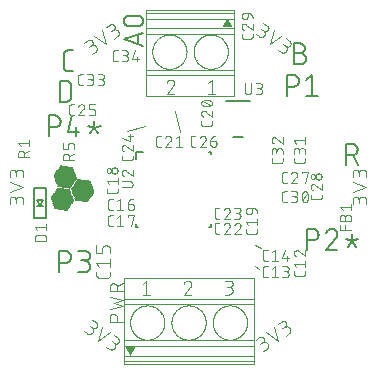
<source format=gbr>
G04 EAGLE Gerber RS-274X export*
G75*
%MOMM*%
%FSLAX34Y34*%
%LPD*%
%INSilkscreen Top*%
%IPPOS*%
%AMOC8*
5,1,8,0,0,1.08239X$1,22.5*%
G01*
%ADD10C,0.101600*%
%ADD11C,0.152400*%
%ADD12R,0.014731X0.014731*%
%ADD13R,0.147319X0.014731*%
%ADD14R,0.265175X0.014731*%
%ADD15R,0.383031X0.014731*%
%ADD16R,0.515619X0.014731*%
%ADD17R,0.633475X0.014731*%
%ADD18R,0.751331X0.014731*%
%ADD19R,0.883919X0.014731*%
%ADD20R,1.001775X0.014731*%
%ADD21R,1.119631X0.014731*%
%ADD22R,1.134363X0.014731*%
%ADD23R,1.149094X0.014731*%
%ADD24R,1.163825X0.014731*%
%ADD25R,1.178556X0.014731*%
%ADD26R,1.193288X0.014731*%
%ADD27R,1.222756X0.014731*%
%ADD28R,1.237488X0.014731*%
%ADD29R,1.266950X0.014731*%
%ADD30R,1.281681X0.014731*%
%ADD31R,1.311144X0.014731*%
%ADD32R,1.325881X0.014731*%
%ADD33R,1.355344X0.014731*%
%ADD34R,1.370075X0.014731*%
%ADD35R,1.384806X0.014731*%
%ADD36R,1.399538X0.014731*%
%ADD37R,1.414275X0.014731*%
%ADD38R,1.443738X0.014731*%
%ADD39R,1.458469X0.014731*%
%ADD40R,1.487931X0.014731*%
%ADD41R,1.502663X0.014731*%
%ADD42R,1.517394X0.014731*%
%ADD43R,1.532125X0.014731*%
%ADD44R,1.546856X0.014731*%
%ADD45R,1.576319X0.014731*%
%ADD46R,1.605788X0.014731*%
%ADD47R,1.620519X0.014731*%
%ADD48R,1.649981X0.014731*%
%ADD49R,1.664713X0.014731*%
%ADD50R,1.694175X0.014731*%
%ADD51R,1.708913X0.014731*%
%ADD52R,1.738375X0.014731*%
%ADD53R,1.753106X0.014731*%
%ADD54R,1.767838X0.014731*%
%ADD55R,1.782569X0.014731*%
%ADD56R,1.797306X0.014731*%
%ADD57R,0.117856X0.014731*%
%ADD58R,1.826769X0.014731*%
%ADD59R,0.235713X0.014731*%
%ADD60R,0.353569X0.014731*%
%ADD61R,1.856231X0.014731*%
%ADD62R,0.486156X0.014731*%
%ADD63R,1.870963X0.014731*%
%ADD64R,0.604013X0.014731*%
%ADD65R,0.721869X0.014731*%
%ADD66R,1.885694X0.014731*%
%ADD67R,0.839719X0.014731*%
%ADD68R,0.972306X0.014731*%
%ADD69R,1.090169X0.014731*%
%ADD70R,1.208025X0.014731*%
%ADD71R,1.252219X0.014731*%
%ADD72R,1.296412X0.014731*%
%ADD73R,1.340612X0.014731*%
%ADD74R,1.826763X0.014731*%
%ADD75R,1.414269X0.014731*%
%ADD76R,1.812031X0.014731*%
%ADD77R,1.429000X0.014731*%
%ADD78R,1.458462X0.014731*%
%ADD79R,1.473200X0.014731*%
%ADD80R,1.723644X0.014731*%
%ADD81R,1.694181X0.014731*%
%ADD82R,1.679450X0.014731*%
%ADD83R,1.561594X0.014731*%
%ADD84R,1.576325X0.014731*%
%ADD85R,1.591056X0.014731*%
%ADD86R,1.635250X0.014731*%
%ADD87R,1.561588X0.014731*%
%ADD88R,1.443731X0.014731*%
%ADD89R,1.797300X0.014731*%
%ADD90R,1.841500X0.014731*%
%ADD91R,1.311150X0.014731*%
%ADD92R,1.296419X0.014731*%
%ADD93R,1.193294X0.014731*%
%ADD94R,0.957575X0.014731*%
%ADD95R,0.589281X0.014731*%
%ADD96R,0.471425X0.014731*%
%ADD97R,0.220975X0.014731*%
%ADD98R,1.812038X0.014731*%
%ADD99R,0.103119X0.014731*%
%ADD100R,0.029463X0.014731*%
%ADD101R,0.162050X0.014731*%
%ADD102R,0.397763X0.014731*%
%ADD103R,0.648206X0.014731*%
%ADD104R,1.679444X0.014731*%
%ADD105R,1.016506X0.014731*%
%ADD106R,1.104900X0.014731*%
%ADD107R,1.222750X0.014731*%
%ADD108R,1.429006X0.014731*%
%ADD109R,1.208019X0.014731*%
%ADD110R,0.987044X0.014731*%
%ADD111R,0.854456X0.014731*%
%ADD112R,0.618744X0.014731*%
%ADD113R,0.500888X0.014731*%
%ADD114R,0.368300X0.014731*%
%ADD115R,0.132587X0.014731*%
%ADD116R,1.664719X0.014731*%
%ADD117R,1.075438X0.014731*%
%ADD118R,0.942844X0.014731*%
%ADD119R,0.707131X0.014731*%
%ADD120R,0.456694X0.014731*%
%ADD121R,0.088388X0.014731*%
%ADD122C,0.127000*%
%ADD123C,0.076200*%
%ADD124C,0.203200*%

G36*
X382702Y481462D02*
X382702Y481462D01*
X382724Y481460D01*
X382799Y481482D01*
X382877Y481497D01*
X382895Y481510D01*
X382916Y481516D01*
X382977Y481566D01*
X383042Y481610D01*
X383054Y481629D01*
X383072Y481643D01*
X383109Y481712D01*
X383152Y481778D01*
X383155Y481800D01*
X383166Y481819D01*
X383173Y481898D01*
X383187Y481975D01*
X383182Y481997D01*
X383184Y482019D01*
X383155Y482118D01*
X383144Y482171D01*
X383137Y482180D01*
X383134Y482192D01*
X379959Y488542D01*
X379917Y488595D01*
X379883Y488653D01*
X379856Y488673D01*
X379835Y488700D01*
X379777Y488733D01*
X379723Y488773D01*
X379690Y488781D01*
X379661Y488798D01*
X379594Y488805D01*
X379528Y488822D01*
X379495Y488817D01*
X379461Y488820D01*
X379397Y488801D01*
X379330Y488791D01*
X379301Y488773D01*
X379269Y488764D01*
X379217Y488721D01*
X379159Y488686D01*
X379137Y488657D01*
X379113Y488638D01*
X379090Y488594D01*
X379051Y488542D01*
X375876Y482192D01*
X375871Y482170D01*
X375858Y482152D01*
X375844Y482074D01*
X375824Y481998D01*
X375827Y481976D01*
X375823Y481955D01*
X375840Y481878D01*
X375850Y481800D01*
X375862Y481781D01*
X375866Y481759D01*
X375912Y481695D01*
X375952Y481627D01*
X375970Y481614D01*
X375982Y481596D01*
X376049Y481554D01*
X376112Y481507D01*
X376134Y481501D01*
X376153Y481490D01*
X376254Y481471D01*
X376307Y481458D01*
X376318Y481460D01*
X376330Y481458D01*
X382680Y481458D01*
X382702Y481462D01*
G37*
G36*
X297695Y203333D02*
X297695Y203333D01*
X297729Y203330D01*
X297794Y203349D01*
X297860Y203359D01*
X297889Y203377D01*
X297921Y203386D01*
X297973Y203429D01*
X298031Y203464D01*
X298053Y203493D01*
X298077Y203513D01*
X298100Y203556D01*
X298139Y203608D01*
X301314Y209958D01*
X301319Y209980D01*
X301332Y209998D01*
X301346Y210076D01*
X301366Y210152D01*
X301363Y210174D01*
X301367Y210195D01*
X301350Y210272D01*
X301340Y210350D01*
X301328Y210369D01*
X301324Y210391D01*
X301278Y210455D01*
X301238Y210523D01*
X301220Y210536D01*
X301208Y210554D01*
X301141Y210596D01*
X301078Y210643D01*
X301056Y210649D01*
X301037Y210660D01*
X300936Y210679D01*
X300883Y210692D01*
X300872Y210690D01*
X300860Y210692D01*
X294510Y210692D01*
X294488Y210688D01*
X294466Y210690D01*
X294391Y210668D01*
X294314Y210653D01*
X294295Y210640D01*
X294274Y210634D01*
X294213Y210584D01*
X294148Y210540D01*
X294136Y210521D01*
X294118Y210508D01*
X294081Y210438D01*
X294038Y210372D01*
X294035Y210350D01*
X294024Y210331D01*
X294017Y210252D01*
X294003Y210175D01*
X294008Y210153D01*
X294006Y210131D01*
X294035Y210032D01*
X294046Y209979D01*
X294053Y209970D01*
X294056Y209958D01*
X297231Y203608D01*
X297273Y203555D01*
X297307Y203497D01*
X297334Y203477D01*
X297355Y203450D01*
X297413Y203417D01*
X297467Y203377D01*
X297500Y203369D01*
X297530Y203352D01*
X297597Y203345D01*
X297662Y203328D01*
X297695Y203333D01*
G37*
D10*
X403428Y475532D02*
X406086Y473670D01*
X406180Y473607D01*
X406276Y473547D01*
X406374Y473490D01*
X406474Y473437D01*
X406576Y473387D01*
X406680Y473341D01*
X406785Y473299D01*
X406891Y473260D01*
X406999Y473225D01*
X407108Y473194D01*
X407218Y473166D01*
X407329Y473143D01*
X407440Y473123D01*
X407552Y473107D01*
X407665Y473095D01*
X407778Y473087D01*
X407891Y473083D01*
X408005Y473083D01*
X408118Y473087D01*
X408231Y473095D01*
X408344Y473107D01*
X408456Y473123D01*
X408567Y473143D01*
X408678Y473166D01*
X408788Y473194D01*
X408897Y473225D01*
X409005Y473260D01*
X409111Y473299D01*
X409216Y473341D01*
X409320Y473387D01*
X409422Y473437D01*
X409522Y473490D01*
X409620Y473547D01*
X409716Y473607D01*
X409810Y473670D01*
X409901Y473737D01*
X409991Y473806D01*
X410078Y473879D01*
X410162Y473955D01*
X410243Y474034D01*
X410322Y474115D01*
X410398Y474199D01*
X410471Y474286D01*
X410540Y474376D01*
X410607Y474467D01*
X410670Y474561D01*
X410730Y474657D01*
X410787Y474755D01*
X410840Y474855D01*
X410890Y474957D01*
X410936Y475061D01*
X410978Y475166D01*
X411017Y475272D01*
X411052Y475380D01*
X411083Y475489D01*
X411111Y475599D01*
X411134Y475710D01*
X411154Y475821D01*
X411170Y475933D01*
X411182Y476046D01*
X411190Y476159D01*
X411194Y476272D01*
X411194Y476386D01*
X411190Y476499D01*
X411182Y476612D01*
X411170Y476725D01*
X411154Y476837D01*
X411134Y476948D01*
X411111Y477059D01*
X411083Y477169D01*
X411052Y477278D01*
X411017Y477386D01*
X410978Y477492D01*
X410936Y477597D01*
X410890Y477701D01*
X410840Y477803D01*
X410787Y477903D01*
X410730Y478001D01*
X410670Y478097D01*
X410607Y478191D01*
X410540Y478282D01*
X410471Y478372D01*
X410398Y478459D01*
X410322Y478543D01*
X410243Y478624D01*
X410162Y478703D01*
X410078Y478779D01*
X409991Y478852D01*
X409902Y478921D01*
X409810Y478988D01*
X413320Y482869D02*
X410129Y485103D01*
X413319Y482869D02*
X413400Y482809D01*
X413479Y482747D01*
X413556Y482681D01*
X413630Y482613D01*
X413701Y482542D01*
X413769Y482468D01*
X413835Y482391D01*
X413897Y482312D01*
X413957Y482231D01*
X414013Y482147D01*
X414066Y482062D01*
X414115Y481974D01*
X414161Y481885D01*
X414204Y481793D01*
X414243Y481700D01*
X414278Y481606D01*
X414310Y481511D01*
X414338Y481414D01*
X414362Y481316D01*
X414382Y481218D01*
X414399Y481118D01*
X414411Y481018D01*
X414420Y480918D01*
X414425Y480818D01*
X414426Y480717D01*
X414423Y480616D01*
X414416Y480516D01*
X414405Y480416D01*
X414391Y480316D01*
X414372Y480217D01*
X414350Y480119D01*
X414324Y480022D01*
X414294Y479925D01*
X414261Y479831D01*
X414224Y479737D01*
X414183Y479645D01*
X414138Y479554D01*
X414091Y479466D01*
X414039Y479379D01*
X413985Y479295D01*
X413927Y479212D01*
X413866Y479132D01*
X413802Y479054D01*
X413735Y478979D01*
X413666Y478906D01*
X413593Y478837D01*
X413518Y478770D01*
X413440Y478706D01*
X413360Y478645D01*
X413277Y478587D01*
X413193Y478533D01*
X413106Y478481D01*
X413018Y478434D01*
X412927Y478389D01*
X412835Y478348D01*
X412741Y478311D01*
X412647Y478278D01*
X412550Y478248D01*
X412453Y478222D01*
X412355Y478200D01*
X412256Y478181D01*
X412156Y478167D01*
X412056Y478156D01*
X411956Y478149D01*
X411855Y478146D01*
X411754Y478147D01*
X411654Y478152D01*
X411554Y478161D01*
X411454Y478173D01*
X411354Y478190D01*
X411256Y478210D01*
X411158Y478234D01*
X411061Y478262D01*
X410966Y478294D01*
X410872Y478329D01*
X410779Y478368D01*
X410687Y478411D01*
X410598Y478457D01*
X410510Y478506D01*
X410425Y478559D01*
X410341Y478615D01*
X408214Y480105D01*
X418960Y478919D02*
X415449Y467114D01*
X425341Y474452D01*
X422153Y462420D02*
X424812Y460558D01*
X424906Y460495D01*
X425002Y460435D01*
X425100Y460378D01*
X425200Y460325D01*
X425302Y460275D01*
X425406Y460229D01*
X425511Y460187D01*
X425617Y460148D01*
X425725Y460113D01*
X425834Y460082D01*
X425944Y460054D01*
X426055Y460031D01*
X426166Y460011D01*
X426278Y459995D01*
X426391Y459983D01*
X426504Y459975D01*
X426617Y459971D01*
X426731Y459971D01*
X426844Y459975D01*
X426957Y459983D01*
X427070Y459995D01*
X427182Y460011D01*
X427293Y460031D01*
X427404Y460054D01*
X427514Y460082D01*
X427623Y460113D01*
X427731Y460148D01*
X427837Y460187D01*
X427942Y460229D01*
X428046Y460275D01*
X428148Y460325D01*
X428248Y460378D01*
X428346Y460435D01*
X428442Y460495D01*
X428536Y460558D01*
X428627Y460625D01*
X428717Y460694D01*
X428804Y460767D01*
X428888Y460843D01*
X428969Y460922D01*
X429048Y461003D01*
X429124Y461087D01*
X429197Y461174D01*
X429266Y461264D01*
X429333Y461355D01*
X429396Y461449D01*
X429456Y461545D01*
X429513Y461643D01*
X429566Y461743D01*
X429616Y461845D01*
X429662Y461949D01*
X429704Y462054D01*
X429743Y462160D01*
X429778Y462268D01*
X429809Y462377D01*
X429837Y462487D01*
X429860Y462598D01*
X429880Y462709D01*
X429896Y462821D01*
X429908Y462934D01*
X429916Y463047D01*
X429920Y463160D01*
X429920Y463274D01*
X429916Y463387D01*
X429908Y463500D01*
X429896Y463613D01*
X429880Y463725D01*
X429860Y463836D01*
X429837Y463947D01*
X429809Y464057D01*
X429778Y464166D01*
X429743Y464274D01*
X429704Y464380D01*
X429662Y464485D01*
X429616Y464589D01*
X429566Y464691D01*
X429513Y464791D01*
X429456Y464889D01*
X429396Y464985D01*
X429333Y465079D01*
X429266Y465170D01*
X429197Y465260D01*
X429124Y465347D01*
X429048Y465431D01*
X428969Y465512D01*
X428888Y465591D01*
X428804Y465667D01*
X428717Y465740D01*
X428628Y465809D01*
X428536Y465876D01*
X432045Y469757D02*
X428855Y471991D01*
X432045Y469757D02*
X432126Y469697D01*
X432205Y469635D01*
X432282Y469569D01*
X432356Y469501D01*
X432427Y469430D01*
X432495Y469356D01*
X432561Y469279D01*
X432623Y469200D01*
X432683Y469119D01*
X432739Y469035D01*
X432792Y468950D01*
X432841Y468862D01*
X432887Y468773D01*
X432930Y468681D01*
X432969Y468588D01*
X433004Y468494D01*
X433036Y468399D01*
X433064Y468302D01*
X433088Y468204D01*
X433108Y468106D01*
X433125Y468006D01*
X433137Y467906D01*
X433146Y467806D01*
X433151Y467706D01*
X433152Y467605D01*
X433149Y467504D01*
X433142Y467404D01*
X433131Y467304D01*
X433117Y467204D01*
X433098Y467105D01*
X433076Y467007D01*
X433050Y466910D01*
X433020Y466813D01*
X432987Y466719D01*
X432950Y466625D01*
X432909Y466533D01*
X432864Y466442D01*
X432817Y466354D01*
X432765Y466267D01*
X432711Y466183D01*
X432653Y466100D01*
X432592Y466020D01*
X432528Y465942D01*
X432461Y465867D01*
X432392Y465794D01*
X432319Y465725D01*
X432244Y465658D01*
X432166Y465594D01*
X432086Y465533D01*
X432003Y465475D01*
X431919Y465421D01*
X431832Y465369D01*
X431744Y465322D01*
X431653Y465277D01*
X431561Y465236D01*
X431467Y465199D01*
X431373Y465166D01*
X431276Y465136D01*
X431179Y465110D01*
X431081Y465088D01*
X430982Y465069D01*
X430882Y465055D01*
X430782Y465044D01*
X430682Y465037D01*
X430581Y465034D01*
X430480Y465035D01*
X430380Y465040D01*
X430280Y465049D01*
X430180Y465061D01*
X430080Y465078D01*
X429982Y465098D01*
X429884Y465122D01*
X429787Y465150D01*
X429692Y465182D01*
X429598Y465217D01*
X429505Y465256D01*
X429413Y465299D01*
X429324Y465345D01*
X429236Y465394D01*
X429151Y465447D01*
X429067Y465503D01*
X426940Y466993D01*
X497242Y334770D02*
X497242Y331524D01*
X497242Y334770D02*
X497240Y334883D01*
X497234Y334996D01*
X497224Y335109D01*
X497210Y335222D01*
X497193Y335334D01*
X497171Y335445D01*
X497146Y335555D01*
X497116Y335665D01*
X497083Y335773D01*
X497046Y335880D01*
X497006Y335986D01*
X496961Y336090D01*
X496913Y336193D01*
X496862Y336294D01*
X496807Y336393D01*
X496749Y336490D01*
X496687Y336585D01*
X496622Y336678D01*
X496554Y336768D01*
X496483Y336856D01*
X496408Y336942D01*
X496331Y337025D01*
X496251Y337105D01*
X496168Y337182D01*
X496082Y337257D01*
X495994Y337328D01*
X495904Y337396D01*
X495811Y337461D01*
X495716Y337523D01*
X495619Y337581D01*
X495520Y337636D01*
X495419Y337687D01*
X495316Y337735D01*
X495212Y337780D01*
X495106Y337820D01*
X494999Y337857D01*
X494891Y337890D01*
X494781Y337920D01*
X494671Y337945D01*
X494560Y337967D01*
X494448Y337984D01*
X494335Y337998D01*
X494222Y338008D01*
X494109Y338014D01*
X493996Y338016D01*
X493883Y338014D01*
X493770Y338008D01*
X493657Y337998D01*
X493544Y337984D01*
X493432Y337967D01*
X493321Y337945D01*
X493211Y337920D01*
X493101Y337890D01*
X492993Y337857D01*
X492886Y337820D01*
X492780Y337780D01*
X492676Y337735D01*
X492573Y337687D01*
X492472Y337636D01*
X492373Y337581D01*
X492276Y337523D01*
X492181Y337461D01*
X492088Y337396D01*
X491998Y337328D01*
X491910Y337257D01*
X491824Y337182D01*
X491741Y337105D01*
X491661Y337025D01*
X491584Y336942D01*
X491509Y336856D01*
X491438Y336768D01*
X491370Y336678D01*
X491305Y336585D01*
X491243Y336490D01*
X491185Y336393D01*
X491130Y336294D01*
X491079Y336193D01*
X491031Y336090D01*
X490986Y335986D01*
X490946Y335880D01*
X490909Y335773D01*
X490876Y335665D01*
X490846Y335555D01*
X490821Y335445D01*
X490799Y335334D01*
X490782Y335222D01*
X490768Y335109D01*
X490758Y334996D01*
X490752Y334883D01*
X490750Y334770D01*
X485558Y335419D02*
X485558Y331524D01*
X485558Y335419D02*
X485560Y335520D01*
X485566Y335620D01*
X485576Y335720D01*
X485589Y335820D01*
X485607Y335919D01*
X485628Y336018D01*
X485653Y336115D01*
X485682Y336212D01*
X485715Y336307D01*
X485751Y336401D01*
X485791Y336493D01*
X485834Y336584D01*
X485881Y336673D01*
X485931Y336760D01*
X485985Y336846D01*
X486042Y336929D01*
X486102Y337009D01*
X486165Y337088D01*
X486232Y337164D01*
X486301Y337237D01*
X486373Y337307D01*
X486447Y337375D01*
X486524Y337440D01*
X486604Y337501D01*
X486686Y337560D01*
X486770Y337615D01*
X486856Y337667D01*
X486944Y337716D01*
X487034Y337761D01*
X487126Y337803D01*
X487219Y337841D01*
X487314Y337875D01*
X487409Y337906D01*
X487506Y337933D01*
X487604Y337956D01*
X487703Y337976D01*
X487803Y337991D01*
X487903Y338003D01*
X488003Y338011D01*
X488104Y338015D01*
X488204Y338015D01*
X488305Y338011D01*
X488405Y338003D01*
X488505Y337991D01*
X488605Y337976D01*
X488704Y337956D01*
X488802Y337933D01*
X488899Y337906D01*
X488994Y337875D01*
X489089Y337841D01*
X489182Y337803D01*
X489274Y337761D01*
X489364Y337716D01*
X489452Y337667D01*
X489538Y337615D01*
X489622Y337560D01*
X489704Y337501D01*
X489784Y337440D01*
X489861Y337375D01*
X489935Y337307D01*
X490007Y337237D01*
X490076Y337164D01*
X490143Y337088D01*
X490206Y337009D01*
X490266Y336929D01*
X490323Y336846D01*
X490377Y336760D01*
X490427Y336673D01*
X490474Y336584D01*
X490517Y336493D01*
X490557Y336401D01*
X490593Y336307D01*
X490626Y336212D01*
X490655Y336115D01*
X490680Y336018D01*
X490701Y335919D01*
X490719Y335820D01*
X490732Y335720D01*
X490742Y335620D01*
X490748Y335520D01*
X490750Y335419D01*
X490751Y335419D02*
X490751Y332823D01*
X485558Y342305D02*
X497242Y346200D01*
X485558Y350095D01*
X497242Y354384D02*
X497242Y357630D01*
X497240Y357743D01*
X497234Y357856D01*
X497224Y357969D01*
X497210Y358082D01*
X497193Y358194D01*
X497171Y358305D01*
X497146Y358415D01*
X497116Y358525D01*
X497083Y358633D01*
X497046Y358740D01*
X497006Y358846D01*
X496961Y358950D01*
X496913Y359053D01*
X496862Y359154D01*
X496807Y359253D01*
X496749Y359350D01*
X496687Y359445D01*
X496622Y359538D01*
X496554Y359628D01*
X496483Y359716D01*
X496408Y359802D01*
X496331Y359885D01*
X496251Y359965D01*
X496168Y360042D01*
X496082Y360117D01*
X495994Y360188D01*
X495904Y360256D01*
X495811Y360321D01*
X495716Y360383D01*
X495619Y360441D01*
X495520Y360496D01*
X495419Y360547D01*
X495316Y360595D01*
X495212Y360640D01*
X495106Y360680D01*
X494999Y360717D01*
X494891Y360750D01*
X494781Y360780D01*
X494671Y360805D01*
X494560Y360827D01*
X494448Y360844D01*
X494335Y360858D01*
X494222Y360868D01*
X494109Y360874D01*
X493996Y360876D01*
X493883Y360874D01*
X493770Y360868D01*
X493657Y360858D01*
X493544Y360844D01*
X493432Y360827D01*
X493321Y360805D01*
X493211Y360780D01*
X493101Y360750D01*
X492993Y360717D01*
X492886Y360680D01*
X492780Y360640D01*
X492676Y360595D01*
X492573Y360547D01*
X492472Y360496D01*
X492373Y360441D01*
X492276Y360383D01*
X492181Y360321D01*
X492088Y360256D01*
X491998Y360188D01*
X491910Y360117D01*
X491824Y360042D01*
X491741Y359965D01*
X491661Y359885D01*
X491584Y359802D01*
X491509Y359716D01*
X491438Y359628D01*
X491370Y359538D01*
X491305Y359445D01*
X491243Y359350D01*
X491185Y359253D01*
X491130Y359154D01*
X491079Y359053D01*
X491031Y358950D01*
X490986Y358846D01*
X490946Y358740D01*
X490909Y358633D01*
X490876Y358525D01*
X490846Y358415D01*
X490821Y358305D01*
X490799Y358194D01*
X490782Y358082D01*
X490768Y357969D01*
X490758Y357856D01*
X490752Y357743D01*
X490750Y357630D01*
X485558Y358279D02*
X485558Y354384D01*
X485558Y358279D02*
X485560Y358380D01*
X485566Y358480D01*
X485576Y358580D01*
X485589Y358680D01*
X485607Y358779D01*
X485628Y358878D01*
X485653Y358975D01*
X485682Y359072D01*
X485715Y359167D01*
X485751Y359261D01*
X485791Y359353D01*
X485834Y359444D01*
X485881Y359533D01*
X485931Y359620D01*
X485985Y359706D01*
X486042Y359789D01*
X486102Y359869D01*
X486165Y359948D01*
X486232Y360024D01*
X486301Y360097D01*
X486373Y360167D01*
X486447Y360235D01*
X486524Y360300D01*
X486604Y360361D01*
X486686Y360420D01*
X486770Y360475D01*
X486856Y360527D01*
X486944Y360576D01*
X487034Y360621D01*
X487126Y360663D01*
X487219Y360701D01*
X487314Y360735D01*
X487409Y360766D01*
X487506Y360793D01*
X487604Y360816D01*
X487703Y360836D01*
X487803Y360851D01*
X487903Y360863D01*
X488003Y360871D01*
X488104Y360875D01*
X488204Y360875D01*
X488305Y360871D01*
X488405Y360863D01*
X488505Y360851D01*
X488605Y360836D01*
X488704Y360816D01*
X488802Y360793D01*
X488899Y360766D01*
X488994Y360735D01*
X489089Y360701D01*
X489182Y360663D01*
X489274Y360621D01*
X489364Y360576D01*
X489452Y360527D01*
X489538Y360475D01*
X489622Y360420D01*
X489704Y360361D01*
X489784Y360300D01*
X489861Y360235D01*
X489935Y360167D01*
X490007Y360097D01*
X490076Y360024D01*
X490143Y359948D01*
X490206Y359869D01*
X490266Y359789D01*
X490323Y359706D01*
X490377Y359620D01*
X490427Y359533D01*
X490474Y359444D01*
X490517Y359353D01*
X490557Y359261D01*
X490593Y359167D01*
X490626Y359072D01*
X490655Y358975D01*
X490680Y358878D01*
X490701Y358779D01*
X490719Y358680D01*
X490732Y358580D01*
X490742Y358480D01*
X490748Y358380D01*
X490750Y358279D01*
X490751Y358279D02*
X490751Y355683D01*
X412788Y209159D02*
X410129Y207297D01*
X412788Y209158D02*
X412879Y209225D01*
X412969Y209294D01*
X413056Y209367D01*
X413140Y209443D01*
X413221Y209522D01*
X413300Y209603D01*
X413376Y209687D01*
X413449Y209774D01*
X413518Y209864D01*
X413585Y209955D01*
X413648Y210049D01*
X413708Y210145D01*
X413765Y210243D01*
X413818Y210343D01*
X413868Y210445D01*
X413914Y210549D01*
X413956Y210654D01*
X413995Y210760D01*
X414030Y210868D01*
X414061Y210977D01*
X414089Y211087D01*
X414112Y211198D01*
X414132Y211309D01*
X414148Y211421D01*
X414160Y211534D01*
X414168Y211647D01*
X414172Y211760D01*
X414172Y211874D01*
X414168Y211987D01*
X414160Y212100D01*
X414148Y212213D01*
X414132Y212325D01*
X414112Y212436D01*
X414089Y212547D01*
X414061Y212657D01*
X414030Y212766D01*
X413995Y212874D01*
X413956Y212980D01*
X413914Y213085D01*
X413868Y213189D01*
X413818Y213291D01*
X413765Y213391D01*
X413708Y213489D01*
X413648Y213585D01*
X413585Y213679D01*
X413518Y213770D01*
X413449Y213860D01*
X413376Y213947D01*
X413300Y214031D01*
X413221Y214112D01*
X413140Y214191D01*
X413056Y214267D01*
X412969Y214340D01*
X412880Y214409D01*
X412788Y214476D01*
X412694Y214539D01*
X412598Y214599D01*
X412500Y214656D01*
X412400Y214709D01*
X412298Y214759D01*
X412194Y214805D01*
X412089Y214847D01*
X411983Y214886D01*
X411875Y214921D01*
X411766Y214952D01*
X411656Y214980D01*
X411545Y215003D01*
X411434Y215023D01*
X411322Y215039D01*
X411209Y215051D01*
X411096Y215059D01*
X410983Y215063D01*
X410869Y215063D01*
X410756Y215059D01*
X410643Y215051D01*
X410530Y215039D01*
X410418Y215023D01*
X410307Y215003D01*
X410196Y214980D01*
X410086Y214952D01*
X409977Y214921D01*
X409869Y214886D01*
X409763Y214847D01*
X409658Y214805D01*
X409554Y214759D01*
X409452Y214709D01*
X409352Y214656D01*
X409254Y214599D01*
X409158Y214539D01*
X409064Y214476D01*
X406618Y219102D02*
X403428Y216868D01*
X406618Y219102D02*
X406702Y219158D01*
X406787Y219211D01*
X406875Y219260D01*
X406964Y219306D01*
X407056Y219349D01*
X407149Y219388D01*
X407243Y219423D01*
X407338Y219455D01*
X407435Y219483D01*
X407533Y219507D01*
X407631Y219527D01*
X407731Y219544D01*
X407831Y219556D01*
X407931Y219565D01*
X408032Y219570D01*
X408132Y219571D01*
X408233Y219568D01*
X408333Y219561D01*
X408433Y219550D01*
X408533Y219536D01*
X408632Y219517D01*
X408730Y219495D01*
X408827Y219469D01*
X408924Y219439D01*
X409019Y219406D01*
X409112Y219369D01*
X409204Y219328D01*
X409295Y219283D01*
X409383Y219236D01*
X409470Y219184D01*
X409554Y219130D01*
X409637Y219072D01*
X409717Y219011D01*
X409795Y218947D01*
X409870Y218880D01*
X409943Y218811D01*
X410012Y218738D01*
X410079Y218663D01*
X410143Y218585D01*
X410204Y218505D01*
X410262Y218422D01*
X410316Y218338D01*
X410368Y218251D01*
X410415Y218163D01*
X410460Y218072D01*
X410501Y217980D01*
X410538Y217886D01*
X410571Y217792D01*
X410601Y217695D01*
X410627Y217598D01*
X410649Y217500D01*
X410668Y217401D01*
X410682Y217301D01*
X410693Y217201D01*
X410700Y217101D01*
X410703Y217000D01*
X410702Y216900D01*
X410697Y216799D01*
X410688Y216699D01*
X410676Y216599D01*
X410659Y216499D01*
X410639Y216401D01*
X410615Y216303D01*
X410587Y216206D01*
X410555Y216111D01*
X410520Y216017D01*
X410481Y215924D01*
X410438Y215832D01*
X410392Y215743D01*
X410343Y215655D01*
X410290Y215570D01*
X410234Y215486D01*
X410174Y215405D01*
X410112Y215326D01*
X410046Y215249D01*
X409978Y215175D01*
X409907Y215104D01*
X409833Y215036D01*
X409756Y214970D01*
X409677Y214908D01*
X409596Y214848D01*
X407470Y213359D01*
X412259Y223052D02*
X422151Y215714D01*
X418639Y227519D01*
X428855Y220409D02*
X431514Y222270D01*
X431605Y222337D01*
X431695Y222406D01*
X431782Y222479D01*
X431866Y222555D01*
X431947Y222634D01*
X432026Y222715D01*
X432102Y222799D01*
X432175Y222886D01*
X432244Y222976D01*
X432311Y223067D01*
X432374Y223161D01*
X432434Y223257D01*
X432491Y223355D01*
X432544Y223455D01*
X432594Y223557D01*
X432640Y223661D01*
X432682Y223766D01*
X432721Y223872D01*
X432756Y223980D01*
X432787Y224089D01*
X432815Y224199D01*
X432838Y224310D01*
X432858Y224421D01*
X432874Y224533D01*
X432886Y224646D01*
X432894Y224759D01*
X432898Y224872D01*
X432898Y224986D01*
X432894Y225099D01*
X432886Y225212D01*
X432874Y225325D01*
X432858Y225437D01*
X432838Y225548D01*
X432815Y225659D01*
X432787Y225769D01*
X432756Y225878D01*
X432721Y225986D01*
X432682Y226092D01*
X432640Y226197D01*
X432594Y226301D01*
X432544Y226403D01*
X432491Y226503D01*
X432434Y226601D01*
X432374Y226697D01*
X432311Y226791D01*
X432244Y226882D01*
X432175Y226972D01*
X432102Y227059D01*
X432026Y227143D01*
X431947Y227224D01*
X431866Y227303D01*
X431782Y227379D01*
X431695Y227452D01*
X431606Y227521D01*
X431514Y227588D01*
X431420Y227651D01*
X431324Y227711D01*
X431226Y227768D01*
X431126Y227821D01*
X431024Y227871D01*
X430920Y227917D01*
X430815Y227959D01*
X430709Y227998D01*
X430601Y228033D01*
X430492Y228064D01*
X430382Y228092D01*
X430271Y228115D01*
X430160Y228135D01*
X430048Y228151D01*
X429935Y228163D01*
X429822Y228171D01*
X429709Y228175D01*
X429595Y228175D01*
X429482Y228171D01*
X429369Y228163D01*
X429256Y228151D01*
X429144Y228135D01*
X429033Y228115D01*
X428922Y228092D01*
X428812Y228064D01*
X428703Y228033D01*
X428595Y227998D01*
X428489Y227959D01*
X428384Y227917D01*
X428280Y227871D01*
X428178Y227821D01*
X428078Y227768D01*
X427980Y227711D01*
X427884Y227651D01*
X427790Y227588D01*
X425344Y232214D02*
X422153Y229980D01*
X425344Y232214D02*
X425428Y232270D01*
X425513Y232323D01*
X425601Y232372D01*
X425690Y232418D01*
X425782Y232461D01*
X425875Y232500D01*
X425969Y232535D01*
X426064Y232567D01*
X426161Y232595D01*
X426259Y232619D01*
X426357Y232639D01*
X426457Y232656D01*
X426557Y232668D01*
X426657Y232677D01*
X426758Y232682D01*
X426858Y232683D01*
X426959Y232680D01*
X427059Y232673D01*
X427159Y232662D01*
X427259Y232648D01*
X427358Y232629D01*
X427456Y232607D01*
X427553Y232581D01*
X427650Y232551D01*
X427745Y232518D01*
X427838Y232481D01*
X427930Y232440D01*
X428021Y232395D01*
X428109Y232348D01*
X428196Y232296D01*
X428280Y232242D01*
X428363Y232184D01*
X428443Y232123D01*
X428521Y232059D01*
X428596Y231992D01*
X428669Y231923D01*
X428738Y231850D01*
X428805Y231775D01*
X428869Y231697D01*
X428930Y231617D01*
X428988Y231534D01*
X429042Y231450D01*
X429094Y231363D01*
X429141Y231275D01*
X429186Y231184D01*
X429227Y231092D01*
X429264Y230998D01*
X429297Y230904D01*
X429327Y230807D01*
X429353Y230710D01*
X429375Y230612D01*
X429394Y230513D01*
X429408Y230413D01*
X429419Y230313D01*
X429426Y230213D01*
X429429Y230112D01*
X429428Y230012D01*
X429423Y229911D01*
X429414Y229811D01*
X429402Y229711D01*
X429385Y229611D01*
X429365Y229513D01*
X429341Y229415D01*
X429313Y229318D01*
X429281Y229223D01*
X429246Y229129D01*
X429207Y229036D01*
X429164Y228944D01*
X429118Y228855D01*
X429069Y228767D01*
X429016Y228682D01*
X428960Y228598D01*
X428900Y228517D01*
X428838Y228438D01*
X428772Y228361D01*
X428704Y228287D01*
X428633Y228216D01*
X428559Y228148D01*
X428482Y228082D01*
X428403Y228020D01*
X428322Y227960D01*
X426195Y226471D01*
X260886Y222270D02*
X258228Y224132D01*
X260886Y222270D02*
X260980Y222207D01*
X261076Y222147D01*
X261174Y222090D01*
X261274Y222037D01*
X261376Y221987D01*
X261480Y221941D01*
X261585Y221899D01*
X261691Y221860D01*
X261799Y221825D01*
X261908Y221794D01*
X262018Y221766D01*
X262129Y221743D01*
X262240Y221723D01*
X262352Y221707D01*
X262465Y221695D01*
X262578Y221687D01*
X262691Y221683D01*
X262805Y221683D01*
X262918Y221687D01*
X263031Y221695D01*
X263144Y221707D01*
X263256Y221723D01*
X263367Y221743D01*
X263478Y221766D01*
X263588Y221794D01*
X263697Y221825D01*
X263805Y221860D01*
X263911Y221899D01*
X264016Y221941D01*
X264120Y221987D01*
X264222Y222037D01*
X264322Y222090D01*
X264420Y222147D01*
X264516Y222207D01*
X264610Y222270D01*
X264701Y222337D01*
X264791Y222406D01*
X264878Y222479D01*
X264962Y222555D01*
X265043Y222634D01*
X265122Y222715D01*
X265198Y222799D01*
X265271Y222886D01*
X265340Y222976D01*
X265407Y223067D01*
X265470Y223161D01*
X265530Y223257D01*
X265587Y223355D01*
X265640Y223455D01*
X265690Y223557D01*
X265736Y223661D01*
X265778Y223766D01*
X265817Y223872D01*
X265852Y223980D01*
X265883Y224089D01*
X265911Y224199D01*
X265934Y224310D01*
X265954Y224421D01*
X265970Y224533D01*
X265982Y224646D01*
X265990Y224759D01*
X265994Y224872D01*
X265994Y224986D01*
X265990Y225099D01*
X265982Y225212D01*
X265970Y225325D01*
X265954Y225437D01*
X265934Y225548D01*
X265911Y225659D01*
X265883Y225769D01*
X265852Y225878D01*
X265817Y225986D01*
X265778Y226092D01*
X265736Y226197D01*
X265690Y226301D01*
X265640Y226403D01*
X265587Y226503D01*
X265530Y226601D01*
X265470Y226697D01*
X265407Y226791D01*
X265340Y226882D01*
X265271Y226972D01*
X265198Y227059D01*
X265122Y227143D01*
X265043Y227224D01*
X264962Y227303D01*
X264878Y227379D01*
X264791Y227452D01*
X264702Y227521D01*
X264610Y227588D01*
X268120Y231469D02*
X264929Y233703D01*
X268119Y231469D02*
X268200Y231409D01*
X268279Y231347D01*
X268356Y231281D01*
X268430Y231213D01*
X268501Y231142D01*
X268569Y231068D01*
X268635Y230991D01*
X268697Y230912D01*
X268757Y230831D01*
X268813Y230747D01*
X268866Y230662D01*
X268915Y230574D01*
X268961Y230485D01*
X269004Y230393D01*
X269043Y230300D01*
X269078Y230206D01*
X269110Y230111D01*
X269138Y230014D01*
X269162Y229916D01*
X269182Y229818D01*
X269199Y229718D01*
X269211Y229618D01*
X269220Y229518D01*
X269225Y229418D01*
X269226Y229317D01*
X269223Y229216D01*
X269216Y229116D01*
X269205Y229016D01*
X269191Y228916D01*
X269172Y228817D01*
X269150Y228719D01*
X269124Y228622D01*
X269094Y228525D01*
X269061Y228431D01*
X269024Y228337D01*
X268983Y228245D01*
X268938Y228154D01*
X268891Y228066D01*
X268839Y227979D01*
X268785Y227895D01*
X268727Y227812D01*
X268666Y227732D01*
X268602Y227654D01*
X268535Y227579D01*
X268466Y227506D01*
X268393Y227437D01*
X268318Y227370D01*
X268240Y227306D01*
X268160Y227245D01*
X268077Y227187D01*
X267993Y227133D01*
X267906Y227081D01*
X267818Y227034D01*
X267727Y226989D01*
X267635Y226948D01*
X267541Y226911D01*
X267447Y226878D01*
X267350Y226848D01*
X267253Y226822D01*
X267155Y226800D01*
X267056Y226781D01*
X266956Y226767D01*
X266856Y226756D01*
X266756Y226749D01*
X266655Y226746D01*
X266554Y226747D01*
X266454Y226752D01*
X266354Y226761D01*
X266254Y226773D01*
X266154Y226790D01*
X266056Y226810D01*
X265958Y226834D01*
X265861Y226862D01*
X265766Y226894D01*
X265672Y226929D01*
X265579Y226968D01*
X265487Y227011D01*
X265398Y227057D01*
X265310Y227106D01*
X265225Y227159D01*
X265141Y227215D01*
X263014Y228705D01*
X273760Y227519D02*
X270249Y215714D01*
X280141Y223052D01*
X276953Y211020D02*
X279612Y209158D01*
X279706Y209095D01*
X279802Y209035D01*
X279900Y208978D01*
X280000Y208925D01*
X280102Y208875D01*
X280206Y208829D01*
X280311Y208787D01*
X280417Y208748D01*
X280525Y208713D01*
X280634Y208682D01*
X280744Y208654D01*
X280855Y208631D01*
X280966Y208611D01*
X281078Y208595D01*
X281191Y208583D01*
X281304Y208575D01*
X281417Y208571D01*
X281531Y208571D01*
X281644Y208575D01*
X281757Y208583D01*
X281870Y208595D01*
X281982Y208611D01*
X282093Y208631D01*
X282204Y208654D01*
X282314Y208682D01*
X282423Y208713D01*
X282531Y208748D01*
X282637Y208787D01*
X282742Y208829D01*
X282846Y208875D01*
X282948Y208925D01*
X283048Y208978D01*
X283146Y209035D01*
X283242Y209095D01*
X283336Y209158D01*
X283427Y209225D01*
X283517Y209294D01*
X283604Y209367D01*
X283688Y209443D01*
X283769Y209522D01*
X283848Y209603D01*
X283924Y209687D01*
X283997Y209774D01*
X284066Y209864D01*
X284133Y209955D01*
X284196Y210049D01*
X284256Y210145D01*
X284313Y210243D01*
X284366Y210343D01*
X284416Y210445D01*
X284462Y210549D01*
X284504Y210654D01*
X284543Y210760D01*
X284578Y210868D01*
X284609Y210977D01*
X284637Y211087D01*
X284660Y211198D01*
X284680Y211309D01*
X284696Y211421D01*
X284708Y211534D01*
X284716Y211647D01*
X284720Y211760D01*
X284720Y211874D01*
X284716Y211987D01*
X284708Y212100D01*
X284696Y212213D01*
X284680Y212325D01*
X284660Y212436D01*
X284637Y212547D01*
X284609Y212657D01*
X284578Y212766D01*
X284543Y212874D01*
X284504Y212980D01*
X284462Y213085D01*
X284416Y213189D01*
X284366Y213291D01*
X284313Y213391D01*
X284256Y213489D01*
X284196Y213585D01*
X284133Y213679D01*
X284066Y213770D01*
X283997Y213860D01*
X283924Y213947D01*
X283848Y214031D01*
X283769Y214112D01*
X283688Y214191D01*
X283604Y214267D01*
X283517Y214340D01*
X283428Y214409D01*
X283336Y214476D01*
X286845Y218357D02*
X283655Y220591D01*
X286845Y218357D02*
X286926Y218297D01*
X287005Y218235D01*
X287082Y218169D01*
X287156Y218101D01*
X287227Y218030D01*
X287295Y217956D01*
X287361Y217879D01*
X287423Y217800D01*
X287483Y217719D01*
X287539Y217635D01*
X287592Y217550D01*
X287641Y217462D01*
X287687Y217373D01*
X287730Y217281D01*
X287769Y217188D01*
X287804Y217094D01*
X287836Y216999D01*
X287864Y216902D01*
X287888Y216804D01*
X287908Y216706D01*
X287925Y216606D01*
X287937Y216506D01*
X287946Y216406D01*
X287951Y216306D01*
X287952Y216205D01*
X287949Y216104D01*
X287942Y216004D01*
X287931Y215904D01*
X287917Y215804D01*
X287898Y215705D01*
X287876Y215607D01*
X287850Y215510D01*
X287820Y215413D01*
X287787Y215319D01*
X287750Y215225D01*
X287709Y215133D01*
X287664Y215042D01*
X287617Y214954D01*
X287565Y214867D01*
X287511Y214783D01*
X287453Y214700D01*
X287392Y214620D01*
X287328Y214542D01*
X287261Y214467D01*
X287192Y214394D01*
X287119Y214325D01*
X287044Y214258D01*
X286966Y214194D01*
X286886Y214133D01*
X286803Y214075D01*
X286719Y214021D01*
X286632Y213969D01*
X286544Y213922D01*
X286453Y213877D01*
X286361Y213836D01*
X286267Y213799D01*
X286173Y213766D01*
X286076Y213736D01*
X285979Y213710D01*
X285881Y213688D01*
X285782Y213669D01*
X285682Y213655D01*
X285582Y213644D01*
X285482Y213637D01*
X285381Y213634D01*
X285280Y213635D01*
X285180Y213640D01*
X285080Y213649D01*
X284980Y213661D01*
X284880Y213678D01*
X284782Y213698D01*
X284684Y213722D01*
X284587Y213750D01*
X284492Y213782D01*
X284398Y213817D01*
X284305Y213856D01*
X284213Y213899D01*
X284124Y213945D01*
X284036Y213994D01*
X283951Y214047D01*
X283867Y214103D01*
X281740Y215593D01*
X206842Y331524D02*
X206842Y334770D01*
X206840Y334883D01*
X206834Y334996D01*
X206824Y335109D01*
X206810Y335222D01*
X206793Y335334D01*
X206771Y335445D01*
X206746Y335555D01*
X206716Y335665D01*
X206683Y335773D01*
X206646Y335880D01*
X206606Y335986D01*
X206561Y336090D01*
X206513Y336193D01*
X206462Y336294D01*
X206407Y336393D01*
X206349Y336490D01*
X206287Y336585D01*
X206222Y336678D01*
X206154Y336768D01*
X206083Y336856D01*
X206008Y336942D01*
X205931Y337025D01*
X205851Y337105D01*
X205768Y337182D01*
X205682Y337257D01*
X205594Y337328D01*
X205504Y337396D01*
X205411Y337461D01*
X205316Y337523D01*
X205219Y337581D01*
X205120Y337636D01*
X205019Y337687D01*
X204916Y337735D01*
X204812Y337780D01*
X204706Y337820D01*
X204599Y337857D01*
X204491Y337890D01*
X204381Y337920D01*
X204271Y337945D01*
X204160Y337967D01*
X204048Y337984D01*
X203935Y337998D01*
X203822Y338008D01*
X203709Y338014D01*
X203596Y338016D01*
X203483Y338014D01*
X203370Y338008D01*
X203257Y337998D01*
X203144Y337984D01*
X203032Y337967D01*
X202921Y337945D01*
X202811Y337920D01*
X202701Y337890D01*
X202593Y337857D01*
X202486Y337820D01*
X202380Y337780D01*
X202276Y337735D01*
X202173Y337687D01*
X202072Y337636D01*
X201973Y337581D01*
X201876Y337523D01*
X201781Y337461D01*
X201688Y337396D01*
X201598Y337328D01*
X201510Y337257D01*
X201424Y337182D01*
X201341Y337105D01*
X201261Y337025D01*
X201184Y336942D01*
X201109Y336856D01*
X201038Y336768D01*
X200970Y336678D01*
X200905Y336585D01*
X200843Y336490D01*
X200785Y336393D01*
X200730Y336294D01*
X200679Y336193D01*
X200631Y336090D01*
X200586Y335986D01*
X200546Y335880D01*
X200509Y335773D01*
X200476Y335665D01*
X200446Y335555D01*
X200421Y335445D01*
X200399Y335334D01*
X200382Y335222D01*
X200368Y335109D01*
X200358Y334996D01*
X200352Y334883D01*
X200350Y334770D01*
X195158Y335419D02*
X195158Y331524D01*
X195158Y335419D02*
X195160Y335520D01*
X195166Y335620D01*
X195176Y335720D01*
X195189Y335820D01*
X195207Y335919D01*
X195228Y336018D01*
X195253Y336115D01*
X195282Y336212D01*
X195315Y336307D01*
X195351Y336401D01*
X195391Y336493D01*
X195434Y336584D01*
X195481Y336673D01*
X195531Y336760D01*
X195585Y336846D01*
X195642Y336929D01*
X195702Y337009D01*
X195765Y337088D01*
X195832Y337164D01*
X195901Y337237D01*
X195973Y337307D01*
X196047Y337375D01*
X196124Y337440D01*
X196204Y337501D01*
X196286Y337560D01*
X196370Y337615D01*
X196456Y337667D01*
X196544Y337716D01*
X196634Y337761D01*
X196726Y337803D01*
X196819Y337841D01*
X196914Y337875D01*
X197009Y337906D01*
X197106Y337933D01*
X197204Y337956D01*
X197303Y337976D01*
X197403Y337991D01*
X197503Y338003D01*
X197603Y338011D01*
X197704Y338015D01*
X197804Y338015D01*
X197905Y338011D01*
X198005Y338003D01*
X198105Y337991D01*
X198205Y337976D01*
X198304Y337956D01*
X198402Y337933D01*
X198499Y337906D01*
X198594Y337875D01*
X198689Y337841D01*
X198782Y337803D01*
X198874Y337761D01*
X198964Y337716D01*
X199052Y337667D01*
X199138Y337615D01*
X199222Y337560D01*
X199304Y337501D01*
X199384Y337440D01*
X199461Y337375D01*
X199535Y337307D01*
X199607Y337237D01*
X199676Y337164D01*
X199743Y337088D01*
X199806Y337009D01*
X199866Y336929D01*
X199923Y336846D01*
X199977Y336760D01*
X200027Y336673D01*
X200074Y336584D01*
X200117Y336493D01*
X200157Y336401D01*
X200193Y336307D01*
X200226Y336212D01*
X200255Y336115D01*
X200280Y336018D01*
X200301Y335919D01*
X200319Y335820D01*
X200332Y335720D01*
X200342Y335620D01*
X200348Y335520D01*
X200350Y335419D01*
X200351Y335419D02*
X200351Y332823D01*
X195158Y342305D02*
X206842Y346200D01*
X195158Y350095D01*
X206842Y354384D02*
X206842Y357630D01*
X206840Y357743D01*
X206834Y357856D01*
X206824Y357969D01*
X206810Y358082D01*
X206793Y358194D01*
X206771Y358305D01*
X206746Y358415D01*
X206716Y358525D01*
X206683Y358633D01*
X206646Y358740D01*
X206606Y358846D01*
X206561Y358950D01*
X206513Y359053D01*
X206462Y359154D01*
X206407Y359253D01*
X206349Y359350D01*
X206287Y359445D01*
X206222Y359538D01*
X206154Y359628D01*
X206083Y359716D01*
X206008Y359802D01*
X205931Y359885D01*
X205851Y359965D01*
X205768Y360042D01*
X205682Y360117D01*
X205594Y360188D01*
X205504Y360256D01*
X205411Y360321D01*
X205316Y360383D01*
X205219Y360441D01*
X205120Y360496D01*
X205019Y360547D01*
X204916Y360595D01*
X204812Y360640D01*
X204706Y360680D01*
X204599Y360717D01*
X204491Y360750D01*
X204381Y360780D01*
X204271Y360805D01*
X204160Y360827D01*
X204048Y360844D01*
X203935Y360858D01*
X203822Y360868D01*
X203709Y360874D01*
X203596Y360876D01*
X203483Y360874D01*
X203370Y360868D01*
X203257Y360858D01*
X203144Y360844D01*
X203032Y360827D01*
X202921Y360805D01*
X202811Y360780D01*
X202701Y360750D01*
X202593Y360717D01*
X202486Y360680D01*
X202380Y360640D01*
X202276Y360595D01*
X202173Y360547D01*
X202072Y360496D01*
X201973Y360441D01*
X201876Y360383D01*
X201781Y360321D01*
X201688Y360256D01*
X201598Y360188D01*
X201510Y360117D01*
X201424Y360042D01*
X201341Y359965D01*
X201261Y359885D01*
X201184Y359802D01*
X201109Y359716D01*
X201038Y359628D01*
X200970Y359538D01*
X200905Y359445D01*
X200843Y359350D01*
X200785Y359253D01*
X200730Y359154D01*
X200679Y359053D01*
X200631Y358950D01*
X200586Y358846D01*
X200546Y358740D01*
X200509Y358633D01*
X200476Y358525D01*
X200446Y358415D01*
X200421Y358305D01*
X200399Y358194D01*
X200382Y358082D01*
X200368Y357969D01*
X200358Y357856D01*
X200352Y357743D01*
X200350Y357630D01*
X195158Y358279D02*
X195158Y354384D01*
X195158Y358279D02*
X195160Y358380D01*
X195166Y358480D01*
X195176Y358580D01*
X195189Y358680D01*
X195207Y358779D01*
X195228Y358878D01*
X195253Y358975D01*
X195282Y359072D01*
X195315Y359167D01*
X195351Y359261D01*
X195391Y359353D01*
X195434Y359444D01*
X195481Y359533D01*
X195531Y359620D01*
X195585Y359706D01*
X195642Y359789D01*
X195702Y359869D01*
X195765Y359948D01*
X195832Y360024D01*
X195901Y360097D01*
X195973Y360167D01*
X196047Y360235D01*
X196124Y360300D01*
X196204Y360361D01*
X196286Y360420D01*
X196370Y360475D01*
X196456Y360527D01*
X196544Y360576D01*
X196634Y360621D01*
X196726Y360663D01*
X196819Y360701D01*
X196914Y360735D01*
X197009Y360766D01*
X197106Y360793D01*
X197204Y360816D01*
X197303Y360836D01*
X197403Y360851D01*
X197503Y360863D01*
X197603Y360871D01*
X197704Y360875D01*
X197804Y360875D01*
X197905Y360871D01*
X198005Y360863D01*
X198105Y360851D01*
X198205Y360836D01*
X198304Y360816D01*
X198402Y360793D01*
X198499Y360766D01*
X198594Y360735D01*
X198689Y360701D01*
X198782Y360663D01*
X198874Y360621D01*
X198964Y360576D01*
X199052Y360527D01*
X199138Y360475D01*
X199222Y360420D01*
X199304Y360361D01*
X199384Y360300D01*
X199461Y360235D01*
X199535Y360167D01*
X199607Y360097D01*
X199676Y360024D01*
X199743Y359948D01*
X199806Y359869D01*
X199866Y359789D01*
X199923Y359706D01*
X199977Y359620D01*
X200027Y359533D01*
X200074Y359444D01*
X200117Y359353D01*
X200157Y359261D01*
X200193Y359167D01*
X200226Y359072D01*
X200255Y358975D01*
X200280Y358878D01*
X200301Y358779D01*
X200319Y358680D01*
X200332Y358580D01*
X200342Y358480D01*
X200348Y358380D01*
X200350Y358279D01*
X200351Y358279D02*
X200351Y355683D01*
X264929Y458697D02*
X267588Y460559D01*
X267588Y460558D02*
X267679Y460625D01*
X267769Y460694D01*
X267856Y460767D01*
X267940Y460843D01*
X268021Y460922D01*
X268100Y461003D01*
X268176Y461087D01*
X268249Y461174D01*
X268318Y461264D01*
X268385Y461355D01*
X268448Y461449D01*
X268508Y461545D01*
X268565Y461643D01*
X268618Y461743D01*
X268668Y461845D01*
X268714Y461949D01*
X268756Y462054D01*
X268795Y462160D01*
X268830Y462268D01*
X268861Y462377D01*
X268889Y462487D01*
X268912Y462598D01*
X268932Y462709D01*
X268948Y462821D01*
X268960Y462934D01*
X268968Y463047D01*
X268972Y463160D01*
X268972Y463274D01*
X268968Y463387D01*
X268960Y463500D01*
X268948Y463613D01*
X268932Y463725D01*
X268912Y463836D01*
X268889Y463947D01*
X268861Y464057D01*
X268830Y464166D01*
X268795Y464274D01*
X268756Y464380D01*
X268714Y464485D01*
X268668Y464589D01*
X268618Y464691D01*
X268565Y464791D01*
X268508Y464889D01*
X268448Y464985D01*
X268385Y465079D01*
X268318Y465170D01*
X268249Y465260D01*
X268176Y465347D01*
X268100Y465431D01*
X268021Y465512D01*
X267940Y465591D01*
X267856Y465667D01*
X267769Y465740D01*
X267680Y465809D01*
X267588Y465876D01*
X267494Y465939D01*
X267398Y465999D01*
X267300Y466056D01*
X267200Y466109D01*
X267098Y466159D01*
X266994Y466205D01*
X266889Y466247D01*
X266783Y466286D01*
X266675Y466321D01*
X266566Y466352D01*
X266456Y466380D01*
X266345Y466403D01*
X266234Y466423D01*
X266122Y466439D01*
X266009Y466451D01*
X265896Y466459D01*
X265783Y466463D01*
X265669Y466463D01*
X265556Y466459D01*
X265443Y466451D01*
X265330Y466439D01*
X265218Y466423D01*
X265107Y466403D01*
X264996Y466380D01*
X264886Y466352D01*
X264777Y466321D01*
X264669Y466286D01*
X264563Y466247D01*
X264458Y466205D01*
X264354Y466159D01*
X264252Y466109D01*
X264152Y466056D01*
X264054Y465999D01*
X263958Y465939D01*
X263864Y465876D01*
X261418Y470502D02*
X258228Y468268D01*
X261418Y470502D02*
X261502Y470558D01*
X261587Y470611D01*
X261675Y470660D01*
X261764Y470706D01*
X261856Y470749D01*
X261949Y470788D01*
X262043Y470823D01*
X262138Y470855D01*
X262235Y470883D01*
X262333Y470907D01*
X262431Y470927D01*
X262531Y470944D01*
X262631Y470956D01*
X262731Y470965D01*
X262832Y470970D01*
X262932Y470971D01*
X263033Y470968D01*
X263133Y470961D01*
X263233Y470950D01*
X263333Y470936D01*
X263432Y470917D01*
X263530Y470895D01*
X263627Y470869D01*
X263724Y470839D01*
X263819Y470806D01*
X263912Y470769D01*
X264004Y470728D01*
X264095Y470683D01*
X264183Y470636D01*
X264270Y470584D01*
X264354Y470530D01*
X264437Y470472D01*
X264517Y470411D01*
X264595Y470347D01*
X264670Y470280D01*
X264743Y470211D01*
X264812Y470138D01*
X264879Y470063D01*
X264943Y469985D01*
X265004Y469905D01*
X265062Y469822D01*
X265116Y469738D01*
X265168Y469651D01*
X265215Y469563D01*
X265260Y469472D01*
X265301Y469380D01*
X265338Y469286D01*
X265371Y469192D01*
X265401Y469095D01*
X265427Y468998D01*
X265449Y468900D01*
X265468Y468801D01*
X265482Y468701D01*
X265493Y468601D01*
X265500Y468501D01*
X265503Y468400D01*
X265502Y468300D01*
X265497Y468199D01*
X265488Y468099D01*
X265476Y467999D01*
X265459Y467899D01*
X265439Y467801D01*
X265415Y467703D01*
X265387Y467606D01*
X265355Y467511D01*
X265320Y467417D01*
X265281Y467324D01*
X265238Y467232D01*
X265192Y467143D01*
X265143Y467055D01*
X265090Y466970D01*
X265034Y466886D01*
X264974Y466805D01*
X264912Y466726D01*
X264846Y466649D01*
X264778Y466575D01*
X264707Y466504D01*
X264633Y466436D01*
X264556Y466370D01*
X264477Y466308D01*
X264396Y466248D01*
X262270Y464759D01*
X267059Y474452D02*
X276951Y467114D01*
X273439Y478919D01*
X283655Y471809D02*
X286314Y473670D01*
X286405Y473737D01*
X286495Y473806D01*
X286582Y473879D01*
X286666Y473955D01*
X286747Y474034D01*
X286826Y474115D01*
X286902Y474199D01*
X286975Y474286D01*
X287044Y474376D01*
X287111Y474467D01*
X287174Y474561D01*
X287234Y474657D01*
X287291Y474755D01*
X287344Y474855D01*
X287394Y474957D01*
X287440Y475061D01*
X287482Y475166D01*
X287521Y475272D01*
X287556Y475380D01*
X287587Y475489D01*
X287615Y475599D01*
X287638Y475710D01*
X287658Y475821D01*
X287674Y475933D01*
X287686Y476046D01*
X287694Y476159D01*
X287698Y476272D01*
X287698Y476386D01*
X287694Y476499D01*
X287686Y476612D01*
X287674Y476725D01*
X287658Y476837D01*
X287638Y476948D01*
X287615Y477059D01*
X287587Y477169D01*
X287556Y477278D01*
X287521Y477386D01*
X287482Y477492D01*
X287440Y477597D01*
X287394Y477701D01*
X287344Y477803D01*
X287291Y477903D01*
X287234Y478001D01*
X287174Y478097D01*
X287111Y478191D01*
X287044Y478282D01*
X286975Y478372D01*
X286902Y478459D01*
X286826Y478543D01*
X286747Y478624D01*
X286666Y478703D01*
X286582Y478779D01*
X286495Y478852D01*
X286406Y478921D01*
X286314Y478988D01*
X286220Y479051D01*
X286124Y479111D01*
X286026Y479168D01*
X285926Y479221D01*
X285824Y479271D01*
X285720Y479317D01*
X285615Y479359D01*
X285509Y479398D01*
X285401Y479433D01*
X285292Y479464D01*
X285182Y479492D01*
X285071Y479515D01*
X284960Y479535D01*
X284848Y479551D01*
X284735Y479563D01*
X284622Y479571D01*
X284509Y479575D01*
X284395Y479575D01*
X284282Y479571D01*
X284169Y479563D01*
X284056Y479551D01*
X283944Y479535D01*
X283833Y479515D01*
X283722Y479492D01*
X283612Y479464D01*
X283503Y479433D01*
X283395Y479398D01*
X283289Y479359D01*
X283184Y479317D01*
X283080Y479271D01*
X282978Y479221D01*
X282878Y479168D01*
X282780Y479111D01*
X282684Y479051D01*
X282590Y478988D01*
X280144Y483614D02*
X276953Y481380D01*
X280144Y483614D02*
X280228Y483670D01*
X280313Y483723D01*
X280401Y483772D01*
X280490Y483818D01*
X280582Y483861D01*
X280675Y483900D01*
X280769Y483935D01*
X280864Y483967D01*
X280961Y483995D01*
X281059Y484019D01*
X281157Y484039D01*
X281257Y484056D01*
X281357Y484068D01*
X281457Y484077D01*
X281558Y484082D01*
X281658Y484083D01*
X281759Y484080D01*
X281859Y484073D01*
X281959Y484062D01*
X282059Y484048D01*
X282158Y484029D01*
X282256Y484007D01*
X282353Y483981D01*
X282450Y483951D01*
X282545Y483918D01*
X282638Y483881D01*
X282730Y483840D01*
X282821Y483795D01*
X282909Y483748D01*
X282996Y483696D01*
X283080Y483642D01*
X283163Y483584D01*
X283243Y483523D01*
X283321Y483459D01*
X283396Y483392D01*
X283469Y483323D01*
X283538Y483250D01*
X283605Y483175D01*
X283669Y483097D01*
X283730Y483017D01*
X283788Y482934D01*
X283842Y482850D01*
X283894Y482763D01*
X283941Y482675D01*
X283986Y482584D01*
X284027Y482492D01*
X284064Y482398D01*
X284097Y482304D01*
X284127Y482207D01*
X284153Y482110D01*
X284175Y482012D01*
X284194Y481913D01*
X284208Y481813D01*
X284219Y481713D01*
X284226Y481613D01*
X284229Y481512D01*
X284228Y481412D01*
X284223Y481311D01*
X284214Y481211D01*
X284202Y481111D01*
X284185Y481011D01*
X284165Y480913D01*
X284141Y480815D01*
X284113Y480718D01*
X284081Y480623D01*
X284046Y480529D01*
X284007Y480436D01*
X283964Y480344D01*
X283918Y480255D01*
X283869Y480167D01*
X283816Y480082D01*
X283760Y479998D01*
X283700Y479917D01*
X283638Y479838D01*
X283572Y479761D01*
X283504Y479687D01*
X283433Y479616D01*
X283359Y479548D01*
X283282Y479482D01*
X283203Y479420D01*
X283122Y479360D01*
X280995Y477871D01*
D11*
X430394Y441100D02*
X430394Y423320D01*
X430394Y441100D02*
X435333Y441100D01*
X435473Y441098D01*
X435612Y441092D01*
X435752Y441082D01*
X435891Y441068D01*
X436030Y441051D01*
X436168Y441029D01*
X436305Y441003D01*
X436442Y440974D01*
X436578Y440941D01*
X436712Y440904D01*
X436846Y440863D01*
X436978Y440818D01*
X437110Y440769D01*
X437239Y440717D01*
X437367Y440662D01*
X437494Y440602D01*
X437619Y440539D01*
X437742Y440473D01*
X437863Y440403D01*
X437982Y440330D01*
X438099Y440253D01*
X438213Y440173D01*
X438326Y440090D01*
X438436Y440004D01*
X438543Y439914D01*
X438648Y439822D01*
X438750Y439727D01*
X438850Y439629D01*
X438947Y439528D01*
X439041Y439424D01*
X439131Y439318D01*
X439219Y439209D01*
X439304Y439098D01*
X439385Y438984D01*
X439464Y438869D01*
X439539Y438751D01*
X439610Y438631D01*
X439678Y438508D01*
X439743Y438385D01*
X439804Y438259D01*
X439862Y438131D01*
X439916Y438003D01*
X439966Y437872D01*
X440013Y437740D01*
X440056Y437607D01*
X440095Y437473D01*
X440130Y437338D01*
X440161Y437202D01*
X440189Y437064D01*
X440212Y436927D01*
X440232Y436788D01*
X440248Y436649D01*
X440260Y436510D01*
X440268Y436371D01*
X440272Y436231D01*
X440272Y436091D01*
X440268Y435951D01*
X440260Y435812D01*
X440248Y435673D01*
X440232Y435534D01*
X440212Y435395D01*
X440189Y435258D01*
X440161Y435120D01*
X440130Y434984D01*
X440095Y434849D01*
X440056Y434715D01*
X440013Y434582D01*
X439966Y434450D01*
X439916Y434319D01*
X439862Y434191D01*
X439804Y434063D01*
X439743Y433937D01*
X439678Y433814D01*
X439610Y433692D01*
X439539Y433571D01*
X439464Y433453D01*
X439385Y433338D01*
X439304Y433224D01*
X439219Y433113D01*
X439131Y433004D01*
X439041Y432898D01*
X438947Y432794D01*
X438850Y432693D01*
X438750Y432595D01*
X438648Y432500D01*
X438543Y432408D01*
X438436Y432318D01*
X438326Y432232D01*
X438213Y432149D01*
X438099Y432069D01*
X437982Y431992D01*
X437863Y431919D01*
X437742Y431849D01*
X437619Y431783D01*
X437494Y431720D01*
X437367Y431660D01*
X437239Y431605D01*
X437110Y431553D01*
X436978Y431504D01*
X436846Y431459D01*
X436712Y431418D01*
X436578Y431381D01*
X436442Y431348D01*
X436305Y431319D01*
X436168Y431293D01*
X436030Y431271D01*
X435891Y431254D01*
X435752Y431240D01*
X435612Y431230D01*
X435473Y431224D01*
X435333Y431222D01*
X430394Y431222D01*
X446389Y437149D02*
X451328Y441100D01*
X451328Y423320D01*
X456266Y423320D02*
X446389Y423320D01*
X446892Y310990D02*
X446892Y293210D01*
X446892Y310990D02*
X451831Y310990D01*
X451971Y310988D01*
X452110Y310982D01*
X452250Y310972D01*
X452389Y310958D01*
X452528Y310941D01*
X452666Y310919D01*
X452803Y310893D01*
X452940Y310864D01*
X453076Y310831D01*
X453210Y310794D01*
X453344Y310753D01*
X453476Y310708D01*
X453608Y310659D01*
X453737Y310607D01*
X453865Y310552D01*
X453992Y310492D01*
X454117Y310429D01*
X454240Y310363D01*
X454361Y310293D01*
X454480Y310220D01*
X454597Y310143D01*
X454711Y310063D01*
X454824Y309980D01*
X454934Y309894D01*
X455041Y309804D01*
X455146Y309712D01*
X455248Y309617D01*
X455348Y309519D01*
X455445Y309418D01*
X455539Y309314D01*
X455629Y309208D01*
X455717Y309099D01*
X455802Y308988D01*
X455883Y308874D01*
X455962Y308759D01*
X456037Y308641D01*
X456108Y308521D01*
X456176Y308398D01*
X456241Y308275D01*
X456302Y308149D01*
X456360Y308021D01*
X456414Y307893D01*
X456464Y307762D01*
X456511Y307630D01*
X456554Y307497D01*
X456593Y307363D01*
X456628Y307228D01*
X456659Y307092D01*
X456687Y306954D01*
X456710Y306817D01*
X456730Y306678D01*
X456746Y306539D01*
X456758Y306400D01*
X456766Y306261D01*
X456770Y306121D01*
X456770Y305981D01*
X456766Y305841D01*
X456758Y305702D01*
X456746Y305563D01*
X456730Y305424D01*
X456710Y305285D01*
X456687Y305148D01*
X456659Y305010D01*
X456628Y304874D01*
X456593Y304739D01*
X456554Y304605D01*
X456511Y304472D01*
X456464Y304340D01*
X456414Y304209D01*
X456360Y304081D01*
X456302Y303953D01*
X456241Y303827D01*
X456176Y303704D01*
X456108Y303582D01*
X456037Y303461D01*
X455962Y303343D01*
X455883Y303228D01*
X455802Y303114D01*
X455717Y303003D01*
X455629Y302894D01*
X455539Y302788D01*
X455445Y302684D01*
X455348Y302583D01*
X455248Y302485D01*
X455146Y302390D01*
X455041Y302298D01*
X454934Y302208D01*
X454824Y302122D01*
X454711Y302039D01*
X454597Y301959D01*
X454480Y301882D01*
X454361Y301809D01*
X454240Y301739D01*
X454117Y301673D01*
X453992Y301610D01*
X453865Y301550D01*
X453737Y301495D01*
X453608Y301443D01*
X453476Y301394D01*
X453344Y301349D01*
X453210Y301308D01*
X453076Y301271D01*
X452940Y301238D01*
X452803Y301209D01*
X452666Y301183D01*
X452528Y301161D01*
X452389Y301144D01*
X452250Y301130D01*
X452110Y301120D01*
X451971Y301114D01*
X451831Y301112D01*
X446892Y301112D01*
X468320Y310990D02*
X468452Y310988D01*
X468583Y310982D01*
X468715Y310972D01*
X468846Y310959D01*
X468976Y310941D01*
X469106Y310920D01*
X469236Y310895D01*
X469364Y310866D01*
X469492Y310833D01*
X469618Y310796D01*
X469744Y310756D01*
X469868Y310712D01*
X469991Y310664D01*
X470112Y310613D01*
X470232Y310558D01*
X470350Y310500D01*
X470466Y310438D01*
X470580Y310372D01*
X470693Y310304D01*
X470803Y310232D01*
X470911Y310157D01*
X471017Y310078D01*
X471121Y309997D01*
X471222Y309912D01*
X471320Y309825D01*
X471416Y309734D01*
X471509Y309641D01*
X471600Y309545D01*
X471687Y309447D01*
X471772Y309346D01*
X471853Y309242D01*
X471932Y309136D01*
X472007Y309028D01*
X472079Y308918D01*
X472147Y308805D01*
X472213Y308691D01*
X472275Y308575D01*
X472333Y308457D01*
X472388Y308337D01*
X472439Y308216D01*
X472487Y308093D01*
X472531Y307969D01*
X472571Y307843D01*
X472608Y307717D01*
X472641Y307589D01*
X472670Y307461D01*
X472695Y307331D01*
X472716Y307201D01*
X472734Y307071D01*
X472747Y306940D01*
X472757Y306808D01*
X472763Y306677D01*
X472765Y306545D01*
X468320Y310990D02*
X468170Y310988D01*
X468021Y310982D01*
X467872Y310972D01*
X467723Y310959D01*
X467574Y310941D01*
X467426Y310920D01*
X467278Y310894D01*
X467132Y310865D01*
X466986Y310832D01*
X466841Y310795D01*
X466697Y310754D01*
X466554Y310710D01*
X466412Y310662D01*
X466272Y310610D01*
X466133Y310555D01*
X465995Y310496D01*
X465860Y310433D01*
X465725Y310367D01*
X465593Y310297D01*
X465463Y310224D01*
X465334Y310147D01*
X465207Y310067D01*
X465083Y309984D01*
X464961Y309898D01*
X464841Y309808D01*
X464724Y309715D01*
X464609Y309620D01*
X464496Y309521D01*
X464386Y309419D01*
X464279Y309315D01*
X464175Y309208D01*
X464073Y309098D01*
X463975Y308985D01*
X463879Y308870D01*
X463787Y308752D01*
X463697Y308632D01*
X463611Y308510D01*
X463528Y308386D01*
X463448Y308259D01*
X463372Y308131D01*
X463299Y308000D01*
X463229Y307867D01*
X463163Y307733D01*
X463101Y307597D01*
X463042Y307460D01*
X462986Y307321D01*
X462935Y307180D01*
X462887Y307039D01*
X471283Y303088D02*
X471379Y303181D01*
X471471Y303277D01*
X471561Y303376D01*
X471648Y303477D01*
X471733Y303580D01*
X471814Y303685D01*
X471892Y303793D01*
X471967Y303903D01*
X472040Y304015D01*
X472109Y304129D01*
X472175Y304245D01*
X472237Y304363D01*
X472296Y304482D01*
X472352Y304603D01*
X472405Y304726D01*
X472454Y304850D01*
X472499Y304975D01*
X472542Y305102D01*
X472580Y305229D01*
X472615Y305358D01*
X472646Y305487D01*
X472674Y305618D01*
X472698Y305749D01*
X472719Y305881D01*
X472735Y306013D01*
X472748Y306146D01*
X472758Y306279D01*
X472763Y306412D01*
X472765Y306545D01*
X471283Y303088D02*
X462887Y293210D01*
X472765Y293210D01*
X485135Y300124D02*
X485135Y306051D01*
X485135Y300124D02*
X488592Y295679D01*
X485135Y300124D02*
X481678Y295679D01*
X485135Y300124D02*
X490568Y302100D01*
X485135Y300124D02*
X479702Y302100D01*
X237404Y291940D02*
X237404Y274160D01*
X237404Y291940D02*
X242343Y291940D01*
X242483Y291938D01*
X242622Y291932D01*
X242762Y291922D01*
X242901Y291908D01*
X243040Y291891D01*
X243178Y291869D01*
X243315Y291843D01*
X243452Y291814D01*
X243588Y291781D01*
X243722Y291744D01*
X243856Y291703D01*
X243988Y291658D01*
X244120Y291609D01*
X244249Y291557D01*
X244377Y291502D01*
X244504Y291442D01*
X244629Y291379D01*
X244752Y291313D01*
X244873Y291243D01*
X244992Y291170D01*
X245109Y291093D01*
X245223Y291013D01*
X245336Y290930D01*
X245446Y290844D01*
X245553Y290754D01*
X245658Y290662D01*
X245760Y290567D01*
X245860Y290469D01*
X245957Y290368D01*
X246051Y290264D01*
X246141Y290158D01*
X246229Y290049D01*
X246314Y289938D01*
X246395Y289824D01*
X246474Y289709D01*
X246549Y289591D01*
X246620Y289471D01*
X246688Y289348D01*
X246753Y289225D01*
X246814Y289099D01*
X246872Y288971D01*
X246926Y288843D01*
X246976Y288712D01*
X247023Y288580D01*
X247066Y288447D01*
X247105Y288313D01*
X247140Y288178D01*
X247171Y288042D01*
X247199Y287904D01*
X247222Y287767D01*
X247242Y287628D01*
X247258Y287489D01*
X247270Y287350D01*
X247278Y287211D01*
X247282Y287071D01*
X247282Y286931D01*
X247278Y286791D01*
X247270Y286652D01*
X247258Y286513D01*
X247242Y286374D01*
X247222Y286235D01*
X247199Y286098D01*
X247171Y285960D01*
X247140Y285824D01*
X247105Y285689D01*
X247066Y285555D01*
X247023Y285422D01*
X246976Y285290D01*
X246926Y285159D01*
X246872Y285031D01*
X246814Y284903D01*
X246753Y284777D01*
X246688Y284654D01*
X246620Y284532D01*
X246549Y284411D01*
X246474Y284293D01*
X246395Y284178D01*
X246314Y284064D01*
X246229Y283953D01*
X246141Y283844D01*
X246051Y283738D01*
X245957Y283634D01*
X245860Y283533D01*
X245760Y283435D01*
X245658Y283340D01*
X245553Y283248D01*
X245446Y283158D01*
X245336Y283072D01*
X245223Y282989D01*
X245109Y282909D01*
X244992Y282832D01*
X244873Y282759D01*
X244752Y282689D01*
X244629Y282623D01*
X244504Y282560D01*
X244377Y282500D01*
X244249Y282445D01*
X244120Y282393D01*
X243988Y282344D01*
X243856Y282299D01*
X243722Y282258D01*
X243588Y282221D01*
X243452Y282188D01*
X243315Y282159D01*
X243178Y282133D01*
X243040Y282111D01*
X242901Y282094D01*
X242762Y282080D01*
X242622Y282070D01*
X242483Y282064D01*
X242343Y282062D01*
X237404Y282062D01*
X253399Y274160D02*
X258338Y274160D01*
X258478Y274162D01*
X258617Y274168D01*
X258757Y274178D01*
X258896Y274192D01*
X259035Y274209D01*
X259173Y274231D01*
X259310Y274257D01*
X259447Y274286D01*
X259583Y274319D01*
X259717Y274356D01*
X259851Y274397D01*
X259983Y274442D01*
X260115Y274491D01*
X260244Y274543D01*
X260372Y274598D01*
X260499Y274658D01*
X260624Y274721D01*
X260747Y274787D01*
X260868Y274857D01*
X260987Y274930D01*
X261104Y275007D01*
X261218Y275087D01*
X261331Y275170D01*
X261441Y275256D01*
X261548Y275346D01*
X261653Y275438D01*
X261755Y275533D01*
X261855Y275631D01*
X261952Y275732D01*
X262046Y275836D01*
X262136Y275942D01*
X262224Y276051D01*
X262309Y276162D01*
X262390Y276276D01*
X262469Y276391D01*
X262544Y276509D01*
X262615Y276630D01*
X262683Y276752D01*
X262748Y276875D01*
X262809Y277001D01*
X262867Y277129D01*
X262921Y277257D01*
X262971Y277388D01*
X263018Y277520D01*
X263061Y277653D01*
X263100Y277787D01*
X263135Y277922D01*
X263166Y278058D01*
X263194Y278196D01*
X263217Y278333D01*
X263237Y278472D01*
X263253Y278611D01*
X263265Y278750D01*
X263273Y278889D01*
X263277Y279029D01*
X263277Y279169D01*
X263273Y279309D01*
X263265Y279448D01*
X263253Y279587D01*
X263237Y279726D01*
X263217Y279865D01*
X263194Y280002D01*
X263166Y280140D01*
X263135Y280276D01*
X263100Y280411D01*
X263061Y280545D01*
X263018Y280678D01*
X262971Y280810D01*
X262921Y280941D01*
X262867Y281069D01*
X262809Y281197D01*
X262748Y281323D01*
X262683Y281446D01*
X262615Y281569D01*
X262544Y281689D01*
X262469Y281807D01*
X262390Y281922D01*
X262309Y282036D01*
X262224Y282147D01*
X262136Y282256D01*
X262046Y282362D01*
X261952Y282466D01*
X261855Y282567D01*
X261755Y282665D01*
X261653Y282760D01*
X261548Y282852D01*
X261441Y282942D01*
X261331Y283028D01*
X261218Y283111D01*
X261104Y283191D01*
X260987Y283268D01*
X260868Y283341D01*
X260747Y283411D01*
X260624Y283477D01*
X260499Y283540D01*
X260372Y283600D01*
X260244Y283655D01*
X260115Y283707D01*
X259983Y283756D01*
X259851Y283801D01*
X259717Y283842D01*
X259583Y283879D01*
X259447Y283912D01*
X259310Y283941D01*
X259173Y283967D01*
X259035Y283989D01*
X258896Y284006D01*
X258757Y284020D01*
X258617Y284030D01*
X258478Y284036D01*
X258338Y284038D01*
X259325Y291940D02*
X253399Y291940D01*
X259325Y291940D02*
X259449Y291938D01*
X259573Y291932D01*
X259697Y291922D01*
X259820Y291909D01*
X259943Y291891D01*
X260065Y291870D01*
X260187Y291845D01*
X260308Y291816D01*
X260427Y291783D01*
X260546Y291747D01*
X260663Y291706D01*
X260779Y291663D01*
X260894Y291615D01*
X261007Y291564D01*
X261119Y291509D01*
X261228Y291451D01*
X261336Y291390D01*
X261442Y291325D01*
X261546Y291257D01*
X261647Y291185D01*
X261747Y291111D01*
X261843Y291033D01*
X261938Y290953D01*
X262030Y290869D01*
X262119Y290783D01*
X262205Y290694D01*
X262289Y290602D01*
X262369Y290507D01*
X262447Y290411D01*
X262521Y290311D01*
X262593Y290210D01*
X262661Y290106D01*
X262726Y290000D01*
X262787Y289892D01*
X262845Y289783D01*
X262900Y289671D01*
X262951Y289558D01*
X262999Y289443D01*
X263042Y289327D01*
X263083Y289210D01*
X263119Y289091D01*
X263152Y288972D01*
X263181Y288851D01*
X263206Y288729D01*
X263227Y288607D01*
X263245Y288484D01*
X263258Y288361D01*
X263268Y288237D01*
X263274Y288113D01*
X263276Y287989D01*
X263274Y287865D01*
X263268Y287741D01*
X263258Y287617D01*
X263245Y287494D01*
X263227Y287371D01*
X263206Y287249D01*
X263181Y287127D01*
X263152Y287006D01*
X263119Y286887D01*
X263083Y286768D01*
X263042Y286651D01*
X262999Y286535D01*
X262951Y286420D01*
X262900Y286307D01*
X262845Y286195D01*
X262787Y286086D01*
X262726Y285978D01*
X262661Y285872D01*
X262593Y285768D01*
X262521Y285667D01*
X262447Y285567D01*
X262369Y285471D01*
X262289Y285376D01*
X262205Y285284D01*
X262119Y285195D01*
X262030Y285109D01*
X261938Y285025D01*
X261843Y284945D01*
X261747Y284867D01*
X261647Y284793D01*
X261546Y284721D01*
X261442Y284653D01*
X261336Y284588D01*
X261228Y284527D01*
X261119Y284469D01*
X261007Y284414D01*
X260894Y284363D01*
X260779Y284315D01*
X260663Y284272D01*
X260546Y284231D01*
X260427Y284195D01*
X260308Y284162D01*
X260187Y284133D01*
X260065Y284108D01*
X259943Y284087D01*
X259820Y284069D01*
X259697Y284056D01*
X259573Y284046D01*
X259449Y284040D01*
X259325Y284038D01*
X255374Y284038D01*
X228502Y389030D02*
X228502Y406810D01*
X233441Y406810D01*
X233581Y406808D01*
X233720Y406802D01*
X233860Y406792D01*
X233999Y406778D01*
X234138Y406761D01*
X234276Y406739D01*
X234413Y406713D01*
X234550Y406684D01*
X234686Y406651D01*
X234820Y406614D01*
X234954Y406573D01*
X235086Y406528D01*
X235218Y406479D01*
X235347Y406427D01*
X235475Y406372D01*
X235602Y406312D01*
X235727Y406249D01*
X235850Y406183D01*
X235971Y406113D01*
X236090Y406040D01*
X236207Y405963D01*
X236321Y405883D01*
X236434Y405800D01*
X236544Y405714D01*
X236651Y405624D01*
X236756Y405532D01*
X236858Y405437D01*
X236958Y405339D01*
X237055Y405238D01*
X237149Y405134D01*
X237239Y405028D01*
X237327Y404919D01*
X237412Y404808D01*
X237493Y404694D01*
X237572Y404579D01*
X237647Y404461D01*
X237718Y404341D01*
X237786Y404218D01*
X237851Y404095D01*
X237912Y403969D01*
X237970Y403841D01*
X238024Y403713D01*
X238074Y403582D01*
X238121Y403450D01*
X238164Y403317D01*
X238203Y403183D01*
X238238Y403048D01*
X238269Y402912D01*
X238297Y402774D01*
X238320Y402637D01*
X238340Y402498D01*
X238356Y402359D01*
X238368Y402220D01*
X238376Y402081D01*
X238380Y401941D01*
X238380Y401801D01*
X238376Y401661D01*
X238368Y401522D01*
X238356Y401383D01*
X238340Y401244D01*
X238320Y401105D01*
X238297Y400968D01*
X238269Y400830D01*
X238238Y400694D01*
X238203Y400559D01*
X238164Y400425D01*
X238121Y400292D01*
X238074Y400160D01*
X238024Y400029D01*
X237970Y399901D01*
X237912Y399773D01*
X237851Y399647D01*
X237786Y399524D01*
X237718Y399402D01*
X237647Y399281D01*
X237572Y399163D01*
X237493Y399048D01*
X237412Y398934D01*
X237327Y398823D01*
X237239Y398714D01*
X237149Y398608D01*
X237055Y398504D01*
X236958Y398403D01*
X236858Y398305D01*
X236756Y398210D01*
X236651Y398118D01*
X236544Y398028D01*
X236434Y397942D01*
X236321Y397859D01*
X236207Y397779D01*
X236090Y397702D01*
X235971Y397629D01*
X235850Y397559D01*
X235727Y397493D01*
X235602Y397430D01*
X235475Y397370D01*
X235347Y397315D01*
X235218Y397263D01*
X235086Y397214D01*
X234954Y397169D01*
X234820Y397128D01*
X234686Y397091D01*
X234550Y397058D01*
X234413Y397029D01*
X234276Y397003D01*
X234138Y396981D01*
X233999Y396964D01*
X233860Y396950D01*
X233720Y396940D01*
X233581Y396934D01*
X233441Y396932D01*
X228502Y396932D01*
X244497Y392981D02*
X248448Y406810D01*
X244497Y392981D02*
X254375Y392981D01*
X251412Y396932D02*
X251412Y389030D01*
X266745Y395944D02*
X266745Y401871D01*
X266745Y395944D02*
X270202Y391499D01*
X266745Y395944D02*
X263288Y391499D01*
X266745Y395944D02*
X272178Y397920D01*
X266745Y395944D02*
X261312Y397920D01*
D12*
X243672Y325989D03*
D13*
X243157Y326136D03*
D14*
X242567Y326283D03*
D15*
X242126Y326431D03*
D16*
X241610Y326578D03*
D17*
X241168Y326725D03*
D18*
X240579Y326873D03*
D19*
X240063Y327020D03*
D20*
X239621Y327167D03*
D21*
X239179Y327315D03*
D22*
X239105Y327462D03*
D23*
X239179Y327609D03*
D24*
X239253Y327757D03*
D25*
X239179Y327904D03*
D26*
X239253Y328051D03*
D27*
X239253Y328198D03*
D28*
X239326Y328346D03*
X239326Y328493D03*
D29*
X239326Y328640D03*
D30*
X239400Y328788D03*
D31*
X239400Y328935D03*
X239400Y329082D03*
D32*
X239474Y329230D03*
D33*
X239474Y329377D03*
D34*
X239547Y329524D03*
D35*
X239474Y329672D03*
D36*
X239547Y329819D03*
D37*
X239621Y329966D03*
D38*
X239621Y330114D03*
X239621Y330261D03*
D39*
X239695Y330408D03*
D40*
X239695Y330556D03*
D41*
X239768Y330703D03*
D42*
X239695Y330850D03*
D43*
X239768Y330998D03*
D44*
X239842Y331145D03*
D45*
X239842Y331292D03*
X239842Y331440D03*
D46*
X239842Y331587D03*
D47*
X239916Y331734D03*
X239916Y331881D03*
D48*
X239916Y332029D03*
D49*
X239989Y332176D03*
D50*
X239989Y332323D03*
X239989Y332471D03*
D51*
X240063Y332618D03*
D52*
X240063Y332765D03*
D53*
X240137Y332913D03*
D54*
X240063Y333060D03*
D55*
X240137Y333207D03*
D56*
X240210Y333355D03*
D57*
X260688Y333355D03*
D58*
X240210Y333502D03*
D59*
X260099Y333502D03*
D58*
X240210Y333649D03*
D60*
X259657Y333649D03*
D61*
X240210Y333797D03*
D62*
X259141Y333797D03*
D63*
X240284Y333944D03*
D64*
X258699Y333944D03*
D63*
X240284Y334091D03*
D65*
X258110Y334091D03*
D66*
X240210Y334239D03*
D67*
X257668Y334239D03*
D66*
X240210Y334386D03*
D68*
X257152Y334386D03*
D63*
X240137Y334533D03*
D69*
X256710Y334533D03*
D66*
X240063Y334681D03*
D21*
X256563Y334681D03*
D66*
X240063Y334828D03*
D23*
X256563Y334828D03*
D66*
X239916Y334975D03*
D24*
X256637Y334975D03*
D66*
X239916Y335123D03*
D25*
X256710Y335123D03*
D63*
X239842Y335270D03*
D26*
X256637Y335270D03*
D66*
X239768Y335417D03*
D70*
X256710Y335417D03*
D66*
X239768Y335564D03*
D28*
X256710Y335564D03*
D66*
X239621Y335712D03*
D71*
X256784Y335712D03*
D66*
X239621Y335859D03*
D71*
X256784Y335859D03*
D63*
X239547Y336006D03*
D30*
X256784Y336006D03*
D66*
X239474Y336154D03*
D72*
X256858Y336154D03*
D66*
X239474Y336301D03*
D32*
X256858Y336301D03*
D66*
X239326Y336448D03*
D32*
X256858Y336448D03*
D66*
X239326Y336596D03*
D73*
X256931Y336596D03*
D63*
X239253Y336743D03*
D34*
X256931Y336743D03*
D61*
X239326Y336890D03*
D35*
X257005Y336890D03*
D61*
X239326Y337038D03*
D36*
X256931Y337038D03*
D74*
X239326Y337185D03*
D75*
X257005Y337185D03*
D76*
X239400Y337332D03*
D77*
X257078Y337332D03*
D55*
X239400Y337480D03*
D78*
X257078Y337480D03*
D55*
X239400Y337627D03*
D78*
X257078Y337627D03*
D54*
X239474Y337774D03*
D79*
X257152Y337774D03*
D52*
X239474Y337922D03*
D41*
X257152Y337922D03*
D80*
X239547Y338069D03*
D41*
X257152Y338069D03*
D51*
X239474Y338216D03*
D43*
X257152Y338216D03*
D81*
X239547Y338364D03*
D44*
X257226Y338364D03*
D82*
X239621Y338511D03*
D83*
X257299Y338511D03*
D48*
X239621Y338658D03*
D84*
X257226Y338658D03*
D48*
X239621Y338806D03*
D85*
X257299Y338806D03*
D86*
X239695Y338953D03*
D47*
X257299Y338953D03*
D46*
X239695Y339100D03*
D86*
X257373Y339100D03*
D46*
X239695Y339247D03*
D86*
X257373Y339247D03*
D84*
X239695Y339395D03*
D49*
X257373Y339395D03*
D87*
X239768Y339542D03*
D82*
X257447Y339542D03*
D44*
X239842Y339689D03*
D51*
X257447Y339689D03*
D43*
X239768Y339837D03*
D51*
X257447Y339837D03*
D42*
X239842Y339984D03*
D80*
X257520Y339984D03*
D40*
X239842Y340131D03*
D53*
X257520Y340131D03*
D79*
X239916Y340279D03*
D54*
X257594Y340279D03*
D79*
X239916Y340426D03*
D55*
X257520Y340426D03*
D88*
X239916Y340573D03*
D89*
X257594Y340573D03*
D77*
X239989Y340721D03*
D76*
X257668Y340721D03*
D36*
X239989Y340868D03*
D90*
X257668Y340868D03*
D36*
X239989Y341015D03*
D90*
X257668Y341015D03*
D35*
X240063Y341163D03*
D63*
X257668Y341163D03*
D33*
X240063Y341310D03*
D66*
X257741Y341310D03*
D73*
X240137Y341457D03*
D63*
X257668Y341457D03*
D32*
X240063Y341605D03*
D66*
X257594Y341605D03*
D91*
X240137Y341752D03*
D66*
X257594Y341752D03*
D92*
X240210Y341899D03*
D63*
X257520Y341899D03*
D29*
X240210Y342047D03*
D66*
X257447Y342047D03*
D29*
X240210Y342194D03*
D66*
X257447Y342194D03*
D71*
X240284Y342341D03*
D66*
X257299Y342341D03*
D27*
X240284Y342489D03*
D66*
X257299Y342489D03*
D70*
X240358Y342636D03*
D63*
X257226Y342636D03*
D93*
X240284Y342783D03*
D66*
X257152Y342783D03*
D25*
X240358Y342930D03*
D66*
X257152Y342930D03*
D24*
X240431Y343078D03*
D66*
X257005Y343078D03*
D23*
X240358Y343225D03*
D66*
X257005Y343225D03*
D22*
X240431Y343372D03*
D63*
X256931Y343372D03*
D69*
X240358Y343520D03*
D66*
X256858Y343520D03*
D94*
X239842Y343667D03*
D66*
X256858Y343667D03*
D67*
X239253Y343814D03*
D66*
X256710Y343814D03*
D65*
X238811Y343962D03*
D66*
X256710Y343962D03*
D95*
X238295Y344109D03*
D61*
X256710Y344109D03*
D96*
X237853Y344256D03*
D90*
X256784Y344256D03*
D60*
X237264Y344404D03*
D90*
X256784Y344404D03*
D97*
X236748Y344551D03*
D98*
X256784Y344551D03*
D99*
X236306Y344698D03*
D56*
X256858Y344698D03*
D100*
X246103Y344846D03*
D55*
X256784Y344846D03*
D101*
X245588Y344993D03*
D54*
X256858Y344993D03*
D14*
X245072Y345140D03*
D53*
X256931Y345140D03*
D102*
X244556Y345288D03*
D80*
X256931Y345288D03*
D16*
X244114Y345435D03*
D80*
X256931Y345435D03*
D103*
X243599Y345582D03*
D81*
X256931Y345582D03*
D18*
X243083Y345730D03*
D104*
X257005Y345730D03*
D19*
X242567Y345877D03*
D49*
X257078Y345877D03*
D105*
X242052Y346024D03*
D48*
X257005Y346024D03*
D106*
X241610Y346172D03*
D86*
X257078Y346172D03*
D22*
X241610Y346319D03*
D47*
X257152Y346319D03*
D23*
X241684Y346466D03*
D85*
X257152Y346466D03*
D24*
X241757Y346613D03*
D85*
X257152Y346613D03*
D25*
X241684Y346761D03*
D87*
X257152Y346761D03*
D26*
X241757Y346908D03*
D44*
X257226Y346908D03*
D107*
X241757Y347055D03*
D43*
X257299Y347055D03*
D28*
X241831Y347203D03*
D42*
X257226Y347203D03*
D28*
X241831Y347350D03*
D41*
X257299Y347350D03*
D29*
X241831Y347497D03*
D79*
X257299Y347497D03*
D30*
X241905Y347645D03*
D39*
X257373Y347645D03*
D31*
X241905Y347792D03*
D39*
X257373Y347792D03*
D31*
X241905Y347939D03*
D108*
X257373Y347939D03*
D32*
X241978Y348087D03*
D75*
X257447Y348087D03*
D33*
X241978Y348234D03*
D35*
X257447Y348234D03*
D34*
X242052Y348381D03*
D35*
X257447Y348381D03*
X241978Y348529D03*
D34*
X257520Y348529D03*
D36*
X242052Y348676D03*
D73*
X257520Y348676D03*
D75*
X242126Y348823D03*
D73*
X257520Y348823D03*
D38*
X242126Y348971D03*
D91*
X257520Y348971D03*
D38*
X242126Y349118D03*
D72*
X257594Y349118D03*
D79*
X242126Y349265D03*
D30*
X257668Y349265D03*
D40*
X242199Y349413D03*
D29*
X257594Y349413D03*
D41*
X242273Y349560D03*
D71*
X257668Y349560D03*
D42*
X242199Y349707D03*
D27*
X257668Y349707D03*
D43*
X242273Y349855D03*
D109*
X257741Y349855D03*
D87*
X242273Y350002D03*
D109*
X257741Y350002D03*
D45*
X242346Y350149D03*
D25*
X257741Y350149D03*
D45*
X242346Y350296D03*
D24*
X257815Y350296D03*
D46*
X242346Y350444D03*
D23*
X257889Y350444D03*
D47*
X242420Y350591D03*
D22*
X257815Y350591D03*
D47*
X242420Y350738D03*
D106*
X257815Y350738D03*
D48*
X242420Y350886D03*
D110*
X257373Y350886D03*
D49*
X242494Y351033D03*
D111*
X256858Y351033D03*
D50*
X242494Y351180D03*
D18*
X256342Y351180D03*
D50*
X242494Y351328D03*
D112*
X255826Y351328D03*
D51*
X242567Y351475D03*
D113*
X255384Y351475D03*
D52*
X242567Y351622D03*
D114*
X254869Y351622D03*
D53*
X242641Y351770D03*
D14*
X254353Y351770D03*
D54*
X242567Y351917D03*
D115*
X253837Y351917D03*
D55*
X242641Y352064D03*
D12*
X253395Y352064D03*
D56*
X242715Y352212D03*
D58*
X242715Y352359D03*
X242715Y352506D03*
D61*
X242715Y352654D03*
D63*
X242788Y352801D03*
X242788Y352948D03*
D66*
X242715Y353096D03*
X242715Y353243D03*
X242567Y353390D03*
X242567Y353538D03*
D63*
X242494Y353685D03*
D66*
X242420Y353832D03*
X242420Y353979D03*
X242273Y354127D03*
X242273Y354274D03*
D63*
X242199Y354421D03*
D66*
X242126Y354569D03*
X242126Y354716D03*
D63*
X242052Y354863D03*
D66*
X241978Y355011D03*
X241978Y355158D03*
X241831Y355305D03*
X241831Y355453D03*
D63*
X241757Y355600D03*
D61*
X241831Y355747D03*
X241831Y355895D03*
D74*
X241831Y356042D03*
D76*
X241905Y356189D03*
D55*
X241905Y356337D03*
X241905Y356484D03*
D54*
X241978Y356631D03*
D52*
X241978Y356779D03*
D80*
X242052Y356926D03*
D51*
X241978Y357073D03*
D81*
X242052Y357221D03*
D82*
X242126Y357368D03*
D116*
X242052Y357515D03*
D48*
X242126Y357662D03*
D47*
X242126Y357810D03*
D46*
X242199Y357957D03*
X242199Y358104D03*
D84*
X242199Y358252D03*
D87*
X242273Y358399D03*
D43*
X242273Y358546D03*
X242273Y358694D03*
D42*
X242346Y358841D03*
D40*
X242346Y358988D03*
D79*
X242420Y359136D03*
X242420Y359283D03*
D88*
X242420Y359430D03*
D77*
X242494Y359578D03*
D36*
X242494Y359725D03*
X242494Y359872D03*
D35*
X242567Y360020D03*
D33*
X242567Y360167D03*
D73*
X242641Y360314D03*
D32*
X242567Y360462D03*
D91*
X242641Y360609D03*
D92*
X242715Y360756D03*
D29*
X242715Y360904D03*
X242715Y361051D03*
D28*
X242715Y361198D03*
D27*
X242788Y361345D03*
D70*
X242862Y361493D03*
D93*
X242788Y361640D03*
D25*
X242862Y361787D03*
D23*
X242862Y361935D03*
X242862Y362082D03*
D22*
X242936Y362229D03*
D117*
X242788Y362377D03*
D118*
X242273Y362524D03*
D67*
X241757Y362671D03*
D119*
X241242Y362819D03*
D95*
X240800Y362966D03*
D120*
X240284Y363113D03*
D60*
X239768Y363261D03*
D97*
X239253Y363408D03*
D121*
X238737Y363555D03*
D10*
X402590Y297180D02*
X407670Y294640D01*
X402590Y279400D02*
X406400Y276860D01*
X309880Y397510D02*
X294640Y393700D01*
X335280Y410210D02*
X339090Y392430D01*
D122*
X221171Y329968D02*
X218671Y329968D01*
X221171Y329968D02*
X223671Y329968D01*
X221171Y329968D02*
X218671Y334968D01*
X223671Y334968D02*
X221171Y329968D01*
X223671Y334968D02*
X218671Y334968D01*
X216171Y344968D02*
X226171Y344968D01*
X226171Y319968D01*
X216171Y319968D01*
X216171Y344968D01*
D123*
X216684Y300506D02*
X226082Y300506D01*
X216684Y300506D02*
X216684Y303117D01*
X216683Y303117D02*
X216685Y303217D01*
X216691Y303317D01*
X216700Y303416D01*
X216714Y303516D01*
X216731Y303614D01*
X216752Y303712D01*
X216776Y303809D01*
X216805Y303905D01*
X216837Y304000D01*
X216872Y304093D01*
X216911Y304185D01*
X216954Y304276D01*
X217000Y304364D01*
X217050Y304451D01*
X217102Y304536D01*
X217158Y304619D01*
X217217Y304700D01*
X217280Y304778D01*
X217345Y304854D01*
X217413Y304928D01*
X217483Y304998D01*
X217557Y305066D01*
X217633Y305131D01*
X217711Y305194D01*
X217792Y305253D01*
X217875Y305309D01*
X217960Y305361D01*
X218047Y305411D01*
X218135Y305457D01*
X218226Y305500D01*
X218318Y305539D01*
X218411Y305574D01*
X218506Y305606D01*
X218602Y305635D01*
X218699Y305659D01*
X218797Y305680D01*
X218895Y305697D01*
X218995Y305711D01*
X219094Y305720D01*
X219194Y305726D01*
X219294Y305728D01*
X219294Y305727D02*
X223471Y305727D01*
X223471Y305728D02*
X223571Y305726D01*
X223671Y305720D01*
X223770Y305711D01*
X223870Y305697D01*
X223968Y305680D01*
X224066Y305659D01*
X224163Y305635D01*
X224259Y305606D01*
X224354Y305574D01*
X224447Y305539D01*
X224539Y305500D01*
X224630Y305457D01*
X224718Y305411D01*
X224805Y305361D01*
X224890Y305309D01*
X224973Y305253D01*
X225054Y305194D01*
X225132Y305131D01*
X225208Y305066D01*
X225282Y304998D01*
X225352Y304928D01*
X225420Y304854D01*
X225485Y304778D01*
X225548Y304700D01*
X225607Y304619D01*
X225663Y304536D01*
X225715Y304451D01*
X225765Y304364D01*
X225811Y304276D01*
X225854Y304185D01*
X225893Y304093D01*
X225928Y304000D01*
X225960Y303905D01*
X225989Y303809D01*
X226013Y303712D01*
X226034Y303614D01*
X226051Y303516D01*
X226065Y303416D01*
X226074Y303317D01*
X226080Y303217D01*
X226082Y303117D01*
X226082Y300506D01*
X218772Y309955D02*
X216684Y312565D01*
X226082Y312565D01*
X226082Y309955D02*
X226082Y315176D01*
X475021Y309551D02*
X484419Y309551D01*
X475021Y309551D02*
X475021Y313727D01*
X479198Y313727D02*
X479198Y309551D01*
X479198Y317589D02*
X479198Y320200D01*
X479197Y320200D02*
X479199Y320301D01*
X479205Y320402D01*
X479215Y320503D01*
X479228Y320603D01*
X479246Y320703D01*
X479267Y320802D01*
X479293Y320900D01*
X479322Y320997D01*
X479354Y321093D01*
X479391Y321187D01*
X479431Y321280D01*
X479475Y321372D01*
X479522Y321461D01*
X479573Y321549D01*
X479627Y321635D01*
X479684Y321718D01*
X479744Y321800D01*
X479808Y321878D01*
X479874Y321955D01*
X479944Y322028D01*
X480016Y322099D01*
X480091Y322167D01*
X480169Y322232D01*
X480249Y322294D01*
X480331Y322353D01*
X480416Y322409D01*
X480503Y322461D01*
X480591Y322510D01*
X480682Y322556D01*
X480774Y322597D01*
X480868Y322636D01*
X480963Y322670D01*
X481059Y322701D01*
X481157Y322728D01*
X481255Y322752D01*
X481355Y322771D01*
X481455Y322787D01*
X481555Y322799D01*
X481656Y322807D01*
X481757Y322811D01*
X481859Y322811D01*
X481960Y322807D01*
X482061Y322799D01*
X482161Y322787D01*
X482261Y322771D01*
X482361Y322752D01*
X482459Y322728D01*
X482557Y322701D01*
X482653Y322670D01*
X482748Y322636D01*
X482842Y322597D01*
X482934Y322556D01*
X483025Y322510D01*
X483114Y322461D01*
X483200Y322409D01*
X483285Y322353D01*
X483367Y322294D01*
X483447Y322232D01*
X483525Y322167D01*
X483600Y322099D01*
X483672Y322028D01*
X483742Y321955D01*
X483808Y321878D01*
X483872Y321800D01*
X483932Y321718D01*
X483989Y321635D01*
X484043Y321549D01*
X484094Y321461D01*
X484141Y321372D01*
X484185Y321280D01*
X484225Y321187D01*
X484262Y321093D01*
X484294Y320997D01*
X484323Y320900D01*
X484349Y320802D01*
X484370Y320703D01*
X484388Y320603D01*
X484401Y320503D01*
X484411Y320402D01*
X484417Y320301D01*
X484419Y320200D01*
X484419Y317589D01*
X475021Y317589D01*
X475021Y320200D01*
X475023Y320290D01*
X475029Y320379D01*
X475038Y320469D01*
X475052Y320558D01*
X475069Y320646D01*
X475090Y320733D01*
X475115Y320820D01*
X475144Y320905D01*
X475176Y320989D01*
X475211Y321071D01*
X475251Y321152D01*
X475293Y321231D01*
X475339Y321308D01*
X475389Y321383D01*
X475441Y321456D01*
X475497Y321527D01*
X475555Y321595D01*
X475617Y321660D01*
X475681Y321723D01*
X475748Y321783D01*
X475817Y321840D01*
X475889Y321894D01*
X475963Y321945D01*
X476039Y321993D01*
X476117Y322037D01*
X476197Y322078D01*
X476279Y322116D01*
X476362Y322150D01*
X476447Y322180D01*
X476533Y322207D01*
X476619Y322230D01*
X476707Y322249D01*
X476796Y322264D01*
X476885Y322276D01*
X476974Y322284D01*
X477064Y322288D01*
X477154Y322288D01*
X477244Y322284D01*
X477333Y322276D01*
X477422Y322264D01*
X477511Y322249D01*
X477599Y322230D01*
X477685Y322207D01*
X477771Y322180D01*
X477856Y322150D01*
X477939Y322116D01*
X478021Y322078D01*
X478101Y322037D01*
X478179Y321993D01*
X478255Y321945D01*
X478329Y321894D01*
X478401Y321840D01*
X478470Y321783D01*
X478537Y321723D01*
X478601Y321660D01*
X478663Y321595D01*
X478721Y321527D01*
X478777Y321456D01*
X478829Y321383D01*
X478879Y321308D01*
X478925Y321231D01*
X478967Y321152D01*
X479007Y321071D01*
X479042Y320989D01*
X479074Y320905D01*
X479103Y320820D01*
X479128Y320733D01*
X479149Y320646D01*
X479166Y320558D01*
X479180Y320469D01*
X479189Y320379D01*
X479195Y320290D01*
X479197Y320200D01*
X477109Y326297D02*
X475021Y328908D01*
X484419Y328908D01*
X484419Y331518D02*
X484419Y326297D01*
X211852Y371653D02*
X202454Y371653D01*
X202454Y374263D01*
X202456Y374364D01*
X202462Y374465D01*
X202472Y374566D01*
X202485Y374666D01*
X202503Y374766D01*
X202524Y374865D01*
X202550Y374963D01*
X202579Y375060D01*
X202611Y375156D01*
X202648Y375250D01*
X202688Y375343D01*
X202732Y375435D01*
X202779Y375524D01*
X202830Y375612D01*
X202884Y375698D01*
X202941Y375781D01*
X203001Y375863D01*
X203065Y375941D01*
X203131Y376018D01*
X203201Y376091D01*
X203273Y376162D01*
X203348Y376230D01*
X203426Y376295D01*
X203506Y376357D01*
X203588Y376416D01*
X203673Y376472D01*
X203760Y376524D01*
X203848Y376573D01*
X203939Y376619D01*
X204031Y376660D01*
X204125Y376699D01*
X204220Y376733D01*
X204316Y376764D01*
X204414Y376791D01*
X204512Y376815D01*
X204612Y376834D01*
X204712Y376850D01*
X204812Y376862D01*
X204913Y376870D01*
X205014Y376874D01*
X205116Y376874D01*
X205217Y376870D01*
X205318Y376862D01*
X205418Y376850D01*
X205518Y376834D01*
X205618Y376815D01*
X205716Y376791D01*
X205814Y376764D01*
X205910Y376733D01*
X206005Y376699D01*
X206099Y376660D01*
X206191Y376619D01*
X206282Y376573D01*
X206371Y376524D01*
X206457Y376472D01*
X206542Y376416D01*
X206624Y376357D01*
X206704Y376295D01*
X206782Y376230D01*
X206857Y376162D01*
X206929Y376091D01*
X206999Y376018D01*
X207065Y375941D01*
X207129Y375863D01*
X207189Y375781D01*
X207246Y375698D01*
X207300Y375612D01*
X207351Y375524D01*
X207398Y375435D01*
X207442Y375343D01*
X207482Y375250D01*
X207519Y375156D01*
X207551Y375060D01*
X207580Y374963D01*
X207606Y374865D01*
X207627Y374766D01*
X207645Y374666D01*
X207658Y374566D01*
X207668Y374465D01*
X207674Y374364D01*
X207676Y374263D01*
X207675Y374263D02*
X207675Y371653D01*
X207675Y374785D02*
X211852Y376874D01*
X204543Y380740D02*
X202454Y383350D01*
X211852Y383350D01*
X211852Y380740D02*
X211852Y385961D01*
D11*
X237605Y418450D02*
X237605Y436230D01*
X242543Y436230D01*
X242682Y436228D01*
X242820Y436222D01*
X242958Y436213D01*
X243096Y436199D01*
X243233Y436182D01*
X243370Y436160D01*
X243507Y436135D01*
X243642Y436106D01*
X243777Y436073D01*
X243910Y436037D01*
X244043Y435997D01*
X244174Y435953D01*
X244304Y435905D01*
X244433Y435854D01*
X244560Y435799D01*
X244686Y435741D01*
X244810Y435679D01*
X244932Y435614D01*
X245052Y435545D01*
X245171Y435473D01*
X245287Y435398D01*
X245401Y435319D01*
X245513Y435237D01*
X245622Y435152D01*
X245730Y435065D01*
X245834Y434974D01*
X245936Y434880D01*
X246035Y434783D01*
X246132Y434684D01*
X246226Y434582D01*
X246317Y434478D01*
X246404Y434370D01*
X246489Y434261D01*
X246571Y434149D01*
X246650Y434035D01*
X246725Y433919D01*
X246797Y433800D01*
X246866Y433680D01*
X246931Y433558D01*
X246993Y433434D01*
X247051Y433308D01*
X247106Y433181D01*
X247157Y433052D01*
X247205Y432922D01*
X247249Y432791D01*
X247289Y432658D01*
X247325Y432525D01*
X247358Y432390D01*
X247387Y432255D01*
X247412Y432118D01*
X247434Y431981D01*
X247451Y431844D01*
X247465Y431706D01*
X247474Y431568D01*
X247480Y431430D01*
X247482Y431291D01*
X247482Y423389D01*
X247480Y423250D01*
X247474Y423112D01*
X247465Y422974D01*
X247451Y422836D01*
X247434Y422699D01*
X247412Y422562D01*
X247387Y422425D01*
X247358Y422290D01*
X247325Y422155D01*
X247289Y422022D01*
X247249Y421889D01*
X247205Y421758D01*
X247157Y421628D01*
X247106Y421499D01*
X247051Y421372D01*
X246993Y421246D01*
X246931Y421122D01*
X246866Y421000D01*
X246797Y420880D01*
X246725Y420761D01*
X246650Y420645D01*
X246571Y420531D01*
X246489Y420419D01*
X246404Y420310D01*
X246317Y420202D01*
X246226Y420098D01*
X246132Y419996D01*
X246035Y419897D01*
X245936Y419800D01*
X245834Y419706D01*
X245730Y419615D01*
X245622Y419528D01*
X245513Y419443D01*
X245401Y419361D01*
X245287Y419282D01*
X245171Y419207D01*
X245052Y419135D01*
X244932Y419066D01*
X244810Y419001D01*
X244686Y418939D01*
X244560Y418881D01*
X244433Y418826D01*
X244304Y418775D01*
X244174Y418727D01*
X244043Y418683D01*
X243910Y418643D01*
X243777Y418607D01*
X243642Y418574D01*
X243507Y418545D01*
X243370Y418520D01*
X243233Y418498D01*
X243096Y418481D01*
X242958Y418467D01*
X242820Y418458D01*
X242682Y418452D01*
X242543Y418450D01*
X237605Y418450D01*
X244994Y444210D02*
X248945Y444210D01*
X244994Y444211D02*
X244870Y444213D01*
X244746Y444219D01*
X244622Y444229D01*
X244499Y444242D01*
X244376Y444260D01*
X244254Y444281D01*
X244132Y444306D01*
X244011Y444335D01*
X243892Y444368D01*
X243773Y444404D01*
X243656Y444445D01*
X243540Y444488D01*
X243425Y444536D01*
X243312Y444587D01*
X243200Y444642D01*
X243091Y444700D01*
X242983Y444761D01*
X242877Y444826D01*
X242773Y444894D01*
X242672Y444966D01*
X242572Y445040D01*
X242476Y445118D01*
X242381Y445198D01*
X242289Y445282D01*
X242200Y445368D01*
X242114Y445457D01*
X242030Y445549D01*
X241950Y445644D01*
X241872Y445740D01*
X241798Y445840D01*
X241726Y445941D01*
X241658Y446045D01*
X241593Y446151D01*
X241532Y446259D01*
X241474Y446368D01*
X241419Y446480D01*
X241368Y446593D01*
X241320Y446708D01*
X241277Y446824D01*
X241236Y446941D01*
X241200Y447060D01*
X241167Y447179D01*
X241138Y447300D01*
X241113Y447422D01*
X241092Y447544D01*
X241074Y447667D01*
X241061Y447790D01*
X241051Y447914D01*
X241045Y448038D01*
X241043Y448162D01*
X241043Y458039D01*
X241045Y458163D01*
X241051Y458287D01*
X241061Y458411D01*
X241074Y458534D01*
X241092Y458657D01*
X241113Y458779D01*
X241138Y458901D01*
X241167Y459022D01*
X241200Y459141D01*
X241236Y459260D01*
X241277Y459377D01*
X241320Y459493D01*
X241368Y459608D01*
X241419Y459721D01*
X241474Y459833D01*
X241532Y459942D01*
X241593Y460050D01*
X241658Y460156D01*
X241726Y460260D01*
X241798Y460361D01*
X241872Y460461D01*
X241950Y460557D01*
X242030Y460652D01*
X242114Y460744D01*
X242200Y460833D01*
X242289Y460919D01*
X242381Y461003D01*
X242476Y461083D01*
X242572Y461161D01*
X242672Y461235D01*
X242773Y461307D01*
X242877Y461375D01*
X242983Y461440D01*
X243091Y461501D01*
X243200Y461559D01*
X243312Y461614D01*
X243425Y461665D01*
X243540Y461713D01*
X243656Y461756D01*
X243773Y461797D01*
X243892Y461833D01*
X244011Y461866D01*
X244132Y461895D01*
X244254Y461920D01*
X244376Y461941D01*
X244499Y461959D01*
X244622Y461972D01*
X244746Y461982D01*
X244870Y461988D01*
X244994Y461990D01*
X248945Y461990D01*
X436306Y459892D02*
X441245Y459892D01*
X441385Y459890D01*
X441524Y459884D01*
X441664Y459874D01*
X441803Y459860D01*
X441942Y459843D01*
X442080Y459821D01*
X442217Y459795D01*
X442354Y459766D01*
X442490Y459733D01*
X442624Y459696D01*
X442758Y459655D01*
X442890Y459610D01*
X443022Y459561D01*
X443151Y459509D01*
X443279Y459454D01*
X443406Y459394D01*
X443531Y459331D01*
X443654Y459265D01*
X443775Y459195D01*
X443894Y459122D01*
X444011Y459045D01*
X444125Y458965D01*
X444238Y458882D01*
X444348Y458796D01*
X444455Y458706D01*
X444560Y458614D01*
X444662Y458519D01*
X444762Y458421D01*
X444859Y458320D01*
X444953Y458216D01*
X445043Y458110D01*
X445131Y458001D01*
X445216Y457890D01*
X445297Y457776D01*
X445376Y457661D01*
X445451Y457543D01*
X445522Y457423D01*
X445590Y457300D01*
X445655Y457177D01*
X445716Y457051D01*
X445774Y456923D01*
X445828Y456795D01*
X445878Y456664D01*
X445925Y456532D01*
X445968Y456399D01*
X446007Y456265D01*
X446042Y456130D01*
X446073Y455994D01*
X446101Y455856D01*
X446124Y455719D01*
X446144Y455580D01*
X446160Y455441D01*
X446172Y455302D01*
X446180Y455163D01*
X446184Y455023D01*
X446184Y454883D01*
X446180Y454743D01*
X446172Y454604D01*
X446160Y454465D01*
X446144Y454326D01*
X446124Y454187D01*
X446101Y454050D01*
X446073Y453912D01*
X446042Y453776D01*
X446007Y453641D01*
X445968Y453507D01*
X445925Y453374D01*
X445878Y453242D01*
X445828Y453111D01*
X445774Y452983D01*
X445716Y452855D01*
X445655Y452729D01*
X445590Y452606D01*
X445522Y452484D01*
X445451Y452363D01*
X445376Y452245D01*
X445297Y452130D01*
X445216Y452016D01*
X445131Y451905D01*
X445043Y451796D01*
X444953Y451690D01*
X444859Y451586D01*
X444762Y451485D01*
X444662Y451387D01*
X444560Y451292D01*
X444455Y451200D01*
X444348Y451110D01*
X444238Y451024D01*
X444125Y450941D01*
X444011Y450861D01*
X443894Y450784D01*
X443775Y450711D01*
X443654Y450641D01*
X443531Y450575D01*
X443406Y450512D01*
X443279Y450452D01*
X443151Y450397D01*
X443022Y450345D01*
X442890Y450296D01*
X442758Y450251D01*
X442624Y450210D01*
X442490Y450173D01*
X442354Y450140D01*
X442217Y450111D01*
X442080Y450085D01*
X441942Y450063D01*
X441803Y450046D01*
X441664Y450032D01*
X441524Y450022D01*
X441385Y450016D01*
X441245Y450014D01*
X436306Y450014D01*
X436306Y467794D01*
X441245Y467794D01*
X441369Y467792D01*
X441493Y467786D01*
X441617Y467776D01*
X441740Y467763D01*
X441863Y467745D01*
X441985Y467724D01*
X442107Y467699D01*
X442228Y467670D01*
X442347Y467637D01*
X442466Y467601D01*
X442583Y467560D01*
X442699Y467517D01*
X442814Y467469D01*
X442927Y467418D01*
X443039Y467363D01*
X443148Y467305D01*
X443256Y467244D01*
X443362Y467179D01*
X443466Y467111D01*
X443567Y467039D01*
X443667Y466965D01*
X443763Y466887D01*
X443858Y466807D01*
X443950Y466723D01*
X444039Y466637D01*
X444125Y466548D01*
X444209Y466456D01*
X444289Y466361D01*
X444367Y466265D01*
X444441Y466165D01*
X444513Y466064D01*
X444581Y465960D01*
X444646Y465854D01*
X444707Y465746D01*
X444765Y465637D01*
X444820Y465525D01*
X444871Y465412D01*
X444919Y465297D01*
X444962Y465181D01*
X445003Y465064D01*
X445039Y464945D01*
X445072Y464826D01*
X445101Y464705D01*
X445126Y464583D01*
X445147Y464461D01*
X445165Y464338D01*
X445178Y464215D01*
X445188Y464091D01*
X445194Y463967D01*
X445196Y463843D01*
X445194Y463719D01*
X445188Y463595D01*
X445178Y463471D01*
X445165Y463348D01*
X445147Y463225D01*
X445126Y463103D01*
X445101Y462981D01*
X445072Y462860D01*
X445039Y462741D01*
X445003Y462622D01*
X444962Y462505D01*
X444919Y462389D01*
X444871Y462274D01*
X444820Y462161D01*
X444765Y462049D01*
X444707Y461940D01*
X444646Y461832D01*
X444581Y461726D01*
X444513Y461622D01*
X444441Y461521D01*
X444367Y461421D01*
X444289Y461325D01*
X444209Y461230D01*
X444125Y461138D01*
X444039Y461049D01*
X443950Y460963D01*
X443858Y460879D01*
X443763Y460799D01*
X443667Y460721D01*
X443567Y460647D01*
X443466Y460575D01*
X443362Y460507D01*
X443256Y460442D01*
X443148Y460381D01*
X443039Y460323D01*
X442927Y460268D01*
X442814Y460217D01*
X442699Y460169D01*
X442583Y460126D01*
X442466Y460085D01*
X442347Y460049D01*
X442228Y460016D01*
X442107Y459987D01*
X441985Y459962D01*
X441863Y459941D01*
X441740Y459923D01*
X441617Y459910D01*
X441493Y459900D01*
X441369Y459894D01*
X441245Y459892D01*
X479964Y382981D02*
X479964Y365201D01*
X479964Y382981D02*
X484902Y382981D01*
X485042Y382979D01*
X485181Y382973D01*
X485321Y382963D01*
X485460Y382949D01*
X485599Y382932D01*
X485737Y382910D01*
X485874Y382884D01*
X486011Y382855D01*
X486147Y382822D01*
X486281Y382785D01*
X486415Y382744D01*
X486547Y382699D01*
X486679Y382650D01*
X486808Y382598D01*
X486936Y382543D01*
X487063Y382483D01*
X487188Y382420D01*
X487311Y382354D01*
X487432Y382284D01*
X487551Y382211D01*
X487668Y382134D01*
X487782Y382054D01*
X487895Y381971D01*
X488005Y381885D01*
X488112Y381795D01*
X488217Y381703D01*
X488319Y381608D01*
X488419Y381510D01*
X488516Y381409D01*
X488610Y381305D01*
X488700Y381199D01*
X488788Y381090D01*
X488873Y380979D01*
X488954Y380865D01*
X489033Y380750D01*
X489108Y380632D01*
X489179Y380512D01*
X489247Y380389D01*
X489312Y380266D01*
X489373Y380140D01*
X489431Y380012D01*
X489485Y379884D01*
X489535Y379753D01*
X489582Y379621D01*
X489625Y379488D01*
X489664Y379354D01*
X489699Y379219D01*
X489730Y379083D01*
X489758Y378945D01*
X489781Y378808D01*
X489801Y378669D01*
X489817Y378530D01*
X489829Y378391D01*
X489837Y378252D01*
X489841Y378112D01*
X489841Y377972D01*
X489837Y377832D01*
X489829Y377693D01*
X489817Y377554D01*
X489801Y377415D01*
X489781Y377276D01*
X489758Y377139D01*
X489730Y377001D01*
X489699Y376865D01*
X489664Y376730D01*
X489625Y376596D01*
X489582Y376463D01*
X489535Y376331D01*
X489485Y376200D01*
X489431Y376072D01*
X489373Y375944D01*
X489312Y375818D01*
X489247Y375695D01*
X489179Y375573D01*
X489108Y375452D01*
X489033Y375334D01*
X488954Y375219D01*
X488873Y375105D01*
X488788Y374994D01*
X488700Y374885D01*
X488610Y374779D01*
X488516Y374675D01*
X488419Y374574D01*
X488319Y374476D01*
X488217Y374381D01*
X488112Y374289D01*
X488005Y374199D01*
X487895Y374113D01*
X487782Y374030D01*
X487668Y373950D01*
X487551Y373873D01*
X487432Y373800D01*
X487311Y373730D01*
X487188Y373664D01*
X487063Y373601D01*
X486936Y373541D01*
X486808Y373486D01*
X486679Y373434D01*
X486547Y373385D01*
X486415Y373340D01*
X486281Y373299D01*
X486147Y373262D01*
X486011Y373229D01*
X485874Y373200D01*
X485737Y373174D01*
X485599Y373152D01*
X485460Y373135D01*
X485321Y373121D01*
X485181Y373111D01*
X485042Y373105D01*
X484902Y373103D01*
X479964Y373103D01*
X485890Y373103D02*
X489841Y365201D01*
D10*
X385480Y423240D02*
X310480Y423240D01*
X385480Y423240D02*
X385480Y440617D01*
X385480Y480733D02*
X310480Y480733D01*
X310480Y475903D02*
X310480Y445373D01*
X310480Y480733D02*
X310480Y488850D01*
X310480Y480733D02*
X310480Y475903D01*
X385480Y445373D02*
X385480Y440617D01*
X310480Y440617D01*
X310480Y445373D01*
X385480Y445373D02*
X385480Y475903D01*
X385480Y445373D02*
X310480Y445373D01*
X310480Y475903D02*
X385480Y475903D01*
X310480Y440617D02*
X310480Y423240D01*
X385480Y475903D02*
X385480Y480733D01*
X385480Y488850D01*
X310480Y488850D01*
X310480Y496240D02*
X385480Y496240D01*
X310480Y496240D02*
X310480Y493240D01*
X385480Y493240D01*
X385480Y496240D01*
X385480Y493240D02*
X385480Y488850D01*
X310480Y488850D02*
X310480Y493240D01*
X353420Y453630D02*
X353480Y453690D01*
X318480Y453690D02*
X318420Y453630D01*
X350980Y460740D02*
X350984Y461096D01*
X350997Y461451D01*
X351019Y461807D01*
X351050Y462161D01*
X351089Y462515D01*
X351137Y462868D01*
X351193Y463219D01*
X351259Y463569D01*
X351332Y463917D01*
X351415Y464263D01*
X351505Y464607D01*
X351604Y464949D01*
X351712Y465288D01*
X351828Y465625D01*
X351952Y465958D01*
X352084Y466289D01*
X352224Y466616D01*
X352372Y466940D01*
X352528Y467259D01*
X352692Y467575D01*
X352864Y467887D01*
X353043Y468194D01*
X353230Y468497D01*
X353424Y468796D01*
X353625Y469089D01*
X353833Y469378D01*
X354049Y469661D01*
X354271Y469939D01*
X354500Y470211D01*
X354736Y470478D01*
X354978Y470738D01*
X355227Y470993D01*
X355482Y471242D01*
X355742Y471484D01*
X356009Y471720D01*
X356281Y471949D01*
X356559Y472171D01*
X356842Y472387D01*
X357131Y472595D01*
X357424Y472796D01*
X357723Y472990D01*
X358026Y473177D01*
X358333Y473356D01*
X358645Y473528D01*
X358961Y473692D01*
X359280Y473848D01*
X359604Y473996D01*
X359931Y474136D01*
X360262Y474268D01*
X360595Y474392D01*
X360932Y474508D01*
X361271Y474616D01*
X361613Y474715D01*
X361957Y474805D01*
X362303Y474888D01*
X362651Y474961D01*
X363001Y475027D01*
X363352Y475083D01*
X363705Y475131D01*
X364059Y475170D01*
X364413Y475201D01*
X364769Y475223D01*
X365124Y475236D01*
X365480Y475240D01*
X365836Y475236D01*
X366191Y475223D01*
X366547Y475201D01*
X366901Y475170D01*
X367255Y475131D01*
X367608Y475083D01*
X367959Y475027D01*
X368309Y474961D01*
X368657Y474888D01*
X369003Y474805D01*
X369347Y474715D01*
X369689Y474616D01*
X370028Y474508D01*
X370365Y474392D01*
X370698Y474268D01*
X371029Y474136D01*
X371356Y473996D01*
X371680Y473848D01*
X371999Y473692D01*
X372315Y473528D01*
X372627Y473356D01*
X372934Y473177D01*
X373237Y472990D01*
X373536Y472796D01*
X373829Y472595D01*
X374118Y472387D01*
X374401Y472171D01*
X374679Y471949D01*
X374951Y471720D01*
X375218Y471484D01*
X375478Y471242D01*
X375733Y470993D01*
X375982Y470738D01*
X376224Y470478D01*
X376460Y470211D01*
X376689Y469939D01*
X376911Y469661D01*
X377127Y469378D01*
X377335Y469089D01*
X377536Y468796D01*
X377730Y468497D01*
X377917Y468194D01*
X378096Y467887D01*
X378268Y467575D01*
X378432Y467259D01*
X378588Y466940D01*
X378736Y466616D01*
X378876Y466289D01*
X379008Y465958D01*
X379132Y465625D01*
X379248Y465288D01*
X379356Y464949D01*
X379455Y464607D01*
X379545Y464263D01*
X379628Y463917D01*
X379701Y463569D01*
X379767Y463219D01*
X379823Y462868D01*
X379871Y462515D01*
X379910Y462161D01*
X379941Y461807D01*
X379963Y461451D01*
X379976Y461096D01*
X379980Y460740D01*
X379976Y460384D01*
X379963Y460029D01*
X379941Y459673D01*
X379910Y459319D01*
X379871Y458965D01*
X379823Y458612D01*
X379767Y458261D01*
X379701Y457911D01*
X379628Y457563D01*
X379545Y457217D01*
X379455Y456873D01*
X379356Y456531D01*
X379248Y456192D01*
X379132Y455855D01*
X379008Y455522D01*
X378876Y455191D01*
X378736Y454864D01*
X378588Y454540D01*
X378432Y454221D01*
X378268Y453905D01*
X378096Y453593D01*
X377917Y453286D01*
X377730Y452983D01*
X377536Y452684D01*
X377335Y452391D01*
X377127Y452102D01*
X376911Y451819D01*
X376689Y451541D01*
X376460Y451269D01*
X376224Y451002D01*
X375982Y450742D01*
X375733Y450487D01*
X375478Y450238D01*
X375218Y449996D01*
X374951Y449760D01*
X374679Y449531D01*
X374401Y449309D01*
X374118Y449093D01*
X373829Y448885D01*
X373536Y448684D01*
X373237Y448490D01*
X372934Y448303D01*
X372627Y448124D01*
X372315Y447952D01*
X371999Y447788D01*
X371680Y447632D01*
X371356Y447484D01*
X371029Y447344D01*
X370698Y447212D01*
X370365Y447088D01*
X370028Y446972D01*
X369689Y446864D01*
X369347Y446765D01*
X369003Y446675D01*
X368657Y446592D01*
X368309Y446519D01*
X367959Y446453D01*
X367608Y446397D01*
X367255Y446349D01*
X366901Y446310D01*
X366547Y446279D01*
X366191Y446257D01*
X365836Y446244D01*
X365480Y446240D01*
X365124Y446244D01*
X364769Y446257D01*
X364413Y446279D01*
X364059Y446310D01*
X363705Y446349D01*
X363352Y446397D01*
X363001Y446453D01*
X362651Y446519D01*
X362303Y446592D01*
X361957Y446675D01*
X361613Y446765D01*
X361271Y446864D01*
X360932Y446972D01*
X360595Y447088D01*
X360262Y447212D01*
X359931Y447344D01*
X359604Y447484D01*
X359280Y447632D01*
X358961Y447788D01*
X358645Y447952D01*
X358333Y448124D01*
X358026Y448303D01*
X357723Y448490D01*
X357424Y448684D01*
X357131Y448885D01*
X356842Y449093D01*
X356559Y449309D01*
X356281Y449531D01*
X356009Y449760D01*
X355742Y449996D01*
X355482Y450238D01*
X355227Y450487D01*
X354978Y450742D01*
X354736Y451002D01*
X354500Y451269D01*
X354271Y451541D01*
X354049Y451819D01*
X353833Y452102D01*
X353625Y452391D01*
X353424Y452684D01*
X353230Y452983D01*
X353043Y453286D01*
X352864Y453593D01*
X352692Y453905D01*
X352528Y454221D01*
X352372Y454540D01*
X352224Y454864D01*
X352084Y455191D01*
X351952Y455522D01*
X351828Y455855D01*
X351712Y456192D01*
X351604Y456531D01*
X351505Y456873D01*
X351415Y457217D01*
X351332Y457563D01*
X351259Y457911D01*
X351193Y458261D01*
X351137Y458612D01*
X351089Y458965D01*
X351050Y459319D01*
X351019Y459673D01*
X350997Y460029D01*
X350984Y460384D01*
X350980Y460740D01*
X315980Y460740D02*
X315984Y461096D01*
X315997Y461451D01*
X316019Y461807D01*
X316050Y462161D01*
X316089Y462515D01*
X316137Y462868D01*
X316193Y463219D01*
X316259Y463569D01*
X316332Y463917D01*
X316415Y464263D01*
X316505Y464607D01*
X316604Y464949D01*
X316712Y465288D01*
X316828Y465625D01*
X316952Y465958D01*
X317084Y466289D01*
X317224Y466616D01*
X317372Y466940D01*
X317528Y467259D01*
X317692Y467575D01*
X317864Y467887D01*
X318043Y468194D01*
X318230Y468497D01*
X318424Y468796D01*
X318625Y469089D01*
X318833Y469378D01*
X319049Y469661D01*
X319271Y469939D01*
X319500Y470211D01*
X319736Y470478D01*
X319978Y470738D01*
X320227Y470993D01*
X320482Y471242D01*
X320742Y471484D01*
X321009Y471720D01*
X321281Y471949D01*
X321559Y472171D01*
X321842Y472387D01*
X322131Y472595D01*
X322424Y472796D01*
X322723Y472990D01*
X323026Y473177D01*
X323333Y473356D01*
X323645Y473528D01*
X323961Y473692D01*
X324280Y473848D01*
X324604Y473996D01*
X324931Y474136D01*
X325262Y474268D01*
X325595Y474392D01*
X325932Y474508D01*
X326271Y474616D01*
X326613Y474715D01*
X326957Y474805D01*
X327303Y474888D01*
X327651Y474961D01*
X328001Y475027D01*
X328352Y475083D01*
X328705Y475131D01*
X329059Y475170D01*
X329413Y475201D01*
X329769Y475223D01*
X330124Y475236D01*
X330480Y475240D01*
X330836Y475236D01*
X331191Y475223D01*
X331547Y475201D01*
X331901Y475170D01*
X332255Y475131D01*
X332608Y475083D01*
X332959Y475027D01*
X333309Y474961D01*
X333657Y474888D01*
X334003Y474805D01*
X334347Y474715D01*
X334689Y474616D01*
X335028Y474508D01*
X335365Y474392D01*
X335698Y474268D01*
X336029Y474136D01*
X336356Y473996D01*
X336680Y473848D01*
X336999Y473692D01*
X337315Y473528D01*
X337627Y473356D01*
X337934Y473177D01*
X338237Y472990D01*
X338536Y472796D01*
X338829Y472595D01*
X339118Y472387D01*
X339401Y472171D01*
X339679Y471949D01*
X339951Y471720D01*
X340218Y471484D01*
X340478Y471242D01*
X340733Y470993D01*
X340982Y470738D01*
X341224Y470478D01*
X341460Y470211D01*
X341689Y469939D01*
X341911Y469661D01*
X342127Y469378D01*
X342335Y469089D01*
X342536Y468796D01*
X342730Y468497D01*
X342917Y468194D01*
X343096Y467887D01*
X343268Y467575D01*
X343432Y467259D01*
X343588Y466940D01*
X343736Y466616D01*
X343876Y466289D01*
X344008Y465958D01*
X344132Y465625D01*
X344248Y465288D01*
X344356Y464949D01*
X344455Y464607D01*
X344545Y464263D01*
X344628Y463917D01*
X344701Y463569D01*
X344767Y463219D01*
X344823Y462868D01*
X344871Y462515D01*
X344910Y462161D01*
X344941Y461807D01*
X344963Y461451D01*
X344976Y461096D01*
X344980Y460740D01*
X344976Y460384D01*
X344963Y460029D01*
X344941Y459673D01*
X344910Y459319D01*
X344871Y458965D01*
X344823Y458612D01*
X344767Y458261D01*
X344701Y457911D01*
X344628Y457563D01*
X344545Y457217D01*
X344455Y456873D01*
X344356Y456531D01*
X344248Y456192D01*
X344132Y455855D01*
X344008Y455522D01*
X343876Y455191D01*
X343736Y454864D01*
X343588Y454540D01*
X343432Y454221D01*
X343268Y453905D01*
X343096Y453593D01*
X342917Y453286D01*
X342730Y452983D01*
X342536Y452684D01*
X342335Y452391D01*
X342127Y452102D01*
X341911Y451819D01*
X341689Y451541D01*
X341460Y451269D01*
X341224Y451002D01*
X340982Y450742D01*
X340733Y450487D01*
X340478Y450238D01*
X340218Y449996D01*
X339951Y449760D01*
X339679Y449531D01*
X339401Y449309D01*
X339118Y449093D01*
X338829Y448885D01*
X338536Y448684D01*
X338237Y448490D01*
X337934Y448303D01*
X337627Y448124D01*
X337315Y447952D01*
X336999Y447788D01*
X336680Y447632D01*
X336356Y447484D01*
X336029Y447344D01*
X335698Y447212D01*
X335365Y447088D01*
X335028Y446972D01*
X334689Y446864D01*
X334347Y446765D01*
X334003Y446675D01*
X333657Y446592D01*
X333309Y446519D01*
X332959Y446453D01*
X332608Y446397D01*
X332255Y446349D01*
X331901Y446310D01*
X331547Y446279D01*
X331191Y446257D01*
X330836Y446244D01*
X330480Y446240D01*
X330124Y446244D01*
X329769Y446257D01*
X329413Y446279D01*
X329059Y446310D01*
X328705Y446349D01*
X328352Y446397D01*
X328001Y446453D01*
X327651Y446519D01*
X327303Y446592D01*
X326957Y446675D01*
X326613Y446765D01*
X326271Y446864D01*
X325932Y446972D01*
X325595Y447088D01*
X325262Y447212D01*
X324931Y447344D01*
X324604Y447484D01*
X324280Y447632D01*
X323961Y447788D01*
X323645Y447952D01*
X323333Y448124D01*
X323026Y448303D01*
X322723Y448490D01*
X322424Y448684D01*
X322131Y448885D01*
X321842Y449093D01*
X321559Y449309D01*
X321281Y449531D01*
X321009Y449760D01*
X320742Y449996D01*
X320482Y450238D01*
X320227Y450487D01*
X319978Y450742D01*
X319736Y451002D01*
X319500Y451269D01*
X319271Y451541D01*
X319049Y451819D01*
X318833Y452102D01*
X318625Y452391D01*
X318424Y452684D01*
X318230Y452983D01*
X318043Y453286D01*
X317864Y453593D01*
X317692Y453905D01*
X317528Y454221D01*
X317372Y454540D01*
X317224Y454864D01*
X317084Y455191D01*
X316952Y455522D01*
X316828Y455855D01*
X316712Y456192D01*
X316604Y456531D01*
X316505Y456873D01*
X316415Y457217D01*
X316332Y457563D01*
X316259Y457911D01*
X316193Y458261D01*
X316137Y458612D01*
X316089Y458965D01*
X316050Y459319D01*
X316019Y459673D01*
X315997Y460029D01*
X315984Y460384D01*
X315980Y460740D01*
X362981Y434411D02*
X366226Y437007D01*
X366226Y425323D01*
X362981Y425323D02*
X369472Y425323D01*
X334547Y434086D02*
X334545Y434193D01*
X334539Y434299D01*
X334529Y434405D01*
X334516Y434511D01*
X334498Y434617D01*
X334477Y434721D01*
X334452Y434825D01*
X334423Y434928D01*
X334391Y435029D01*
X334354Y435129D01*
X334314Y435228D01*
X334271Y435326D01*
X334224Y435422D01*
X334173Y435516D01*
X334119Y435608D01*
X334062Y435698D01*
X334002Y435786D01*
X333938Y435871D01*
X333871Y435954D01*
X333801Y436035D01*
X333729Y436113D01*
X333653Y436189D01*
X333575Y436261D01*
X333494Y436331D01*
X333411Y436398D01*
X333326Y436462D01*
X333238Y436522D01*
X333148Y436579D01*
X333056Y436633D01*
X332962Y436684D01*
X332866Y436731D01*
X332768Y436774D01*
X332669Y436814D01*
X332569Y436851D01*
X332468Y436883D01*
X332365Y436912D01*
X332261Y436937D01*
X332157Y436958D01*
X332051Y436976D01*
X331945Y436989D01*
X331839Y436999D01*
X331733Y437005D01*
X331626Y437007D01*
X331505Y437005D01*
X331384Y436999D01*
X331264Y436989D01*
X331143Y436976D01*
X331024Y436958D01*
X330904Y436937D01*
X330786Y436912D01*
X330669Y436883D01*
X330552Y436850D01*
X330437Y436814D01*
X330323Y436773D01*
X330210Y436730D01*
X330098Y436682D01*
X329989Y436631D01*
X329881Y436576D01*
X329774Y436518D01*
X329670Y436457D01*
X329568Y436392D01*
X329468Y436324D01*
X329370Y436253D01*
X329274Y436179D01*
X329181Y436102D01*
X329091Y436021D01*
X329003Y435938D01*
X328918Y435852D01*
X328835Y435763D01*
X328756Y435672D01*
X328679Y435578D01*
X328606Y435482D01*
X328536Y435384D01*
X328469Y435283D01*
X328405Y435180D01*
X328345Y435075D01*
X328288Y434968D01*
X328234Y434860D01*
X328184Y434750D01*
X328138Y434638D01*
X328095Y434525D01*
X328056Y434410D01*
X333574Y431814D02*
X333653Y431891D01*
X333729Y431972D01*
X333802Y432055D01*
X333872Y432140D01*
X333939Y432228D01*
X334003Y432318D01*
X334063Y432410D01*
X334120Y432505D01*
X334174Y432601D01*
X334225Y432699D01*
X334272Y432799D01*
X334316Y432901D01*
X334356Y433004D01*
X334392Y433108D01*
X334424Y433214D01*
X334453Y433320D01*
X334478Y433428D01*
X334500Y433536D01*
X334517Y433646D01*
X334531Y433755D01*
X334540Y433865D01*
X334546Y433976D01*
X334548Y434086D01*
X333573Y431814D02*
X328056Y425323D01*
X334547Y425323D01*
D11*
X308258Y465798D02*
X292002Y471216D01*
X308258Y476635D01*
X304194Y475280D02*
X304194Y467152D01*
X303742Y482332D02*
X296518Y482332D01*
X296518Y482331D02*
X296385Y482333D01*
X296253Y482339D01*
X296121Y482349D01*
X295989Y482362D01*
X295857Y482380D01*
X295727Y482401D01*
X295596Y482426D01*
X295467Y482455D01*
X295339Y482488D01*
X295211Y482524D01*
X295085Y482564D01*
X294960Y482608D01*
X294836Y482656D01*
X294714Y482707D01*
X294593Y482762D01*
X294474Y482820D01*
X294356Y482882D01*
X294241Y482947D01*
X294127Y483016D01*
X294016Y483087D01*
X293907Y483163D01*
X293800Y483241D01*
X293695Y483322D01*
X293593Y483407D01*
X293493Y483494D01*
X293396Y483584D01*
X293301Y483677D01*
X293210Y483773D01*
X293121Y483871D01*
X293035Y483972D01*
X292952Y484076D01*
X292872Y484182D01*
X292796Y484290D01*
X292722Y484400D01*
X292652Y484513D01*
X292585Y484627D01*
X292522Y484744D01*
X292462Y484862D01*
X292405Y484982D01*
X292352Y485104D01*
X292303Y485227D01*
X292257Y485351D01*
X292215Y485477D01*
X292177Y485604D01*
X292142Y485732D01*
X292111Y485861D01*
X292084Y485990D01*
X292061Y486121D01*
X292041Y486252D01*
X292026Y486384D01*
X292014Y486516D01*
X292006Y486648D01*
X292002Y486781D01*
X292002Y486913D01*
X292006Y487046D01*
X292014Y487178D01*
X292026Y487310D01*
X292041Y487442D01*
X292061Y487573D01*
X292084Y487704D01*
X292111Y487833D01*
X292142Y487962D01*
X292177Y488090D01*
X292215Y488217D01*
X292257Y488343D01*
X292303Y488467D01*
X292352Y488590D01*
X292405Y488712D01*
X292462Y488832D01*
X292522Y488950D01*
X292585Y489067D01*
X292652Y489181D01*
X292722Y489294D01*
X292796Y489404D01*
X292872Y489512D01*
X292952Y489618D01*
X293035Y489722D01*
X293121Y489823D01*
X293210Y489921D01*
X293301Y490017D01*
X293396Y490110D01*
X293493Y490200D01*
X293593Y490287D01*
X293695Y490372D01*
X293800Y490453D01*
X293907Y490531D01*
X294016Y490607D01*
X294127Y490678D01*
X294241Y490747D01*
X294356Y490812D01*
X294474Y490874D01*
X294593Y490932D01*
X294714Y490987D01*
X294836Y491038D01*
X294960Y491086D01*
X295085Y491130D01*
X295211Y491170D01*
X295339Y491206D01*
X295467Y491239D01*
X295596Y491268D01*
X295727Y491293D01*
X295857Y491314D01*
X295989Y491332D01*
X296121Y491345D01*
X296253Y491355D01*
X296385Y491361D01*
X296518Y491363D01*
X303742Y491363D01*
X303875Y491361D01*
X304007Y491355D01*
X304139Y491345D01*
X304271Y491332D01*
X304403Y491314D01*
X304533Y491293D01*
X304664Y491268D01*
X304793Y491239D01*
X304921Y491206D01*
X305049Y491170D01*
X305175Y491130D01*
X305300Y491086D01*
X305424Y491038D01*
X305546Y490987D01*
X305667Y490932D01*
X305786Y490874D01*
X305904Y490812D01*
X306019Y490747D01*
X306133Y490678D01*
X306244Y490607D01*
X306353Y490531D01*
X306460Y490453D01*
X306565Y490372D01*
X306667Y490287D01*
X306767Y490200D01*
X306864Y490110D01*
X306959Y490017D01*
X307050Y489921D01*
X307139Y489823D01*
X307225Y489722D01*
X307308Y489618D01*
X307388Y489512D01*
X307464Y489404D01*
X307538Y489294D01*
X307608Y489181D01*
X307675Y489067D01*
X307738Y488950D01*
X307798Y488832D01*
X307855Y488712D01*
X307908Y488590D01*
X307957Y488467D01*
X308003Y488343D01*
X308045Y488217D01*
X308083Y488090D01*
X308118Y487962D01*
X308149Y487833D01*
X308176Y487704D01*
X308199Y487573D01*
X308219Y487442D01*
X308234Y487310D01*
X308246Y487178D01*
X308254Y487046D01*
X308258Y486913D01*
X308258Y486781D01*
X308254Y486648D01*
X308246Y486516D01*
X308234Y486384D01*
X308219Y486252D01*
X308199Y486121D01*
X308176Y485990D01*
X308149Y485861D01*
X308118Y485732D01*
X308083Y485604D01*
X308045Y485477D01*
X308003Y485351D01*
X307957Y485227D01*
X307908Y485104D01*
X307855Y484982D01*
X307798Y484862D01*
X307738Y484744D01*
X307675Y484627D01*
X307608Y484513D01*
X307538Y484400D01*
X307464Y484290D01*
X307388Y484182D01*
X307308Y484076D01*
X307225Y483972D01*
X307139Y483871D01*
X307050Y483773D01*
X306959Y483677D01*
X306864Y483584D01*
X306767Y483494D01*
X306667Y483407D01*
X306565Y483322D01*
X306460Y483241D01*
X306353Y483163D01*
X306244Y483087D01*
X306133Y483016D01*
X306019Y482947D01*
X305904Y482882D01*
X305786Y482820D01*
X305667Y482762D01*
X305546Y482707D01*
X305424Y482656D01*
X305300Y482608D01*
X305175Y482564D01*
X305049Y482524D01*
X304921Y482488D01*
X304793Y482455D01*
X304664Y482426D01*
X304533Y482401D01*
X304403Y482380D01*
X304271Y482362D01*
X304139Y482349D01*
X304007Y482339D01*
X303875Y482333D01*
X303742Y482331D01*
D10*
X291710Y268910D02*
X401710Y268910D01*
X291710Y268910D02*
X291710Y251533D01*
X291710Y211417D02*
X401710Y211417D01*
X401710Y216247D02*
X401710Y246777D01*
X401710Y211417D02*
X401710Y203300D01*
X401710Y211417D02*
X401710Y216247D01*
X291710Y246777D02*
X291710Y251533D01*
X401710Y251533D01*
X401710Y246777D01*
X291710Y246777D02*
X291710Y216247D01*
X291710Y246777D02*
X401710Y246777D01*
X401710Y216247D02*
X291710Y216247D01*
X401710Y251533D02*
X401710Y268910D01*
X291710Y216247D02*
X291710Y211417D01*
X291710Y203300D01*
X401710Y203300D01*
X401710Y195910D02*
X291710Y195910D01*
X401710Y195910D02*
X401710Y198910D01*
X291710Y198910D01*
X291710Y195910D01*
X291710Y198910D02*
X291710Y203300D01*
X401710Y203300D02*
X401710Y198910D01*
X323770Y238520D02*
X323710Y238460D01*
X358710Y238460D02*
X358770Y238520D01*
X393710Y238460D02*
X393770Y238520D01*
X297210Y231410D02*
X297214Y231766D01*
X297227Y232121D01*
X297249Y232477D01*
X297280Y232831D01*
X297319Y233185D01*
X297367Y233538D01*
X297423Y233889D01*
X297489Y234239D01*
X297562Y234587D01*
X297645Y234933D01*
X297735Y235277D01*
X297834Y235619D01*
X297942Y235958D01*
X298058Y236295D01*
X298182Y236628D01*
X298314Y236959D01*
X298454Y237286D01*
X298602Y237610D01*
X298758Y237929D01*
X298922Y238245D01*
X299094Y238557D01*
X299273Y238864D01*
X299460Y239167D01*
X299654Y239466D01*
X299855Y239759D01*
X300063Y240048D01*
X300279Y240331D01*
X300501Y240609D01*
X300730Y240881D01*
X300966Y241148D01*
X301208Y241408D01*
X301457Y241663D01*
X301712Y241912D01*
X301972Y242154D01*
X302239Y242390D01*
X302511Y242619D01*
X302789Y242841D01*
X303072Y243057D01*
X303361Y243265D01*
X303654Y243466D01*
X303953Y243660D01*
X304256Y243847D01*
X304563Y244026D01*
X304875Y244198D01*
X305191Y244362D01*
X305510Y244518D01*
X305834Y244666D01*
X306161Y244806D01*
X306492Y244938D01*
X306825Y245062D01*
X307162Y245178D01*
X307501Y245286D01*
X307843Y245385D01*
X308187Y245475D01*
X308533Y245558D01*
X308881Y245631D01*
X309231Y245697D01*
X309582Y245753D01*
X309935Y245801D01*
X310289Y245840D01*
X310643Y245871D01*
X310999Y245893D01*
X311354Y245906D01*
X311710Y245910D01*
X312066Y245906D01*
X312421Y245893D01*
X312777Y245871D01*
X313131Y245840D01*
X313485Y245801D01*
X313838Y245753D01*
X314189Y245697D01*
X314539Y245631D01*
X314887Y245558D01*
X315233Y245475D01*
X315577Y245385D01*
X315919Y245286D01*
X316258Y245178D01*
X316595Y245062D01*
X316928Y244938D01*
X317259Y244806D01*
X317586Y244666D01*
X317910Y244518D01*
X318229Y244362D01*
X318545Y244198D01*
X318857Y244026D01*
X319164Y243847D01*
X319467Y243660D01*
X319766Y243466D01*
X320059Y243265D01*
X320348Y243057D01*
X320631Y242841D01*
X320909Y242619D01*
X321181Y242390D01*
X321448Y242154D01*
X321708Y241912D01*
X321963Y241663D01*
X322212Y241408D01*
X322454Y241148D01*
X322690Y240881D01*
X322919Y240609D01*
X323141Y240331D01*
X323357Y240048D01*
X323565Y239759D01*
X323766Y239466D01*
X323960Y239167D01*
X324147Y238864D01*
X324326Y238557D01*
X324498Y238245D01*
X324662Y237929D01*
X324818Y237610D01*
X324966Y237286D01*
X325106Y236959D01*
X325238Y236628D01*
X325362Y236295D01*
X325478Y235958D01*
X325586Y235619D01*
X325685Y235277D01*
X325775Y234933D01*
X325858Y234587D01*
X325931Y234239D01*
X325997Y233889D01*
X326053Y233538D01*
X326101Y233185D01*
X326140Y232831D01*
X326171Y232477D01*
X326193Y232121D01*
X326206Y231766D01*
X326210Y231410D01*
X326206Y231054D01*
X326193Y230699D01*
X326171Y230343D01*
X326140Y229989D01*
X326101Y229635D01*
X326053Y229282D01*
X325997Y228931D01*
X325931Y228581D01*
X325858Y228233D01*
X325775Y227887D01*
X325685Y227543D01*
X325586Y227201D01*
X325478Y226862D01*
X325362Y226525D01*
X325238Y226192D01*
X325106Y225861D01*
X324966Y225534D01*
X324818Y225210D01*
X324662Y224891D01*
X324498Y224575D01*
X324326Y224263D01*
X324147Y223956D01*
X323960Y223653D01*
X323766Y223354D01*
X323565Y223061D01*
X323357Y222772D01*
X323141Y222489D01*
X322919Y222211D01*
X322690Y221939D01*
X322454Y221672D01*
X322212Y221412D01*
X321963Y221157D01*
X321708Y220908D01*
X321448Y220666D01*
X321181Y220430D01*
X320909Y220201D01*
X320631Y219979D01*
X320348Y219763D01*
X320059Y219555D01*
X319766Y219354D01*
X319467Y219160D01*
X319164Y218973D01*
X318857Y218794D01*
X318545Y218622D01*
X318229Y218458D01*
X317910Y218302D01*
X317586Y218154D01*
X317259Y218014D01*
X316928Y217882D01*
X316595Y217758D01*
X316258Y217642D01*
X315919Y217534D01*
X315577Y217435D01*
X315233Y217345D01*
X314887Y217262D01*
X314539Y217189D01*
X314189Y217123D01*
X313838Y217067D01*
X313485Y217019D01*
X313131Y216980D01*
X312777Y216949D01*
X312421Y216927D01*
X312066Y216914D01*
X311710Y216910D01*
X311354Y216914D01*
X310999Y216927D01*
X310643Y216949D01*
X310289Y216980D01*
X309935Y217019D01*
X309582Y217067D01*
X309231Y217123D01*
X308881Y217189D01*
X308533Y217262D01*
X308187Y217345D01*
X307843Y217435D01*
X307501Y217534D01*
X307162Y217642D01*
X306825Y217758D01*
X306492Y217882D01*
X306161Y218014D01*
X305834Y218154D01*
X305510Y218302D01*
X305191Y218458D01*
X304875Y218622D01*
X304563Y218794D01*
X304256Y218973D01*
X303953Y219160D01*
X303654Y219354D01*
X303361Y219555D01*
X303072Y219763D01*
X302789Y219979D01*
X302511Y220201D01*
X302239Y220430D01*
X301972Y220666D01*
X301712Y220908D01*
X301457Y221157D01*
X301208Y221412D01*
X300966Y221672D01*
X300730Y221939D01*
X300501Y222211D01*
X300279Y222489D01*
X300063Y222772D01*
X299855Y223061D01*
X299654Y223354D01*
X299460Y223653D01*
X299273Y223956D01*
X299094Y224263D01*
X298922Y224575D01*
X298758Y224891D01*
X298602Y225210D01*
X298454Y225534D01*
X298314Y225861D01*
X298182Y226192D01*
X298058Y226525D01*
X297942Y226862D01*
X297834Y227201D01*
X297735Y227543D01*
X297645Y227887D01*
X297562Y228233D01*
X297489Y228581D01*
X297423Y228931D01*
X297367Y229282D01*
X297319Y229635D01*
X297280Y229989D01*
X297249Y230343D01*
X297227Y230699D01*
X297214Y231054D01*
X297210Y231410D01*
X332210Y231410D02*
X332214Y231766D01*
X332227Y232121D01*
X332249Y232477D01*
X332280Y232831D01*
X332319Y233185D01*
X332367Y233538D01*
X332423Y233889D01*
X332489Y234239D01*
X332562Y234587D01*
X332645Y234933D01*
X332735Y235277D01*
X332834Y235619D01*
X332942Y235958D01*
X333058Y236295D01*
X333182Y236628D01*
X333314Y236959D01*
X333454Y237286D01*
X333602Y237610D01*
X333758Y237929D01*
X333922Y238245D01*
X334094Y238557D01*
X334273Y238864D01*
X334460Y239167D01*
X334654Y239466D01*
X334855Y239759D01*
X335063Y240048D01*
X335279Y240331D01*
X335501Y240609D01*
X335730Y240881D01*
X335966Y241148D01*
X336208Y241408D01*
X336457Y241663D01*
X336712Y241912D01*
X336972Y242154D01*
X337239Y242390D01*
X337511Y242619D01*
X337789Y242841D01*
X338072Y243057D01*
X338361Y243265D01*
X338654Y243466D01*
X338953Y243660D01*
X339256Y243847D01*
X339563Y244026D01*
X339875Y244198D01*
X340191Y244362D01*
X340510Y244518D01*
X340834Y244666D01*
X341161Y244806D01*
X341492Y244938D01*
X341825Y245062D01*
X342162Y245178D01*
X342501Y245286D01*
X342843Y245385D01*
X343187Y245475D01*
X343533Y245558D01*
X343881Y245631D01*
X344231Y245697D01*
X344582Y245753D01*
X344935Y245801D01*
X345289Y245840D01*
X345643Y245871D01*
X345999Y245893D01*
X346354Y245906D01*
X346710Y245910D01*
X347066Y245906D01*
X347421Y245893D01*
X347777Y245871D01*
X348131Y245840D01*
X348485Y245801D01*
X348838Y245753D01*
X349189Y245697D01*
X349539Y245631D01*
X349887Y245558D01*
X350233Y245475D01*
X350577Y245385D01*
X350919Y245286D01*
X351258Y245178D01*
X351595Y245062D01*
X351928Y244938D01*
X352259Y244806D01*
X352586Y244666D01*
X352910Y244518D01*
X353229Y244362D01*
X353545Y244198D01*
X353857Y244026D01*
X354164Y243847D01*
X354467Y243660D01*
X354766Y243466D01*
X355059Y243265D01*
X355348Y243057D01*
X355631Y242841D01*
X355909Y242619D01*
X356181Y242390D01*
X356448Y242154D01*
X356708Y241912D01*
X356963Y241663D01*
X357212Y241408D01*
X357454Y241148D01*
X357690Y240881D01*
X357919Y240609D01*
X358141Y240331D01*
X358357Y240048D01*
X358565Y239759D01*
X358766Y239466D01*
X358960Y239167D01*
X359147Y238864D01*
X359326Y238557D01*
X359498Y238245D01*
X359662Y237929D01*
X359818Y237610D01*
X359966Y237286D01*
X360106Y236959D01*
X360238Y236628D01*
X360362Y236295D01*
X360478Y235958D01*
X360586Y235619D01*
X360685Y235277D01*
X360775Y234933D01*
X360858Y234587D01*
X360931Y234239D01*
X360997Y233889D01*
X361053Y233538D01*
X361101Y233185D01*
X361140Y232831D01*
X361171Y232477D01*
X361193Y232121D01*
X361206Y231766D01*
X361210Y231410D01*
X361206Y231054D01*
X361193Y230699D01*
X361171Y230343D01*
X361140Y229989D01*
X361101Y229635D01*
X361053Y229282D01*
X360997Y228931D01*
X360931Y228581D01*
X360858Y228233D01*
X360775Y227887D01*
X360685Y227543D01*
X360586Y227201D01*
X360478Y226862D01*
X360362Y226525D01*
X360238Y226192D01*
X360106Y225861D01*
X359966Y225534D01*
X359818Y225210D01*
X359662Y224891D01*
X359498Y224575D01*
X359326Y224263D01*
X359147Y223956D01*
X358960Y223653D01*
X358766Y223354D01*
X358565Y223061D01*
X358357Y222772D01*
X358141Y222489D01*
X357919Y222211D01*
X357690Y221939D01*
X357454Y221672D01*
X357212Y221412D01*
X356963Y221157D01*
X356708Y220908D01*
X356448Y220666D01*
X356181Y220430D01*
X355909Y220201D01*
X355631Y219979D01*
X355348Y219763D01*
X355059Y219555D01*
X354766Y219354D01*
X354467Y219160D01*
X354164Y218973D01*
X353857Y218794D01*
X353545Y218622D01*
X353229Y218458D01*
X352910Y218302D01*
X352586Y218154D01*
X352259Y218014D01*
X351928Y217882D01*
X351595Y217758D01*
X351258Y217642D01*
X350919Y217534D01*
X350577Y217435D01*
X350233Y217345D01*
X349887Y217262D01*
X349539Y217189D01*
X349189Y217123D01*
X348838Y217067D01*
X348485Y217019D01*
X348131Y216980D01*
X347777Y216949D01*
X347421Y216927D01*
X347066Y216914D01*
X346710Y216910D01*
X346354Y216914D01*
X345999Y216927D01*
X345643Y216949D01*
X345289Y216980D01*
X344935Y217019D01*
X344582Y217067D01*
X344231Y217123D01*
X343881Y217189D01*
X343533Y217262D01*
X343187Y217345D01*
X342843Y217435D01*
X342501Y217534D01*
X342162Y217642D01*
X341825Y217758D01*
X341492Y217882D01*
X341161Y218014D01*
X340834Y218154D01*
X340510Y218302D01*
X340191Y218458D01*
X339875Y218622D01*
X339563Y218794D01*
X339256Y218973D01*
X338953Y219160D01*
X338654Y219354D01*
X338361Y219555D01*
X338072Y219763D01*
X337789Y219979D01*
X337511Y220201D01*
X337239Y220430D01*
X336972Y220666D01*
X336712Y220908D01*
X336457Y221157D01*
X336208Y221412D01*
X335966Y221672D01*
X335730Y221939D01*
X335501Y222211D01*
X335279Y222489D01*
X335063Y222772D01*
X334855Y223061D01*
X334654Y223354D01*
X334460Y223653D01*
X334273Y223956D01*
X334094Y224263D01*
X333922Y224575D01*
X333758Y224891D01*
X333602Y225210D01*
X333454Y225534D01*
X333314Y225861D01*
X333182Y226192D01*
X333058Y226525D01*
X332942Y226862D01*
X332834Y227201D01*
X332735Y227543D01*
X332645Y227887D01*
X332562Y228233D01*
X332489Y228581D01*
X332423Y228931D01*
X332367Y229282D01*
X332319Y229635D01*
X332280Y229989D01*
X332249Y230343D01*
X332227Y230699D01*
X332214Y231054D01*
X332210Y231410D01*
X367210Y231410D02*
X367214Y231766D01*
X367227Y232121D01*
X367249Y232477D01*
X367280Y232831D01*
X367319Y233185D01*
X367367Y233538D01*
X367423Y233889D01*
X367489Y234239D01*
X367562Y234587D01*
X367645Y234933D01*
X367735Y235277D01*
X367834Y235619D01*
X367942Y235958D01*
X368058Y236295D01*
X368182Y236628D01*
X368314Y236959D01*
X368454Y237286D01*
X368602Y237610D01*
X368758Y237929D01*
X368922Y238245D01*
X369094Y238557D01*
X369273Y238864D01*
X369460Y239167D01*
X369654Y239466D01*
X369855Y239759D01*
X370063Y240048D01*
X370279Y240331D01*
X370501Y240609D01*
X370730Y240881D01*
X370966Y241148D01*
X371208Y241408D01*
X371457Y241663D01*
X371712Y241912D01*
X371972Y242154D01*
X372239Y242390D01*
X372511Y242619D01*
X372789Y242841D01*
X373072Y243057D01*
X373361Y243265D01*
X373654Y243466D01*
X373953Y243660D01*
X374256Y243847D01*
X374563Y244026D01*
X374875Y244198D01*
X375191Y244362D01*
X375510Y244518D01*
X375834Y244666D01*
X376161Y244806D01*
X376492Y244938D01*
X376825Y245062D01*
X377162Y245178D01*
X377501Y245286D01*
X377843Y245385D01*
X378187Y245475D01*
X378533Y245558D01*
X378881Y245631D01*
X379231Y245697D01*
X379582Y245753D01*
X379935Y245801D01*
X380289Y245840D01*
X380643Y245871D01*
X380999Y245893D01*
X381354Y245906D01*
X381710Y245910D01*
X382066Y245906D01*
X382421Y245893D01*
X382777Y245871D01*
X383131Y245840D01*
X383485Y245801D01*
X383838Y245753D01*
X384189Y245697D01*
X384539Y245631D01*
X384887Y245558D01*
X385233Y245475D01*
X385577Y245385D01*
X385919Y245286D01*
X386258Y245178D01*
X386595Y245062D01*
X386928Y244938D01*
X387259Y244806D01*
X387586Y244666D01*
X387910Y244518D01*
X388229Y244362D01*
X388545Y244198D01*
X388857Y244026D01*
X389164Y243847D01*
X389467Y243660D01*
X389766Y243466D01*
X390059Y243265D01*
X390348Y243057D01*
X390631Y242841D01*
X390909Y242619D01*
X391181Y242390D01*
X391448Y242154D01*
X391708Y241912D01*
X391963Y241663D01*
X392212Y241408D01*
X392454Y241148D01*
X392690Y240881D01*
X392919Y240609D01*
X393141Y240331D01*
X393357Y240048D01*
X393565Y239759D01*
X393766Y239466D01*
X393960Y239167D01*
X394147Y238864D01*
X394326Y238557D01*
X394498Y238245D01*
X394662Y237929D01*
X394818Y237610D01*
X394966Y237286D01*
X395106Y236959D01*
X395238Y236628D01*
X395362Y236295D01*
X395478Y235958D01*
X395586Y235619D01*
X395685Y235277D01*
X395775Y234933D01*
X395858Y234587D01*
X395931Y234239D01*
X395997Y233889D01*
X396053Y233538D01*
X396101Y233185D01*
X396140Y232831D01*
X396171Y232477D01*
X396193Y232121D01*
X396206Y231766D01*
X396210Y231410D01*
X396206Y231054D01*
X396193Y230699D01*
X396171Y230343D01*
X396140Y229989D01*
X396101Y229635D01*
X396053Y229282D01*
X395997Y228931D01*
X395931Y228581D01*
X395858Y228233D01*
X395775Y227887D01*
X395685Y227543D01*
X395586Y227201D01*
X395478Y226862D01*
X395362Y226525D01*
X395238Y226192D01*
X395106Y225861D01*
X394966Y225534D01*
X394818Y225210D01*
X394662Y224891D01*
X394498Y224575D01*
X394326Y224263D01*
X394147Y223956D01*
X393960Y223653D01*
X393766Y223354D01*
X393565Y223061D01*
X393357Y222772D01*
X393141Y222489D01*
X392919Y222211D01*
X392690Y221939D01*
X392454Y221672D01*
X392212Y221412D01*
X391963Y221157D01*
X391708Y220908D01*
X391448Y220666D01*
X391181Y220430D01*
X390909Y220201D01*
X390631Y219979D01*
X390348Y219763D01*
X390059Y219555D01*
X389766Y219354D01*
X389467Y219160D01*
X389164Y218973D01*
X388857Y218794D01*
X388545Y218622D01*
X388229Y218458D01*
X387910Y218302D01*
X387586Y218154D01*
X387259Y218014D01*
X386928Y217882D01*
X386595Y217758D01*
X386258Y217642D01*
X385919Y217534D01*
X385577Y217435D01*
X385233Y217345D01*
X384887Y217262D01*
X384539Y217189D01*
X384189Y217123D01*
X383838Y217067D01*
X383485Y217019D01*
X383131Y216980D01*
X382777Y216949D01*
X382421Y216927D01*
X382066Y216914D01*
X381710Y216910D01*
X381354Y216914D01*
X380999Y216927D01*
X380643Y216949D01*
X380289Y216980D01*
X379935Y217019D01*
X379582Y217067D01*
X379231Y217123D01*
X378881Y217189D01*
X378533Y217262D01*
X378187Y217345D01*
X377843Y217435D01*
X377501Y217534D01*
X377162Y217642D01*
X376825Y217758D01*
X376492Y217882D01*
X376161Y218014D01*
X375834Y218154D01*
X375510Y218302D01*
X375191Y218458D01*
X374875Y218622D01*
X374563Y218794D01*
X374256Y218973D01*
X373953Y219160D01*
X373654Y219354D01*
X373361Y219555D01*
X373072Y219763D01*
X372789Y219979D01*
X372511Y220201D01*
X372239Y220430D01*
X371972Y220666D01*
X371712Y220908D01*
X371457Y221157D01*
X371208Y221412D01*
X370966Y221672D01*
X370730Y221939D01*
X370501Y222211D01*
X370279Y222489D01*
X370063Y222772D01*
X369855Y223061D01*
X369654Y223354D01*
X369460Y223653D01*
X369273Y223956D01*
X369094Y224263D01*
X368922Y224575D01*
X368758Y224891D01*
X368602Y225210D01*
X368454Y225534D01*
X368314Y225861D01*
X368182Y226192D01*
X368058Y226525D01*
X367942Y226862D01*
X367834Y227201D01*
X367735Y227543D01*
X367645Y227887D01*
X367562Y228233D01*
X367489Y228581D01*
X367423Y228931D01*
X367367Y229282D01*
X367319Y229635D01*
X367280Y229989D01*
X367249Y230343D01*
X367227Y230699D01*
X367214Y231054D01*
X367210Y231410D01*
X310964Y266827D02*
X307718Y264231D01*
X310964Y266827D02*
X310964Y255143D01*
X314209Y255143D02*
X307718Y255143D01*
X346213Y266827D02*
X346320Y266825D01*
X346426Y266819D01*
X346532Y266809D01*
X346638Y266796D01*
X346744Y266778D01*
X346848Y266757D01*
X346952Y266732D01*
X347055Y266703D01*
X347156Y266671D01*
X347256Y266634D01*
X347355Y266594D01*
X347453Y266551D01*
X347549Y266504D01*
X347643Y266453D01*
X347735Y266399D01*
X347825Y266342D01*
X347913Y266282D01*
X347998Y266218D01*
X348081Y266151D01*
X348162Y266081D01*
X348240Y266009D01*
X348316Y265933D01*
X348388Y265855D01*
X348458Y265774D01*
X348525Y265691D01*
X348589Y265606D01*
X348649Y265518D01*
X348706Y265428D01*
X348760Y265336D01*
X348811Y265242D01*
X348858Y265146D01*
X348901Y265048D01*
X348941Y264949D01*
X348978Y264849D01*
X349010Y264748D01*
X349039Y264645D01*
X349064Y264541D01*
X349085Y264437D01*
X349103Y264331D01*
X349116Y264225D01*
X349126Y264119D01*
X349132Y264013D01*
X349134Y263906D01*
X346213Y266827D02*
X346092Y266825D01*
X345971Y266819D01*
X345851Y266809D01*
X345730Y266796D01*
X345611Y266778D01*
X345491Y266757D01*
X345373Y266732D01*
X345256Y266703D01*
X345139Y266670D01*
X345024Y266634D01*
X344910Y266593D01*
X344797Y266550D01*
X344685Y266502D01*
X344576Y266451D01*
X344468Y266396D01*
X344361Y266338D01*
X344257Y266277D01*
X344155Y266212D01*
X344055Y266144D01*
X343957Y266073D01*
X343861Y265999D01*
X343768Y265922D01*
X343678Y265841D01*
X343590Y265758D01*
X343505Y265672D01*
X343422Y265583D01*
X343343Y265492D01*
X343266Y265398D01*
X343193Y265302D01*
X343123Y265204D01*
X343056Y265103D01*
X342992Y265000D01*
X342932Y264895D01*
X342875Y264788D01*
X342821Y264680D01*
X342771Y264570D01*
X342725Y264458D01*
X342682Y264345D01*
X342643Y264230D01*
X348161Y261634D02*
X348240Y261711D01*
X348316Y261792D01*
X348389Y261875D01*
X348459Y261960D01*
X348526Y262048D01*
X348590Y262138D01*
X348650Y262230D01*
X348707Y262325D01*
X348761Y262421D01*
X348812Y262519D01*
X348859Y262619D01*
X348903Y262721D01*
X348943Y262824D01*
X348979Y262928D01*
X349011Y263034D01*
X349040Y263140D01*
X349065Y263248D01*
X349087Y263356D01*
X349104Y263466D01*
X349118Y263575D01*
X349127Y263685D01*
X349133Y263796D01*
X349135Y263906D01*
X348160Y261634D02*
X342643Y255143D01*
X349134Y255143D01*
X377568Y255143D02*
X380814Y255143D01*
X380927Y255145D01*
X381040Y255151D01*
X381153Y255161D01*
X381266Y255175D01*
X381378Y255192D01*
X381489Y255214D01*
X381599Y255239D01*
X381709Y255269D01*
X381817Y255302D01*
X381924Y255339D01*
X382030Y255379D01*
X382134Y255424D01*
X382237Y255472D01*
X382338Y255523D01*
X382437Y255578D01*
X382534Y255636D01*
X382629Y255698D01*
X382722Y255763D01*
X382812Y255831D01*
X382900Y255902D01*
X382986Y255977D01*
X383069Y256054D01*
X383149Y256134D01*
X383226Y256217D01*
X383301Y256303D01*
X383372Y256391D01*
X383440Y256481D01*
X383505Y256574D01*
X383567Y256669D01*
X383625Y256766D01*
X383680Y256865D01*
X383731Y256966D01*
X383779Y257069D01*
X383824Y257173D01*
X383864Y257279D01*
X383901Y257386D01*
X383934Y257494D01*
X383964Y257604D01*
X383989Y257714D01*
X384011Y257825D01*
X384028Y257937D01*
X384042Y258050D01*
X384052Y258163D01*
X384058Y258276D01*
X384060Y258389D01*
X384058Y258502D01*
X384052Y258615D01*
X384042Y258728D01*
X384028Y258841D01*
X384011Y258953D01*
X383989Y259064D01*
X383964Y259174D01*
X383934Y259284D01*
X383901Y259392D01*
X383864Y259499D01*
X383824Y259605D01*
X383779Y259709D01*
X383731Y259812D01*
X383680Y259913D01*
X383625Y260012D01*
X383567Y260109D01*
X383505Y260204D01*
X383440Y260297D01*
X383372Y260387D01*
X383301Y260475D01*
X383226Y260561D01*
X383149Y260644D01*
X383069Y260724D01*
X382986Y260801D01*
X382900Y260876D01*
X382812Y260947D01*
X382722Y261015D01*
X382629Y261080D01*
X382534Y261142D01*
X382437Y261200D01*
X382338Y261255D01*
X382237Y261306D01*
X382134Y261354D01*
X382030Y261399D01*
X381924Y261439D01*
X381817Y261476D01*
X381709Y261509D01*
X381599Y261539D01*
X381489Y261564D01*
X381378Y261586D01*
X381266Y261603D01*
X381153Y261617D01*
X381040Y261627D01*
X380927Y261633D01*
X380814Y261635D01*
X381463Y266827D02*
X377568Y266827D01*
X381463Y266827D02*
X381564Y266825D01*
X381664Y266819D01*
X381764Y266809D01*
X381864Y266796D01*
X381963Y266778D01*
X382062Y266757D01*
X382159Y266732D01*
X382256Y266703D01*
X382351Y266670D01*
X382445Y266634D01*
X382537Y266594D01*
X382628Y266551D01*
X382717Y266504D01*
X382804Y266454D01*
X382890Y266400D01*
X382973Y266343D01*
X383053Y266283D01*
X383132Y266220D01*
X383208Y266153D01*
X383281Y266084D01*
X383351Y266012D01*
X383419Y265938D01*
X383484Y265861D01*
X383545Y265781D01*
X383604Y265699D01*
X383659Y265615D01*
X383711Y265529D01*
X383760Y265441D01*
X383805Y265351D01*
X383847Y265259D01*
X383885Y265166D01*
X383919Y265071D01*
X383950Y264976D01*
X383977Y264879D01*
X384000Y264781D01*
X384020Y264682D01*
X384035Y264582D01*
X384047Y264482D01*
X384055Y264382D01*
X384059Y264281D01*
X384059Y264181D01*
X384055Y264080D01*
X384047Y263980D01*
X384035Y263880D01*
X384020Y263780D01*
X384000Y263681D01*
X383977Y263583D01*
X383950Y263486D01*
X383919Y263391D01*
X383885Y263296D01*
X383847Y263203D01*
X383805Y263111D01*
X383760Y263021D01*
X383711Y262933D01*
X383659Y262847D01*
X383604Y262763D01*
X383545Y262681D01*
X383484Y262601D01*
X383419Y262524D01*
X383351Y262450D01*
X383281Y262378D01*
X383208Y262309D01*
X383132Y262242D01*
X383053Y262179D01*
X382973Y262119D01*
X382890Y262062D01*
X382804Y262008D01*
X382717Y261958D01*
X382628Y261911D01*
X382537Y261868D01*
X382445Y261828D01*
X382351Y261792D01*
X382256Y261759D01*
X382159Y261730D01*
X382062Y261705D01*
X381963Y261684D01*
X381864Y261666D01*
X381764Y261653D01*
X381664Y261643D01*
X381564Y261637D01*
X381463Y261635D01*
X381463Y261634D02*
X378866Y261634D01*
X291462Y232283D02*
X279778Y232283D01*
X279778Y235529D01*
X279780Y235642D01*
X279786Y235755D01*
X279796Y235868D01*
X279810Y235981D01*
X279827Y236093D01*
X279849Y236204D01*
X279874Y236314D01*
X279904Y236424D01*
X279937Y236532D01*
X279974Y236639D01*
X280014Y236745D01*
X280059Y236849D01*
X280107Y236952D01*
X280158Y237053D01*
X280213Y237152D01*
X280271Y237249D01*
X280333Y237344D01*
X280398Y237437D01*
X280466Y237527D01*
X280537Y237615D01*
X280612Y237701D01*
X280689Y237784D01*
X280769Y237864D01*
X280852Y237941D01*
X280938Y238016D01*
X281026Y238087D01*
X281116Y238155D01*
X281209Y238220D01*
X281304Y238282D01*
X281401Y238340D01*
X281500Y238395D01*
X281601Y238446D01*
X281704Y238494D01*
X281808Y238539D01*
X281914Y238579D01*
X282021Y238616D01*
X282129Y238649D01*
X282239Y238679D01*
X282349Y238704D01*
X282460Y238726D01*
X282572Y238743D01*
X282685Y238757D01*
X282798Y238767D01*
X282911Y238773D01*
X283024Y238775D01*
X283137Y238773D01*
X283250Y238767D01*
X283363Y238757D01*
X283476Y238743D01*
X283588Y238726D01*
X283699Y238704D01*
X283809Y238679D01*
X283919Y238649D01*
X284027Y238616D01*
X284134Y238579D01*
X284240Y238539D01*
X284344Y238494D01*
X284447Y238446D01*
X284548Y238395D01*
X284647Y238340D01*
X284744Y238282D01*
X284839Y238220D01*
X284932Y238155D01*
X285022Y238087D01*
X285110Y238016D01*
X285196Y237941D01*
X285279Y237864D01*
X285359Y237784D01*
X285436Y237701D01*
X285511Y237615D01*
X285582Y237527D01*
X285650Y237437D01*
X285715Y237344D01*
X285777Y237249D01*
X285835Y237152D01*
X285890Y237053D01*
X285941Y236952D01*
X285989Y236849D01*
X286034Y236745D01*
X286074Y236639D01*
X286111Y236532D01*
X286144Y236424D01*
X286174Y236314D01*
X286199Y236204D01*
X286221Y236093D01*
X286238Y235981D01*
X286252Y235868D01*
X286262Y235755D01*
X286268Y235642D01*
X286270Y235529D01*
X286269Y235529D02*
X286269Y232283D01*
X279778Y242739D02*
X291462Y245336D01*
X283673Y247932D01*
X291462Y250529D01*
X279778Y253125D01*
X279778Y258095D02*
X291462Y258095D01*
X279778Y258095D02*
X279778Y261341D01*
X279780Y261454D01*
X279786Y261567D01*
X279796Y261680D01*
X279810Y261793D01*
X279827Y261905D01*
X279849Y262016D01*
X279874Y262126D01*
X279904Y262236D01*
X279937Y262344D01*
X279974Y262451D01*
X280014Y262557D01*
X280059Y262661D01*
X280107Y262764D01*
X280158Y262865D01*
X280213Y262964D01*
X280271Y263061D01*
X280333Y263156D01*
X280398Y263249D01*
X280466Y263339D01*
X280537Y263427D01*
X280612Y263513D01*
X280689Y263596D01*
X280769Y263676D01*
X280852Y263753D01*
X280938Y263828D01*
X281026Y263899D01*
X281116Y263967D01*
X281209Y264032D01*
X281304Y264094D01*
X281401Y264152D01*
X281500Y264207D01*
X281601Y264258D01*
X281704Y264306D01*
X281808Y264351D01*
X281914Y264391D01*
X282021Y264428D01*
X282129Y264461D01*
X282239Y264491D01*
X282349Y264516D01*
X282460Y264538D01*
X282572Y264555D01*
X282685Y264569D01*
X282798Y264579D01*
X282911Y264585D01*
X283024Y264587D01*
X283137Y264585D01*
X283250Y264579D01*
X283363Y264569D01*
X283476Y264555D01*
X283588Y264538D01*
X283699Y264516D01*
X283809Y264491D01*
X283919Y264461D01*
X284027Y264428D01*
X284134Y264391D01*
X284240Y264351D01*
X284344Y264306D01*
X284447Y264258D01*
X284548Y264207D01*
X284647Y264152D01*
X284744Y264094D01*
X284839Y264032D01*
X284932Y263967D01*
X285022Y263899D01*
X285110Y263828D01*
X285196Y263753D01*
X285279Y263676D01*
X285359Y263596D01*
X285436Y263513D01*
X285511Y263427D01*
X285582Y263339D01*
X285650Y263249D01*
X285715Y263156D01*
X285777Y263061D01*
X285835Y262964D01*
X285890Y262865D01*
X285941Y262764D01*
X285989Y262661D01*
X286034Y262557D01*
X286074Y262451D01*
X286111Y262344D01*
X286144Y262236D01*
X286174Y262126D01*
X286199Y262016D01*
X286221Y261905D01*
X286238Y261793D01*
X286252Y261680D01*
X286262Y261567D01*
X286268Y261454D01*
X286270Y261341D01*
X286269Y261341D02*
X286269Y258095D01*
X286269Y261990D02*
X291462Y264586D01*
D124*
X302260Y312420D02*
X304292Y312420D01*
X302260Y312420D02*
X302260Y314452D01*
X363728Y312420D02*
X365760Y312420D01*
X365760Y314452D01*
X365760Y373888D02*
X365760Y375920D01*
X363728Y375920D01*
X302006Y375666D02*
X302006Y370078D01*
X302260Y375920D02*
X308102Y375920D01*
D123*
X296728Y345821D02*
X289941Y345821D01*
X296728Y345821D02*
X296829Y345823D01*
X296930Y345829D01*
X297031Y345839D01*
X297131Y345852D01*
X297231Y345870D01*
X297330Y345891D01*
X297428Y345917D01*
X297525Y345946D01*
X297621Y345978D01*
X297715Y346015D01*
X297808Y346055D01*
X297900Y346099D01*
X297989Y346146D01*
X298077Y346197D01*
X298163Y346251D01*
X298246Y346308D01*
X298328Y346368D01*
X298406Y346432D01*
X298483Y346498D01*
X298556Y346568D01*
X298627Y346640D01*
X298695Y346715D01*
X298760Y346793D01*
X298822Y346873D01*
X298881Y346955D01*
X298937Y347040D01*
X298989Y347127D01*
X299038Y347215D01*
X299084Y347306D01*
X299125Y347398D01*
X299164Y347492D01*
X299198Y347587D01*
X299229Y347683D01*
X299256Y347781D01*
X299280Y347879D01*
X299299Y347979D01*
X299315Y348079D01*
X299327Y348179D01*
X299335Y348280D01*
X299339Y348381D01*
X299339Y348483D01*
X299335Y348584D01*
X299327Y348685D01*
X299315Y348785D01*
X299299Y348885D01*
X299280Y348985D01*
X299256Y349083D01*
X299229Y349181D01*
X299198Y349277D01*
X299164Y349372D01*
X299125Y349466D01*
X299084Y349558D01*
X299038Y349649D01*
X298989Y349737D01*
X298937Y349824D01*
X298881Y349909D01*
X298822Y349991D01*
X298760Y350071D01*
X298695Y350149D01*
X298627Y350224D01*
X298556Y350296D01*
X298483Y350366D01*
X298406Y350432D01*
X298328Y350496D01*
X298246Y350556D01*
X298163Y350613D01*
X298077Y350667D01*
X297989Y350718D01*
X297900Y350765D01*
X297808Y350809D01*
X297715Y350849D01*
X297621Y350886D01*
X297525Y350918D01*
X297428Y350947D01*
X297330Y350973D01*
X297231Y350994D01*
X297131Y351012D01*
X297031Y351025D01*
X296930Y351035D01*
X296829Y351041D01*
X296728Y351043D01*
X296728Y351042D02*
X289941Y351042D01*
X289941Y358141D02*
X289943Y358236D01*
X289949Y358330D01*
X289958Y358424D01*
X289971Y358518D01*
X289988Y358611D01*
X290009Y358703D01*
X290034Y358795D01*
X290062Y358885D01*
X290094Y358974D01*
X290129Y359062D01*
X290168Y359148D01*
X290210Y359233D01*
X290256Y359316D01*
X290305Y359397D01*
X290357Y359476D01*
X290412Y359553D01*
X290471Y359627D01*
X290532Y359699D01*
X290596Y359769D01*
X290663Y359836D01*
X290733Y359900D01*
X290805Y359961D01*
X290879Y360020D01*
X290956Y360075D01*
X291035Y360127D01*
X291116Y360176D01*
X291199Y360222D01*
X291284Y360264D01*
X291370Y360303D01*
X291458Y360338D01*
X291547Y360370D01*
X291637Y360398D01*
X291729Y360423D01*
X291821Y360444D01*
X291914Y360461D01*
X292008Y360474D01*
X292102Y360483D01*
X292196Y360489D01*
X292291Y360491D01*
X289941Y358141D02*
X289943Y358033D01*
X289949Y357924D01*
X289959Y357816D01*
X289972Y357709D01*
X289990Y357602D01*
X290011Y357495D01*
X290036Y357390D01*
X290065Y357285D01*
X290097Y357182D01*
X290134Y357080D01*
X290174Y356979D01*
X290217Y356880D01*
X290264Y356782D01*
X290315Y356686D01*
X290369Y356592D01*
X290426Y356500D01*
X290487Y356410D01*
X290551Y356322D01*
X290617Y356237D01*
X290687Y356154D01*
X290760Y356074D01*
X290836Y355996D01*
X290914Y355921D01*
X290995Y355849D01*
X291079Y355780D01*
X291165Y355714D01*
X291253Y355651D01*
X291344Y355592D01*
X291436Y355535D01*
X291531Y355482D01*
X291628Y355433D01*
X291726Y355387D01*
X291825Y355344D01*
X291927Y355305D01*
X292029Y355270D01*
X294119Y359708D02*
X294050Y359777D01*
X293979Y359843D01*
X293906Y359907D01*
X293830Y359968D01*
X293751Y360026D01*
X293671Y360080D01*
X293588Y360132D01*
X293504Y360180D01*
X293418Y360226D01*
X293330Y360267D01*
X293240Y360306D01*
X293149Y360341D01*
X293057Y360372D01*
X292964Y360400D01*
X292870Y360424D01*
X292775Y360444D01*
X292679Y360461D01*
X292582Y360474D01*
X292485Y360483D01*
X292388Y360489D01*
X292291Y360491D01*
X294118Y359708D02*
X299339Y355270D01*
X299339Y360491D01*
X445389Y274818D02*
X445389Y272729D01*
X445387Y272640D01*
X445381Y272552D01*
X445372Y272464D01*
X445359Y272376D01*
X445342Y272289D01*
X445322Y272203D01*
X445297Y272118D01*
X445270Y272033D01*
X445238Y271950D01*
X445204Y271869D01*
X445165Y271789D01*
X445124Y271711D01*
X445079Y271634D01*
X445031Y271560D01*
X444980Y271487D01*
X444926Y271417D01*
X444868Y271350D01*
X444808Y271284D01*
X444746Y271222D01*
X444680Y271162D01*
X444613Y271104D01*
X444543Y271050D01*
X444470Y270999D01*
X444396Y270951D01*
X444319Y270906D01*
X444241Y270865D01*
X444161Y270826D01*
X444080Y270792D01*
X443997Y270760D01*
X443912Y270733D01*
X443827Y270708D01*
X443741Y270688D01*
X443654Y270671D01*
X443566Y270658D01*
X443478Y270649D01*
X443390Y270643D01*
X443301Y270641D01*
X438079Y270641D01*
X437988Y270643D01*
X437897Y270649D01*
X437806Y270659D01*
X437716Y270673D01*
X437627Y270691D01*
X437538Y270712D01*
X437451Y270738D01*
X437365Y270767D01*
X437280Y270800D01*
X437196Y270837D01*
X437114Y270877D01*
X437035Y270921D01*
X436957Y270968D01*
X436881Y271019D01*
X436807Y271073D01*
X436736Y271130D01*
X436668Y271190D01*
X436602Y271253D01*
X436539Y271319D01*
X436479Y271387D01*
X436422Y271458D01*
X436368Y271532D01*
X436317Y271608D01*
X436270Y271685D01*
X436226Y271765D01*
X436186Y271847D01*
X436149Y271931D01*
X436116Y272015D01*
X436087Y272102D01*
X436061Y272189D01*
X436040Y272278D01*
X436022Y272367D01*
X436008Y272457D01*
X435998Y272548D01*
X435992Y272639D01*
X435990Y272730D01*
X435991Y272729D02*
X435991Y274818D01*
X438079Y278287D02*
X435991Y280897D01*
X445389Y280897D01*
X445389Y278287D02*
X445389Y283508D01*
X438341Y292652D02*
X438246Y292650D01*
X438152Y292644D01*
X438058Y292635D01*
X437964Y292622D01*
X437871Y292605D01*
X437779Y292584D01*
X437687Y292559D01*
X437597Y292531D01*
X437508Y292499D01*
X437420Y292464D01*
X437334Y292425D01*
X437249Y292383D01*
X437166Y292337D01*
X437085Y292288D01*
X437006Y292236D01*
X436929Y292181D01*
X436855Y292122D01*
X436783Y292061D01*
X436713Y291997D01*
X436646Y291930D01*
X436582Y291860D01*
X436521Y291788D01*
X436462Y291714D01*
X436407Y291637D01*
X436355Y291558D01*
X436306Y291477D01*
X436260Y291394D01*
X436218Y291309D01*
X436179Y291223D01*
X436144Y291135D01*
X436112Y291046D01*
X436084Y290956D01*
X436059Y290864D01*
X436038Y290772D01*
X436021Y290679D01*
X436008Y290585D01*
X435999Y290491D01*
X435993Y290397D01*
X435991Y290302D01*
X435993Y290194D01*
X435999Y290085D01*
X436009Y289977D01*
X436022Y289870D01*
X436040Y289763D01*
X436061Y289656D01*
X436086Y289551D01*
X436115Y289446D01*
X436147Y289343D01*
X436184Y289241D01*
X436224Y289140D01*
X436267Y289041D01*
X436314Y288943D01*
X436365Y288847D01*
X436419Y288753D01*
X436476Y288661D01*
X436537Y288571D01*
X436601Y288483D01*
X436667Y288398D01*
X436737Y288315D01*
X436810Y288235D01*
X436886Y288157D01*
X436964Y288082D01*
X437045Y288010D01*
X437129Y287941D01*
X437215Y287875D01*
X437303Y287812D01*
X437394Y287753D01*
X437486Y287696D01*
X437581Y287643D01*
X437678Y287594D01*
X437776Y287548D01*
X437875Y287505D01*
X437977Y287466D01*
X438079Y287431D01*
X440169Y291869D02*
X440100Y291938D01*
X440029Y292004D01*
X439956Y292068D01*
X439880Y292129D01*
X439801Y292187D01*
X439721Y292241D01*
X439638Y292293D01*
X439554Y292341D01*
X439468Y292387D01*
X439380Y292428D01*
X439290Y292467D01*
X439199Y292502D01*
X439107Y292533D01*
X439014Y292561D01*
X438920Y292585D01*
X438825Y292605D01*
X438729Y292622D01*
X438632Y292635D01*
X438535Y292644D01*
X438438Y292650D01*
X438341Y292652D01*
X440168Y291869D02*
X445389Y287431D01*
X445389Y292652D01*
X413585Y269621D02*
X411497Y269621D01*
X411408Y269623D01*
X411320Y269629D01*
X411232Y269638D01*
X411144Y269651D01*
X411057Y269668D01*
X410971Y269688D01*
X410886Y269713D01*
X410801Y269740D01*
X410718Y269772D01*
X410637Y269806D01*
X410557Y269845D01*
X410479Y269886D01*
X410402Y269931D01*
X410328Y269979D01*
X410255Y270030D01*
X410185Y270084D01*
X410118Y270142D01*
X410052Y270202D01*
X409990Y270264D01*
X409930Y270330D01*
X409872Y270397D01*
X409818Y270467D01*
X409767Y270540D01*
X409719Y270614D01*
X409674Y270691D01*
X409633Y270769D01*
X409594Y270849D01*
X409560Y270930D01*
X409528Y271013D01*
X409501Y271098D01*
X409476Y271183D01*
X409456Y271269D01*
X409439Y271356D01*
X409426Y271444D01*
X409417Y271532D01*
X409411Y271620D01*
X409409Y271709D01*
X409408Y271709D02*
X409408Y276931D01*
X409409Y276931D02*
X409411Y277022D01*
X409417Y277113D01*
X409427Y277204D01*
X409441Y277294D01*
X409458Y277383D01*
X409480Y277471D01*
X409506Y277559D01*
X409535Y277645D01*
X409568Y277730D01*
X409605Y277813D01*
X409645Y277895D01*
X409689Y277975D01*
X409736Y278053D01*
X409787Y278129D01*
X409840Y278202D01*
X409897Y278273D01*
X409958Y278342D01*
X410021Y278407D01*
X410086Y278470D01*
X410155Y278530D01*
X410226Y278588D01*
X410299Y278641D01*
X410375Y278692D01*
X410453Y278739D01*
X410533Y278783D01*
X410615Y278823D01*
X410698Y278860D01*
X410783Y278893D01*
X410869Y278922D01*
X410957Y278948D01*
X411045Y278970D01*
X411134Y278987D01*
X411224Y279001D01*
X411315Y279011D01*
X411406Y279017D01*
X411497Y279019D01*
X413585Y279019D01*
X417054Y276931D02*
X419664Y279019D01*
X419664Y269621D01*
X417054Y269621D02*
X422275Y269621D01*
X426198Y269621D02*
X428808Y269621D01*
X428909Y269623D01*
X429010Y269629D01*
X429111Y269639D01*
X429211Y269652D01*
X429311Y269670D01*
X429410Y269691D01*
X429508Y269717D01*
X429605Y269746D01*
X429701Y269778D01*
X429795Y269815D01*
X429888Y269855D01*
X429980Y269899D01*
X430069Y269946D01*
X430157Y269997D01*
X430243Y270051D01*
X430326Y270108D01*
X430408Y270168D01*
X430486Y270232D01*
X430563Y270298D01*
X430636Y270368D01*
X430707Y270440D01*
X430775Y270515D01*
X430840Y270593D01*
X430902Y270673D01*
X430961Y270755D01*
X431017Y270840D01*
X431069Y270927D01*
X431118Y271015D01*
X431164Y271106D01*
X431205Y271198D01*
X431244Y271292D01*
X431278Y271387D01*
X431309Y271483D01*
X431336Y271581D01*
X431360Y271679D01*
X431379Y271779D01*
X431395Y271879D01*
X431407Y271979D01*
X431415Y272080D01*
X431419Y272181D01*
X431419Y272283D01*
X431415Y272384D01*
X431407Y272485D01*
X431395Y272585D01*
X431379Y272685D01*
X431360Y272785D01*
X431336Y272883D01*
X431309Y272981D01*
X431278Y273077D01*
X431244Y273172D01*
X431205Y273266D01*
X431164Y273358D01*
X431118Y273449D01*
X431069Y273537D01*
X431017Y273624D01*
X430961Y273709D01*
X430902Y273791D01*
X430840Y273871D01*
X430775Y273949D01*
X430707Y274024D01*
X430636Y274096D01*
X430563Y274166D01*
X430486Y274232D01*
X430408Y274296D01*
X430326Y274356D01*
X430243Y274413D01*
X430157Y274467D01*
X430069Y274518D01*
X429980Y274565D01*
X429888Y274609D01*
X429795Y274649D01*
X429701Y274686D01*
X429605Y274718D01*
X429508Y274747D01*
X429410Y274773D01*
X429311Y274794D01*
X429211Y274812D01*
X429111Y274825D01*
X429010Y274835D01*
X428909Y274841D01*
X428808Y274843D01*
X429331Y279019D02*
X426198Y279019D01*
X429331Y279019D02*
X429421Y279017D01*
X429510Y279011D01*
X429600Y279002D01*
X429689Y278988D01*
X429777Y278971D01*
X429864Y278950D01*
X429951Y278925D01*
X430036Y278896D01*
X430120Y278864D01*
X430202Y278829D01*
X430283Y278789D01*
X430362Y278747D01*
X430439Y278701D01*
X430514Y278651D01*
X430587Y278599D01*
X430658Y278543D01*
X430726Y278485D01*
X430791Y278423D01*
X430854Y278359D01*
X430914Y278292D01*
X430971Y278223D01*
X431025Y278151D01*
X431076Y278077D01*
X431124Y278001D01*
X431168Y277923D01*
X431209Y277843D01*
X431247Y277761D01*
X431281Y277678D01*
X431311Y277593D01*
X431338Y277507D01*
X431361Y277421D01*
X431380Y277333D01*
X431395Y277244D01*
X431407Y277155D01*
X431415Y277066D01*
X431419Y276976D01*
X431419Y276886D01*
X431415Y276796D01*
X431407Y276707D01*
X431395Y276618D01*
X431380Y276529D01*
X431361Y276441D01*
X431338Y276355D01*
X431311Y276269D01*
X431281Y276184D01*
X431247Y276101D01*
X431209Y276019D01*
X431168Y275939D01*
X431124Y275861D01*
X431076Y275785D01*
X431025Y275711D01*
X430971Y275639D01*
X430914Y275570D01*
X430854Y275503D01*
X430791Y275439D01*
X430726Y275377D01*
X430658Y275319D01*
X430587Y275263D01*
X430514Y275211D01*
X430439Y275161D01*
X430362Y275115D01*
X430283Y275073D01*
X430202Y275033D01*
X430120Y274998D01*
X430036Y274966D01*
X429951Y274937D01*
X429864Y274912D01*
X429777Y274891D01*
X429689Y274874D01*
X429600Y274860D01*
X429510Y274851D01*
X429421Y274845D01*
X429331Y274843D01*
X429331Y274842D02*
X427242Y274842D01*
X413585Y283591D02*
X411497Y283591D01*
X411408Y283593D01*
X411320Y283599D01*
X411232Y283608D01*
X411144Y283621D01*
X411057Y283638D01*
X410971Y283658D01*
X410886Y283683D01*
X410801Y283710D01*
X410718Y283742D01*
X410637Y283776D01*
X410557Y283815D01*
X410479Y283856D01*
X410402Y283901D01*
X410328Y283949D01*
X410255Y284000D01*
X410185Y284054D01*
X410118Y284112D01*
X410052Y284172D01*
X409990Y284234D01*
X409930Y284300D01*
X409872Y284367D01*
X409818Y284437D01*
X409767Y284510D01*
X409719Y284584D01*
X409674Y284661D01*
X409633Y284739D01*
X409594Y284819D01*
X409560Y284900D01*
X409528Y284983D01*
X409501Y285068D01*
X409476Y285153D01*
X409456Y285239D01*
X409439Y285326D01*
X409426Y285414D01*
X409417Y285502D01*
X409411Y285590D01*
X409409Y285679D01*
X409408Y285679D02*
X409408Y290901D01*
X409409Y290901D02*
X409411Y290992D01*
X409417Y291083D01*
X409427Y291174D01*
X409441Y291264D01*
X409458Y291353D01*
X409480Y291441D01*
X409506Y291529D01*
X409535Y291615D01*
X409568Y291700D01*
X409605Y291783D01*
X409645Y291865D01*
X409689Y291945D01*
X409736Y292023D01*
X409787Y292099D01*
X409840Y292172D01*
X409897Y292243D01*
X409958Y292312D01*
X410021Y292377D01*
X410086Y292440D01*
X410155Y292500D01*
X410226Y292558D01*
X410299Y292611D01*
X410375Y292662D01*
X410453Y292709D01*
X410533Y292753D01*
X410615Y292793D01*
X410698Y292830D01*
X410783Y292863D01*
X410869Y292892D01*
X410957Y292918D01*
X411045Y292940D01*
X411134Y292957D01*
X411224Y292971D01*
X411315Y292981D01*
X411406Y292987D01*
X411497Y292989D01*
X413585Y292989D01*
X417054Y290901D02*
X419664Y292989D01*
X419664Y283591D01*
X417054Y283591D02*
X422275Y283591D01*
X426198Y285679D02*
X428286Y292989D01*
X426198Y285679D02*
X431419Y285679D01*
X429853Y287768D02*
X429853Y283591D01*
D10*
X280162Y274386D02*
X280162Y271789D01*
X280160Y271690D01*
X280154Y271590D01*
X280145Y271491D01*
X280132Y271393D01*
X280115Y271295D01*
X280094Y271197D01*
X280069Y271101D01*
X280041Y271006D01*
X280009Y270912D01*
X279974Y270819D01*
X279935Y270727D01*
X279892Y270637D01*
X279847Y270549D01*
X279797Y270462D01*
X279745Y270378D01*
X279689Y270295D01*
X279631Y270215D01*
X279569Y270137D01*
X279504Y270062D01*
X279436Y269989D01*
X279366Y269919D01*
X279293Y269851D01*
X279218Y269786D01*
X279140Y269724D01*
X279060Y269666D01*
X278977Y269610D01*
X278893Y269558D01*
X278806Y269508D01*
X278718Y269463D01*
X278628Y269420D01*
X278536Y269381D01*
X278443Y269346D01*
X278349Y269314D01*
X278254Y269286D01*
X278158Y269261D01*
X278060Y269240D01*
X277962Y269223D01*
X277864Y269210D01*
X277765Y269201D01*
X277665Y269195D01*
X277566Y269193D01*
X271074Y269193D01*
X271074Y269192D02*
X270975Y269194D01*
X270875Y269200D01*
X270776Y269209D01*
X270678Y269222D01*
X270580Y269240D01*
X270482Y269260D01*
X270386Y269285D01*
X270290Y269313D01*
X270196Y269345D01*
X270103Y269380D01*
X270012Y269419D01*
X269922Y269462D01*
X269833Y269507D01*
X269747Y269557D01*
X269662Y269609D01*
X269580Y269665D01*
X269500Y269724D01*
X269422Y269785D01*
X269346Y269850D01*
X269273Y269918D01*
X269203Y269988D01*
X269135Y270061D01*
X269070Y270137D01*
X269009Y270215D01*
X268950Y270295D01*
X268894Y270377D01*
X268842Y270462D01*
X268793Y270548D01*
X268747Y270637D01*
X268704Y270727D01*
X268665Y270818D01*
X268630Y270911D01*
X268598Y271005D01*
X268570Y271101D01*
X268545Y271197D01*
X268525Y271295D01*
X268507Y271393D01*
X268494Y271491D01*
X268485Y271590D01*
X268479Y271689D01*
X268477Y271789D01*
X268478Y271789D02*
X268478Y274386D01*
X271074Y278751D02*
X268478Y281996D01*
X280162Y281996D01*
X280162Y278751D02*
X280162Y285242D01*
X280162Y290181D02*
X280162Y294076D01*
X280160Y294175D01*
X280154Y294275D01*
X280145Y294374D01*
X280132Y294472D01*
X280115Y294570D01*
X280094Y294668D01*
X280069Y294764D01*
X280041Y294859D01*
X280009Y294953D01*
X279974Y295046D01*
X279935Y295138D01*
X279892Y295228D01*
X279847Y295316D01*
X279797Y295403D01*
X279745Y295487D01*
X279689Y295570D01*
X279631Y295650D01*
X279569Y295728D01*
X279504Y295803D01*
X279436Y295876D01*
X279366Y295946D01*
X279293Y296014D01*
X279218Y296079D01*
X279140Y296141D01*
X279060Y296199D01*
X278977Y296255D01*
X278893Y296307D01*
X278806Y296357D01*
X278718Y296402D01*
X278628Y296445D01*
X278536Y296484D01*
X278443Y296519D01*
X278349Y296551D01*
X278254Y296579D01*
X278158Y296604D01*
X278060Y296625D01*
X277962Y296642D01*
X277864Y296655D01*
X277765Y296664D01*
X277665Y296670D01*
X277566Y296672D01*
X276267Y296672D01*
X276168Y296670D01*
X276068Y296664D01*
X275969Y296655D01*
X275871Y296642D01*
X275773Y296625D01*
X275675Y296604D01*
X275579Y296579D01*
X275484Y296551D01*
X275390Y296519D01*
X275297Y296484D01*
X275205Y296445D01*
X275115Y296402D01*
X275027Y296357D01*
X274940Y296307D01*
X274856Y296255D01*
X274773Y296199D01*
X274693Y296141D01*
X274615Y296079D01*
X274540Y296014D01*
X274467Y295946D01*
X274397Y295876D01*
X274329Y295803D01*
X274264Y295728D01*
X274202Y295650D01*
X274144Y295570D01*
X274088Y295487D01*
X274036Y295403D01*
X273986Y295316D01*
X273941Y295228D01*
X273898Y295138D01*
X273859Y295046D01*
X273824Y294953D01*
X273792Y294859D01*
X273764Y294764D01*
X273739Y294668D01*
X273718Y294570D01*
X273701Y294472D01*
X273688Y294374D01*
X273679Y294275D01*
X273673Y294175D01*
X273671Y294076D01*
X273671Y290181D01*
X268478Y290181D01*
X268478Y296672D01*
D123*
X280687Y326771D02*
X282775Y326771D01*
X280687Y326771D02*
X280598Y326773D01*
X280510Y326779D01*
X280422Y326788D01*
X280334Y326801D01*
X280247Y326818D01*
X280161Y326838D01*
X280076Y326863D01*
X279991Y326890D01*
X279908Y326922D01*
X279827Y326956D01*
X279747Y326995D01*
X279669Y327036D01*
X279592Y327081D01*
X279518Y327129D01*
X279445Y327180D01*
X279375Y327234D01*
X279308Y327292D01*
X279242Y327352D01*
X279180Y327414D01*
X279120Y327480D01*
X279062Y327547D01*
X279008Y327617D01*
X278957Y327690D01*
X278909Y327764D01*
X278864Y327841D01*
X278823Y327919D01*
X278784Y327999D01*
X278750Y328080D01*
X278718Y328163D01*
X278691Y328248D01*
X278666Y328333D01*
X278646Y328419D01*
X278629Y328506D01*
X278616Y328594D01*
X278607Y328682D01*
X278601Y328770D01*
X278599Y328859D01*
X278598Y328859D02*
X278598Y334081D01*
X278599Y334081D02*
X278601Y334172D01*
X278607Y334263D01*
X278617Y334354D01*
X278631Y334444D01*
X278648Y334533D01*
X278670Y334621D01*
X278696Y334709D01*
X278725Y334795D01*
X278758Y334880D01*
X278795Y334963D01*
X278835Y335045D01*
X278879Y335125D01*
X278926Y335203D01*
X278977Y335279D01*
X279030Y335352D01*
X279087Y335423D01*
X279148Y335492D01*
X279211Y335557D01*
X279276Y335620D01*
X279345Y335680D01*
X279416Y335738D01*
X279489Y335791D01*
X279565Y335842D01*
X279643Y335889D01*
X279723Y335933D01*
X279805Y335973D01*
X279888Y336010D01*
X279973Y336043D01*
X280059Y336072D01*
X280147Y336098D01*
X280235Y336120D01*
X280324Y336137D01*
X280414Y336151D01*
X280505Y336161D01*
X280596Y336167D01*
X280687Y336169D01*
X282775Y336169D01*
X286244Y334081D02*
X288854Y336169D01*
X288854Y326771D01*
X286244Y326771D02*
X291465Y326771D01*
X295388Y331992D02*
X298521Y331992D01*
X298610Y331990D01*
X298698Y331984D01*
X298786Y331975D01*
X298874Y331962D01*
X298961Y331945D01*
X299047Y331925D01*
X299132Y331900D01*
X299217Y331873D01*
X299300Y331841D01*
X299381Y331807D01*
X299461Y331768D01*
X299539Y331727D01*
X299616Y331682D01*
X299690Y331634D01*
X299763Y331583D01*
X299833Y331529D01*
X299900Y331471D01*
X299966Y331411D01*
X300028Y331349D01*
X300088Y331283D01*
X300146Y331216D01*
X300200Y331146D01*
X300251Y331073D01*
X300299Y330999D01*
X300344Y330922D01*
X300385Y330844D01*
X300424Y330764D01*
X300458Y330683D01*
X300490Y330600D01*
X300517Y330515D01*
X300542Y330430D01*
X300562Y330344D01*
X300579Y330257D01*
X300592Y330169D01*
X300601Y330081D01*
X300607Y329993D01*
X300609Y329904D01*
X300609Y329382D01*
X300607Y329281D01*
X300601Y329180D01*
X300591Y329079D01*
X300578Y328979D01*
X300560Y328879D01*
X300539Y328780D01*
X300513Y328682D01*
X300484Y328585D01*
X300452Y328489D01*
X300415Y328395D01*
X300375Y328302D01*
X300331Y328210D01*
X300284Y328121D01*
X300233Y328033D01*
X300179Y327947D01*
X300122Y327864D01*
X300062Y327782D01*
X299998Y327704D01*
X299932Y327627D01*
X299862Y327554D01*
X299790Y327483D01*
X299715Y327415D01*
X299637Y327350D01*
X299557Y327288D01*
X299475Y327229D01*
X299390Y327173D01*
X299303Y327121D01*
X299215Y327072D01*
X299124Y327026D01*
X299032Y326985D01*
X298938Y326946D01*
X298843Y326912D01*
X298747Y326881D01*
X298649Y326854D01*
X298551Y326830D01*
X298451Y326811D01*
X298351Y326795D01*
X298251Y326783D01*
X298150Y326775D01*
X298049Y326771D01*
X297947Y326771D01*
X297846Y326775D01*
X297745Y326783D01*
X297645Y326795D01*
X297545Y326811D01*
X297445Y326830D01*
X297347Y326854D01*
X297249Y326881D01*
X297153Y326912D01*
X297058Y326946D01*
X296964Y326985D01*
X296872Y327026D01*
X296781Y327072D01*
X296693Y327121D01*
X296606Y327173D01*
X296521Y327229D01*
X296439Y327288D01*
X296359Y327350D01*
X296281Y327415D01*
X296206Y327483D01*
X296134Y327554D01*
X296064Y327627D01*
X295998Y327704D01*
X295934Y327782D01*
X295874Y327864D01*
X295817Y327947D01*
X295763Y328033D01*
X295712Y328121D01*
X295665Y328210D01*
X295621Y328302D01*
X295581Y328395D01*
X295544Y328489D01*
X295512Y328585D01*
X295483Y328682D01*
X295457Y328780D01*
X295436Y328879D01*
X295418Y328979D01*
X295405Y329079D01*
X295395Y329180D01*
X295389Y329281D01*
X295387Y329382D01*
X295388Y329382D02*
X295388Y331992D01*
X295390Y332121D01*
X295396Y332249D01*
X295406Y332377D01*
X295420Y332505D01*
X295437Y332633D01*
X295459Y332760D01*
X295485Y332886D01*
X295514Y333011D01*
X295547Y333135D01*
X295585Y333258D01*
X295625Y333380D01*
X295670Y333501D01*
X295718Y333620D01*
X295770Y333738D01*
X295826Y333854D01*
X295885Y333968D01*
X295948Y334080D01*
X296014Y334191D01*
X296083Y334299D01*
X296156Y334405D01*
X296232Y334509D01*
X296311Y334611D01*
X296393Y334710D01*
X296478Y334806D01*
X296566Y334900D01*
X296657Y334991D01*
X296751Y335079D01*
X296847Y335164D01*
X296946Y335246D01*
X297048Y335325D01*
X297152Y335401D01*
X297258Y335474D01*
X297366Y335543D01*
X297476Y335609D01*
X297589Y335672D01*
X297703Y335731D01*
X297819Y335787D01*
X297937Y335839D01*
X298056Y335887D01*
X298177Y335932D01*
X298299Y335972D01*
X298422Y336010D01*
X298546Y336043D01*
X298671Y336072D01*
X298797Y336098D01*
X298924Y336120D01*
X299052Y336137D01*
X299180Y336151D01*
X299308Y336161D01*
X299436Y336167D01*
X299565Y336169D01*
X282775Y312801D02*
X280687Y312801D01*
X280598Y312803D01*
X280510Y312809D01*
X280422Y312818D01*
X280334Y312831D01*
X280247Y312848D01*
X280161Y312868D01*
X280076Y312893D01*
X279991Y312920D01*
X279908Y312952D01*
X279827Y312986D01*
X279747Y313025D01*
X279669Y313066D01*
X279592Y313111D01*
X279518Y313159D01*
X279445Y313210D01*
X279375Y313264D01*
X279308Y313322D01*
X279242Y313382D01*
X279180Y313444D01*
X279120Y313510D01*
X279062Y313577D01*
X279008Y313647D01*
X278957Y313720D01*
X278909Y313794D01*
X278864Y313871D01*
X278823Y313949D01*
X278784Y314029D01*
X278750Y314110D01*
X278718Y314193D01*
X278691Y314278D01*
X278666Y314363D01*
X278646Y314449D01*
X278629Y314536D01*
X278616Y314624D01*
X278607Y314712D01*
X278601Y314800D01*
X278599Y314889D01*
X278598Y314889D02*
X278598Y320111D01*
X278599Y320111D02*
X278601Y320202D01*
X278607Y320293D01*
X278617Y320384D01*
X278631Y320474D01*
X278648Y320563D01*
X278670Y320651D01*
X278696Y320739D01*
X278725Y320825D01*
X278758Y320910D01*
X278795Y320993D01*
X278835Y321075D01*
X278879Y321155D01*
X278926Y321233D01*
X278977Y321309D01*
X279030Y321382D01*
X279087Y321453D01*
X279148Y321522D01*
X279211Y321587D01*
X279276Y321650D01*
X279345Y321710D01*
X279416Y321768D01*
X279489Y321821D01*
X279565Y321872D01*
X279643Y321919D01*
X279723Y321963D01*
X279805Y322003D01*
X279888Y322040D01*
X279973Y322073D01*
X280059Y322102D01*
X280147Y322128D01*
X280235Y322150D01*
X280324Y322167D01*
X280414Y322181D01*
X280505Y322191D01*
X280596Y322197D01*
X280687Y322199D01*
X282775Y322199D01*
X286244Y320111D02*
X288854Y322199D01*
X288854Y312801D01*
X286244Y312801D02*
X291465Y312801D01*
X295388Y321155D02*
X295388Y322199D01*
X300609Y322199D01*
X297998Y312801D01*
X286639Y342829D02*
X286639Y344918D01*
X286639Y342829D02*
X286637Y342740D01*
X286631Y342652D01*
X286622Y342564D01*
X286609Y342476D01*
X286592Y342389D01*
X286572Y342303D01*
X286547Y342218D01*
X286520Y342133D01*
X286488Y342050D01*
X286454Y341969D01*
X286415Y341889D01*
X286374Y341811D01*
X286329Y341734D01*
X286281Y341660D01*
X286230Y341587D01*
X286176Y341517D01*
X286118Y341450D01*
X286058Y341384D01*
X285996Y341322D01*
X285930Y341262D01*
X285863Y341204D01*
X285793Y341150D01*
X285720Y341099D01*
X285646Y341051D01*
X285569Y341006D01*
X285491Y340965D01*
X285411Y340926D01*
X285330Y340892D01*
X285247Y340860D01*
X285162Y340833D01*
X285077Y340808D01*
X284991Y340788D01*
X284904Y340771D01*
X284816Y340758D01*
X284728Y340749D01*
X284640Y340743D01*
X284551Y340741D01*
X279329Y340741D01*
X279238Y340743D01*
X279147Y340749D01*
X279056Y340759D01*
X278966Y340773D01*
X278877Y340791D01*
X278788Y340812D01*
X278701Y340838D01*
X278615Y340867D01*
X278530Y340900D01*
X278446Y340937D01*
X278364Y340977D01*
X278285Y341021D01*
X278207Y341068D01*
X278131Y341119D01*
X278057Y341173D01*
X277986Y341230D01*
X277918Y341290D01*
X277852Y341353D01*
X277789Y341419D01*
X277729Y341487D01*
X277672Y341558D01*
X277618Y341632D01*
X277567Y341708D01*
X277520Y341785D01*
X277476Y341865D01*
X277436Y341947D01*
X277399Y342031D01*
X277366Y342115D01*
X277337Y342202D01*
X277311Y342289D01*
X277290Y342378D01*
X277272Y342467D01*
X277258Y342557D01*
X277248Y342648D01*
X277242Y342739D01*
X277240Y342830D01*
X277241Y342829D02*
X277241Y344918D01*
X279329Y348387D02*
X277241Y350997D01*
X286639Y350997D01*
X286639Y348387D02*
X286639Y353608D01*
X284028Y357530D02*
X283927Y357532D01*
X283826Y357538D01*
X283725Y357548D01*
X283625Y357561D01*
X283525Y357579D01*
X283426Y357600D01*
X283328Y357626D01*
X283231Y357655D01*
X283135Y357687D01*
X283041Y357724D01*
X282948Y357764D01*
X282856Y357808D01*
X282767Y357855D01*
X282679Y357906D01*
X282593Y357960D01*
X282510Y358017D01*
X282428Y358077D01*
X282350Y358141D01*
X282273Y358207D01*
X282200Y358277D01*
X282129Y358349D01*
X282061Y358424D01*
X281996Y358502D01*
X281934Y358582D01*
X281875Y358664D01*
X281819Y358749D01*
X281767Y358836D01*
X281718Y358924D01*
X281672Y359015D01*
X281631Y359107D01*
X281592Y359201D01*
X281558Y359296D01*
X281527Y359392D01*
X281500Y359490D01*
X281476Y359588D01*
X281457Y359688D01*
X281441Y359788D01*
X281429Y359888D01*
X281421Y359989D01*
X281417Y360090D01*
X281417Y360192D01*
X281421Y360293D01*
X281429Y360394D01*
X281441Y360494D01*
X281457Y360594D01*
X281476Y360694D01*
X281500Y360792D01*
X281527Y360890D01*
X281558Y360986D01*
X281592Y361081D01*
X281631Y361175D01*
X281672Y361267D01*
X281718Y361358D01*
X281767Y361447D01*
X281819Y361533D01*
X281875Y361618D01*
X281934Y361700D01*
X281996Y361780D01*
X282061Y361858D01*
X282129Y361933D01*
X282200Y362005D01*
X282273Y362075D01*
X282350Y362141D01*
X282428Y362205D01*
X282510Y362265D01*
X282593Y362322D01*
X282679Y362376D01*
X282767Y362427D01*
X282856Y362474D01*
X282948Y362518D01*
X283041Y362558D01*
X283135Y362595D01*
X283231Y362627D01*
X283328Y362656D01*
X283426Y362682D01*
X283525Y362703D01*
X283625Y362721D01*
X283725Y362734D01*
X283826Y362744D01*
X283927Y362750D01*
X284028Y362752D01*
X284129Y362750D01*
X284230Y362744D01*
X284331Y362734D01*
X284431Y362721D01*
X284531Y362703D01*
X284630Y362682D01*
X284728Y362656D01*
X284825Y362627D01*
X284921Y362595D01*
X285015Y362558D01*
X285108Y362518D01*
X285200Y362474D01*
X285289Y362427D01*
X285377Y362376D01*
X285463Y362322D01*
X285546Y362265D01*
X285628Y362205D01*
X285706Y362141D01*
X285783Y362075D01*
X285856Y362005D01*
X285927Y361933D01*
X285995Y361858D01*
X286060Y361780D01*
X286122Y361700D01*
X286181Y361618D01*
X286237Y361533D01*
X286289Y361446D01*
X286338Y361358D01*
X286384Y361267D01*
X286425Y361175D01*
X286464Y361081D01*
X286498Y360986D01*
X286529Y360890D01*
X286556Y360792D01*
X286580Y360694D01*
X286599Y360594D01*
X286615Y360494D01*
X286627Y360394D01*
X286635Y360293D01*
X286639Y360192D01*
X286639Y360090D01*
X286635Y359989D01*
X286627Y359888D01*
X286615Y359788D01*
X286599Y359688D01*
X286580Y359588D01*
X286556Y359490D01*
X286529Y359392D01*
X286498Y359296D01*
X286464Y359201D01*
X286425Y359107D01*
X286384Y359015D01*
X286338Y358924D01*
X286289Y358836D01*
X286237Y358749D01*
X286181Y358664D01*
X286122Y358582D01*
X286060Y358502D01*
X285995Y358424D01*
X285927Y358349D01*
X285856Y358277D01*
X285783Y358207D01*
X285706Y358141D01*
X285628Y358077D01*
X285546Y358017D01*
X285463Y357960D01*
X285377Y357906D01*
X285289Y357855D01*
X285200Y357808D01*
X285108Y357764D01*
X285015Y357724D01*
X284921Y357687D01*
X284825Y357655D01*
X284728Y357626D01*
X284630Y357600D01*
X284531Y357579D01*
X284431Y357561D01*
X284331Y357548D01*
X284230Y357538D01*
X284129Y357532D01*
X284028Y357530D01*
X279329Y358053D02*
X279239Y358055D01*
X279150Y358061D01*
X279060Y358070D01*
X278971Y358084D01*
X278883Y358101D01*
X278796Y358122D01*
X278709Y358147D01*
X278624Y358176D01*
X278540Y358208D01*
X278458Y358243D01*
X278377Y358283D01*
X278298Y358325D01*
X278221Y358371D01*
X278146Y358421D01*
X278073Y358473D01*
X278002Y358529D01*
X277934Y358587D01*
X277869Y358649D01*
X277806Y358713D01*
X277746Y358780D01*
X277689Y358849D01*
X277635Y358921D01*
X277584Y358995D01*
X277536Y359071D01*
X277492Y359149D01*
X277451Y359229D01*
X277413Y359311D01*
X277379Y359394D01*
X277349Y359479D01*
X277322Y359565D01*
X277299Y359651D01*
X277280Y359739D01*
X277265Y359828D01*
X277253Y359917D01*
X277245Y360006D01*
X277241Y360096D01*
X277241Y360186D01*
X277245Y360276D01*
X277253Y360365D01*
X277265Y360454D01*
X277280Y360543D01*
X277299Y360631D01*
X277322Y360717D01*
X277349Y360803D01*
X277379Y360888D01*
X277413Y360971D01*
X277451Y361053D01*
X277492Y361133D01*
X277536Y361211D01*
X277584Y361287D01*
X277635Y361361D01*
X277689Y361433D01*
X277746Y361502D01*
X277806Y361569D01*
X277869Y361633D01*
X277934Y361695D01*
X278002Y361753D01*
X278073Y361809D01*
X278146Y361861D01*
X278221Y361911D01*
X278298Y361957D01*
X278377Y361999D01*
X278458Y362039D01*
X278540Y362074D01*
X278624Y362106D01*
X278709Y362135D01*
X278796Y362160D01*
X278883Y362181D01*
X278971Y362198D01*
X279060Y362212D01*
X279150Y362221D01*
X279239Y362227D01*
X279329Y362229D01*
X279419Y362227D01*
X279508Y362221D01*
X279598Y362212D01*
X279687Y362198D01*
X279775Y362181D01*
X279862Y362160D01*
X279949Y362135D01*
X280034Y362106D01*
X280118Y362074D01*
X280200Y362039D01*
X280281Y361999D01*
X280360Y361957D01*
X280437Y361911D01*
X280512Y361861D01*
X280585Y361809D01*
X280656Y361753D01*
X280724Y361695D01*
X280789Y361633D01*
X280852Y361569D01*
X280912Y361502D01*
X280969Y361433D01*
X281023Y361361D01*
X281074Y361287D01*
X281122Y361211D01*
X281166Y361133D01*
X281207Y361053D01*
X281245Y360971D01*
X281279Y360888D01*
X281309Y360803D01*
X281336Y360717D01*
X281359Y360631D01*
X281378Y360543D01*
X281393Y360454D01*
X281405Y360365D01*
X281413Y360276D01*
X281417Y360186D01*
X281417Y360096D01*
X281413Y360006D01*
X281405Y359917D01*
X281393Y359828D01*
X281378Y359739D01*
X281359Y359651D01*
X281336Y359565D01*
X281309Y359479D01*
X281279Y359394D01*
X281245Y359311D01*
X281207Y359229D01*
X281166Y359149D01*
X281122Y359071D01*
X281074Y358995D01*
X281023Y358921D01*
X280969Y358849D01*
X280912Y358780D01*
X280852Y358713D01*
X280789Y358649D01*
X280724Y358587D01*
X280656Y358529D01*
X280585Y358473D01*
X280512Y358421D01*
X280437Y358371D01*
X280360Y358325D01*
X280281Y358283D01*
X280200Y358243D01*
X280118Y358208D01*
X280034Y358176D01*
X279949Y358147D01*
X279862Y358122D01*
X279775Y358101D01*
X279687Y358084D01*
X279598Y358070D01*
X279508Y358061D01*
X279419Y358055D01*
X279329Y358053D01*
X249809Y369071D02*
X240411Y369071D01*
X240411Y371682D01*
X240413Y371783D01*
X240419Y371884D01*
X240429Y371985D01*
X240442Y372085D01*
X240460Y372185D01*
X240481Y372284D01*
X240507Y372382D01*
X240536Y372479D01*
X240568Y372575D01*
X240605Y372669D01*
X240645Y372762D01*
X240689Y372854D01*
X240736Y372943D01*
X240787Y373031D01*
X240841Y373117D01*
X240898Y373200D01*
X240958Y373282D01*
X241022Y373360D01*
X241088Y373437D01*
X241158Y373510D01*
X241230Y373581D01*
X241305Y373649D01*
X241383Y373714D01*
X241463Y373776D01*
X241545Y373835D01*
X241630Y373891D01*
X241717Y373943D01*
X241805Y373992D01*
X241896Y374038D01*
X241988Y374079D01*
X242082Y374118D01*
X242177Y374152D01*
X242273Y374183D01*
X242371Y374210D01*
X242469Y374234D01*
X242569Y374253D01*
X242669Y374269D01*
X242769Y374281D01*
X242870Y374289D01*
X242971Y374293D01*
X243073Y374293D01*
X243174Y374289D01*
X243275Y374281D01*
X243375Y374269D01*
X243475Y374253D01*
X243575Y374234D01*
X243673Y374210D01*
X243771Y374183D01*
X243867Y374152D01*
X243962Y374118D01*
X244056Y374079D01*
X244148Y374038D01*
X244239Y373992D01*
X244328Y373943D01*
X244414Y373891D01*
X244499Y373835D01*
X244581Y373776D01*
X244661Y373714D01*
X244739Y373649D01*
X244814Y373581D01*
X244886Y373510D01*
X244956Y373437D01*
X245022Y373360D01*
X245086Y373282D01*
X245146Y373200D01*
X245203Y373117D01*
X245257Y373031D01*
X245308Y372943D01*
X245355Y372854D01*
X245399Y372762D01*
X245439Y372669D01*
X245476Y372575D01*
X245508Y372479D01*
X245537Y372382D01*
X245563Y372284D01*
X245584Y372185D01*
X245602Y372085D01*
X245615Y371985D01*
X245625Y371884D01*
X245631Y371783D01*
X245633Y371682D01*
X245632Y371682D02*
X245632Y369071D01*
X245632Y372204D02*
X249809Y374292D01*
X249809Y378158D02*
X249809Y381291D01*
X249807Y381380D01*
X249801Y381468D01*
X249792Y381556D01*
X249779Y381644D01*
X249762Y381731D01*
X249742Y381817D01*
X249717Y381902D01*
X249690Y381987D01*
X249658Y382070D01*
X249624Y382151D01*
X249585Y382231D01*
X249544Y382309D01*
X249499Y382386D01*
X249451Y382460D01*
X249400Y382533D01*
X249346Y382603D01*
X249288Y382670D01*
X249228Y382736D01*
X249166Y382798D01*
X249100Y382858D01*
X249033Y382916D01*
X248963Y382970D01*
X248890Y383021D01*
X248816Y383069D01*
X248739Y383114D01*
X248661Y383155D01*
X248581Y383194D01*
X248500Y383228D01*
X248417Y383260D01*
X248332Y383287D01*
X248247Y383312D01*
X248161Y383332D01*
X248074Y383349D01*
X247986Y383362D01*
X247898Y383371D01*
X247810Y383377D01*
X247721Y383379D01*
X246676Y383379D01*
X246587Y383377D01*
X246499Y383371D01*
X246411Y383362D01*
X246323Y383349D01*
X246236Y383332D01*
X246150Y383312D01*
X246065Y383287D01*
X245980Y383260D01*
X245897Y383228D01*
X245816Y383194D01*
X245736Y383155D01*
X245658Y383114D01*
X245581Y383069D01*
X245507Y383021D01*
X245434Y382970D01*
X245364Y382916D01*
X245297Y382858D01*
X245231Y382798D01*
X245169Y382736D01*
X245109Y382670D01*
X245051Y382603D01*
X244997Y382533D01*
X244946Y382460D01*
X244898Y382386D01*
X244853Y382309D01*
X244812Y382231D01*
X244773Y382151D01*
X244739Y382070D01*
X244707Y381987D01*
X244680Y381902D01*
X244655Y381817D01*
X244635Y381731D01*
X244618Y381644D01*
X244605Y381556D01*
X244596Y381468D01*
X244590Y381380D01*
X244588Y381291D01*
X244588Y378158D01*
X240411Y378158D01*
X240411Y383379D01*
X404749Y310715D02*
X404749Y308627D01*
X404747Y308538D01*
X404741Y308450D01*
X404732Y308362D01*
X404719Y308274D01*
X404702Y308187D01*
X404682Y308101D01*
X404657Y308016D01*
X404630Y307931D01*
X404598Y307848D01*
X404564Y307767D01*
X404525Y307687D01*
X404484Y307609D01*
X404439Y307532D01*
X404391Y307458D01*
X404340Y307385D01*
X404286Y307315D01*
X404228Y307248D01*
X404168Y307182D01*
X404106Y307120D01*
X404040Y307060D01*
X403973Y307002D01*
X403903Y306948D01*
X403830Y306897D01*
X403756Y306849D01*
X403679Y306804D01*
X403601Y306763D01*
X403521Y306724D01*
X403440Y306690D01*
X403357Y306658D01*
X403272Y306631D01*
X403187Y306606D01*
X403101Y306586D01*
X403014Y306569D01*
X402926Y306556D01*
X402838Y306547D01*
X402750Y306541D01*
X402661Y306539D01*
X402661Y306538D02*
X397439Y306538D01*
X397348Y306540D01*
X397257Y306546D01*
X397166Y306556D01*
X397076Y306570D01*
X396987Y306588D01*
X396898Y306609D01*
X396811Y306635D01*
X396725Y306664D01*
X396640Y306697D01*
X396556Y306734D01*
X396474Y306774D01*
X396395Y306818D01*
X396317Y306865D01*
X396241Y306916D01*
X396167Y306970D01*
X396096Y307027D01*
X396028Y307087D01*
X395962Y307150D01*
X395899Y307216D01*
X395839Y307284D01*
X395782Y307355D01*
X395728Y307429D01*
X395677Y307505D01*
X395630Y307582D01*
X395586Y307662D01*
X395546Y307744D01*
X395509Y307828D01*
X395476Y307912D01*
X395447Y307999D01*
X395421Y308086D01*
X395400Y308175D01*
X395382Y308264D01*
X395368Y308354D01*
X395358Y308445D01*
X395352Y308536D01*
X395350Y308627D01*
X395351Y308627D02*
X395351Y310715D01*
X397439Y314184D02*
X395351Y316794D01*
X404749Y316794D01*
X404749Y314184D02*
X404749Y319405D01*
X400572Y325416D02*
X400572Y328549D01*
X400572Y325416D02*
X400570Y325327D01*
X400564Y325239D01*
X400555Y325151D01*
X400542Y325063D01*
X400525Y324976D01*
X400505Y324890D01*
X400480Y324805D01*
X400453Y324720D01*
X400421Y324637D01*
X400387Y324556D01*
X400348Y324476D01*
X400307Y324398D01*
X400262Y324321D01*
X400214Y324247D01*
X400163Y324174D01*
X400109Y324104D01*
X400051Y324037D01*
X399991Y323971D01*
X399929Y323909D01*
X399863Y323849D01*
X399796Y323791D01*
X399726Y323737D01*
X399653Y323686D01*
X399579Y323638D01*
X399502Y323593D01*
X399424Y323552D01*
X399344Y323513D01*
X399263Y323479D01*
X399180Y323447D01*
X399095Y323420D01*
X399010Y323395D01*
X398924Y323375D01*
X398837Y323358D01*
X398749Y323345D01*
X398661Y323336D01*
X398573Y323330D01*
X398484Y323328D01*
X397962Y323328D01*
X397962Y323327D02*
X397861Y323329D01*
X397760Y323335D01*
X397659Y323345D01*
X397559Y323358D01*
X397459Y323376D01*
X397360Y323397D01*
X397262Y323423D01*
X397165Y323452D01*
X397069Y323484D01*
X396975Y323521D01*
X396882Y323561D01*
X396790Y323605D01*
X396701Y323652D01*
X396613Y323703D01*
X396527Y323757D01*
X396444Y323814D01*
X396362Y323874D01*
X396284Y323938D01*
X396207Y324004D01*
X396134Y324074D01*
X396063Y324146D01*
X395995Y324221D01*
X395930Y324299D01*
X395868Y324379D01*
X395809Y324461D01*
X395753Y324546D01*
X395701Y324633D01*
X395652Y324721D01*
X395606Y324812D01*
X395565Y324904D01*
X395526Y324998D01*
X395492Y325093D01*
X395461Y325189D01*
X395434Y325287D01*
X395410Y325385D01*
X395391Y325485D01*
X395375Y325585D01*
X395363Y325685D01*
X395355Y325786D01*
X395351Y325887D01*
X395351Y325989D01*
X395355Y326090D01*
X395363Y326191D01*
X395375Y326291D01*
X395391Y326391D01*
X395410Y326491D01*
X395434Y326589D01*
X395461Y326687D01*
X395492Y326783D01*
X395526Y326878D01*
X395565Y326972D01*
X395606Y327064D01*
X395652Y327155D01*
X395701Y327244D01*
X395753Y327330D01*
X395809Y327415D01*
X395868Y327497D01*
X395930Y327577D01*
X395995Y327655D01*
X396063Y327730D01*
X396134Y327802D01*
X396207Y327872D01*
X396284Y327938D01*
X396362Y328002D01*
X396444Y328062D01*
X396527Y328119D01*
X396613Y328173D01*
X396701Y328224D01*
X396790Y328271D01*
X396882Y328315D01*
X396975Y328355D01*
X397069Y328392D01*
X397165Y328424D01*
X397262Y328453D01*
X397360Y328479D01*
X397459Y328500D01*
X397559Y328518D01*
X397659Y328531D01*
X397760Y328541D01*
X397861Y328547D01*
X397962Y328549D01*
X400572Y328549D01*
X400698Y328547D01*
X400824Y328541D01*
X400950Y328532D01*
X401075Y328519D01*
X401200Y328501D01*
X401325Y328481D01*
X401449Y328456D01*
X401572Y328428D01*
X401694Y328396D01*
X401815Y328360D01*
X401935Y328321D01*
X402053Y328278D01*
X402170Y328231D01*
X402286Y328181D01*
X402401Y328127D01*
X402513Y328071D01*
X402624Y328010D01*
X402733Y327947D01*
X402840Y327880D01*
X402945Y327810D01*
X403048Y327736D01*
X403148Y327660D01*
X403246Y327581D01*
X403342Y327499D01*
X403435Y327413D01*
X403526Y327326D01*
X403613Y327235D01*
X403699Y327142D01*
X403781Y327046D01*
X403860Y326948D01*
X403936Y326848D01*
X404010Y326745D01*
X404080Y326640D01*
X404147Y326533D01*
X404210Y326424D01*
X404271Y326313D01*
X404327Y326201D01*
X404381Y326086D01*
X404431Y325970D01*
X404478Y325853D01*
X404521Y325735D01*
X404560Y325615D01*
X404596Y325494D01*
X404628Y325372D01*
X404656Y325249D01*
X404681Y325125D01*
X404701Y325000D01*
X404719Y324875D01*
X404732Y324750D01*
X404741Y324624D01*
X404747Y324498D01*
X404749Y324372D01*
X366649Y399979D02*
X366649Y402068D01*
X366649Y399979D02*
X366647Y399890D01*
X366641Y399802D01*
X366632Y399714D01*
X366619Y399626D01*
X366602Y399539D01*
X366582Y399453D01*
X366557Y399368D01*
X366530Y399283D01*
X366498Y399200D01*
X366464Y399119D01*
X366425Y399039D01*
X366384Y398961D01*
X366339Y398884D01*
X366291Y398810D01*
X366240Y398737D01*
X366186Y398667D01*
X366128Y398600D01*
X366068Y398534D01*
X366006Y398472D01*
X365940Y398412D01*
X365873Y398354D01*
X365803Y398300D01*
X365730Y398249D01*
X365656Y398201D01*
X365579Y398156D01*
X365501Y398115D01*
X365421Y398076D01*
X365340Y398042D01*
X365257Y398010D01*
X365172Y397983D01*
X365087Y397958D01*
X365001Y397938D01*
X364914Y397921D01*
X364826Y397908D01*
X364738Y397899D01*
X364650Y397893D01*
X364561Y397891D01*
X359339Y397891D01*
X359248Y397893D01*
X359157Y397899D01*
X359066Y397909D01*
X358976Y397923D01*
X358887Y397941D01*
X358798Y397962D01*
X358711Y397988D01*
X358625Y398017D01*
X358540Y398050D01*
X358456Y398087D01*
X358374Y398127D01*
X358295Y398171D01*
X358217Y398218D01*
X358141Y398269D01*
X358067Y398323D01*
X357996Y398380D01*
X357928Y398440D01*
X357862Y398503D01*
X357799Y398569D01*
X357739Y398637D01*
X357682Y398708D01*
X357628Y398782D01*
X357577Y398858D01*
X357530Y398935D01*
X357486Y399015D01*
X357446Y399097D01*
X357409Y399181D01*
X357376Y399265D01*
X357347Y399352D01*
X357321Y399439D01*
X357300Y399528D01*
X357282Y399617D01*
X357268Y399707D01*
X357258Y399798D01*
X357252Y399889D01*
X357250Y399980D01*
X357251Y399979D02*
X357251Y402068D01*
X357251Y408408D02*
X357253Y408503D01*
X357259Y408597D01*
X357268Y408691D01*
X357281Y408785D01*
X357298Y408878D01*
X357319Y408970D01*
X357344Y409062D01*
X357372Y409152D01*
X357404Y409241D01*
X357439Y409329D01*
X357478Y409415D01*
X357520Y409500D01*
X357566Y409583D01*
X357615Y409664D01*
X357667Y409743D01*
X357722Y409820D01*
X357781Y409894D01*
X357842Y409966D01*
X357906Y410036D01*
X357973Y410103D01*
X358043Y410167D01*
X358115Y410228D01*
X358189Y410287D01*
X358266Y410342D01*
X358345Y410394D01*
X358426Y410443D01*
X358509Y410489D01*
X358594Y410531D01*
X358680Y410570D01*
X358768Y410605D01*
X358857Y410637D01*
X358947Y410665D01*
X359039Y410690D01*
X359131Y410711D01*
X359224Y410728D01*
X359318Y410741D01*
X359412Y410750D01*
X359506Y410756D01*
X359601Y410758D01*
X357251Y408408D02*
X357253Y408300D01*
X357259Y408191D01*
X357269Y408083D01*
X357282Y407976D01*
X357300Y407869D01*
X357321Y407762D01*
X357346Y407657D01*
X357375Y407552D01*
X357407Y407449D01*
X357444Y407347D01*
X357484Y407246D01*
X357527Y407147D01*
X357574Y407049D01*
X357625Y406953D01*
X357679Y406859D01*
X357736Y406767D01*
X357797Y406677D01*
X357861Y406589D01*
X357927Y406504D01*
X357997Y406421D01*
X358070Y406341D01*
X358146Y406263D01*
X358224Y406188D01*
X358305Y406116D01*
X358389Y406047D01*
X358475Y405981D01*
X358563Y405918D01*
X358654Y405859D01*
X358746Y405802D01*
X358841Y405749D01*
X358938Y405700D01*
X359036Y405654D01*
X359135Y405611D01*
X359237Y405572D01*
X359339Y405537D01*
X361429Y409975D02*
X361360Y410044D01*
X361289Y410110D01*
X361216Y410174D01*
X361140Y410235D01*
X361061Y410293D01*
X360981Y410347D01*
X360898Y410399D01*
X360814Y410447D01*
X360728Y410493D01*
X360640Y410534D01*
X360550Y410573D01*
X360459Y410608D01*
X360367Y410639D01*
X360274Y410667D01*
X360180Y410691D01*
X360085Y410711D01*
X359989Y410728D01*
X359892Y410741D01*
X359795Y410750D01*
X359698Y410756D01*
X359601Y410758D01*
X361428Y409975D02*
X366649Y405537D01*
X366649Y410758D01*
X361950Y414680D02*
X361765Y414682D01*
X361580Y414689D01*
X361396Y414700D01*
X361212Y414715D01*
X361028Y414735D01*
X360844Y414759D01*
X360662Y414788D01*
X360480Y414821D01*
X360299Y414858D01*
X360119Y414900D01*
X359939Y414946D01*
X359761Y414996D01*
X359585Y415050D01*
X359409Y415109D01*
X359235Y415171D01*
X359063Y415238D01*
X358892Y415309D01*
X358723Y415384D01*
X358556Y415463D01*
X358476Y415493D01*
X358397Y415526D01*
X358320Y415563D01*
X358244Y415603D01*
X358170Y415646D01*
X358098Y415692D01*
X358029Y415742D01*
X357961Y415794D01*
X357896Y415850D01*
X357833Y415908D01*
X357774Y415970D01*
X357716Y416033D01*
X357662Y416100D01*
X357611Y416168D01*
X357563Y416239D01*
X357518Y416312D01*
X357476Y416386D01*
X357438Y416463D01*
X357403Y416541D01*
X357371Y416620D01*
X357343Y416701D01*
X357319Y416783D01*
X357298Y416867D01*
X357281Y416950D01*
X357268Y417035D01*
X357259Y417120D01*
X357253Y417205D01*
X357251Y417291D01*
X357253Y417377D01*
X357259Y417462D01*
X357268Y417547D01*
X357281Y417632D01*
X357298Y417715D01*
X357319Y417799D01*
X357343Y417881D01*
X357371Y417962D01*
X357403Y418041D01*
X357438Y418119D01*
X357476Y418196D01*
X357518Y418270D01*
X357563Y418343D01*
X357611Y418414D01*
X357662Y418482D01*
X357716Y418549D01*
X357774Y418612D01*
X357833Y418674D01*
X357896Y418732D01*
X357961Y418788D01*
X358029Y418840D01*
X358098Y418890D01*
X358170Y418936D01*
X358244Y418979D01*
X358320Y419019D01*
X358397Y419056D01*
X358476Y419089D01*
X358556Y419119D01*
X358723Y419198D01*
X358892Y419273D01*
X359063Y419344D01*
X359235Y419411D01*
X359409Y419473D01*
X359585Y419532D01*
X359761Y419586D01*
X359939Y419636D01*
X360119Y419682D01*
X360299Y419724D01*
X360480Y419761D01*
X360662Y419794D01*
X360844Y419823D01*
X361028Y419847D01*
X361212Y419867D01*
X361396Y419882D01*
X361580Y419893D01*
X361765Y419900D01*
X361950Y419902D01*
X361950Y414681D02*
X362135Y414683D01*
X362320Y414690D01*
X362504Y414701D01*
X362688Y414716D01*
X362872Y414736D01*
X363056Y414760D01*
X363238Y414789D01*
X363420Y414822D01*
X363601Y414859D01*
X363781Y414901D01*
X363961Y414947D01*
X364139Y414997D01*
X364315Y415051D01*
X364491Y415110D01*
X364665Y415172D01*
X364837Y415239D01*
X365008Y415310D01*
X365177Y415385D01*
X365344Y415464D01*
X365344Y415463D02*
X365424Y415493D01*
X365503Y415526D01*
X365580Y415563D01*
X365656Y415603D01*
X365730Y415646D01*
X365802Y415692D01*
X365871Y415742D01*
X365939Y415795D01*
X366004Y415850D01*
X366067Y415909D01*
X366126Y415970D01*
X366184Y416033D01*
X366238Y416100D01*
X366289Y416168D01*
X366337Y416239D01*
X366382Y416312D01*
X366424Y416386D01*
X366462Y416463D01*
X366497Y416541D01*
X366529Y416620D01*
X366557Y416701D01*
X366581Y416783D01*
X366602Y416867D01*
X366619Y416950D01*
X366632Y417035D01*
X366641Y417120D01*
X366647Y417205D01*
X366649Y417291D01*
X365344Y419119D02*
X365177Y419198D01*
X365008Y419273D01*
X364837Y419344D01*
X364665Y419411D01*
X364491Y419473D01*
X364315Y419532D01*
X364139Y419586D01*
X363961Y419636D01*
X363781Y419682D01*
X363601Y419724D01*
X363420Y419761D01*
X363238Y419794D01*
X363056Y419823D01*
X362872Y419847D01*
X362688Y419867D01*
X362504Y419882D01*
X362320Y419893D01*
X362135Y419900D01*
X361950Y419902D01*
X365344Y419119D02*
X365424Y419089D01*
X365503Y419056D01*
X365580Y419019D01*
X365656Y418979D01*
X365730Y418936D01*
X365802Y418890D01*
X365871Y418840D01*
X365939Y418788D01*
X366004Y418732D01*
X366067Y418674D01*
X366126Y418612D01*
X366184Y418549D01*
X366238Y418482D01*
X366289Y418414D01*
X366337Y418343D01*
X366382Y418270D01*
X366424Y418196D01*
X366462Y418119D01*
X366497Y418041D01*
X366529Y417962D01*
X366557Y417881D01*
X366581Y417799D01*
X366602Y417715D01*
X366619Y417632D01*
X366632Y417547D01*
X366641Y417462D01*
X366647Y417377D01*
X366649Y417291D01*
X364561Y415203D02*
X359339Y419380D01*
X323415Y380111D02*
X321327Y380111D01*
X321238Y380113D01*
X321150Y380119D01*
X321062Y380128D01*
X320974Y380141D01*
X320887Y380158D01*
X320801Y380178D01*
X320716Y380203D01*
X320631Y380230D01*
X320548Y380262D01*
X320467Y380296D01*
X320387Y380335D01*
X320309Y380376D01*
X320232Y380421D01*
X320158Y380469D01*
X320085Y380520D01*
X320015Y380574D01*
X319948Y380632D01*
X319882Y380692D01*
X319820Y380754D01*
X319760Y380820D01*
X319702Y380887D01*
X319648Y380957D01*
X319597Y381030D01*
X319549Y381104D01*
X319504Y381181D01*
X319463Y381259D01*
X319424Y381339D01*
X319390Y381420D01*
X319358Y381503D01*
X319331Y381588D01*
X319306Y381673D01*
X319286Y381759D01*
X319269Y381846D01*
X319256Y381934D01*
X319247Y382022D01*
X319241Y382110D01*
X319239Y382199D01*
X319238Y382199D02*
X319238Y387421D01*
X319239Y387421D02*
X319241Y387512D01*
X319247Y387603D01*
X319257Y387694D01*
X319271Y387784D01*
X319288Y387873D01*
X319310Y387961D01*
X319336Y388049D01*
X319365Y388135D01*
X319398Y388220D01*
X319435Y388303D01*
X319475Y388385D01*
X319519Y388465D01*
X319566Y388543D01*
X319617Y388619D01*
X319670Y388692D01*
X319727Y388763D01*
X319788Y388832D01*
X319851Y388897D01*
X319916Y388960D01*
X319985Y389020D01*
X320056Y389078D01*
X320129Y389131D01*
X320205Y389182D01*
X320283Y389229D01*
X320363Y389273D01*
X320445Y389313D01*
X320528Y389350D01*
X320613Y389383D01*
X320699Y389412D01*
X320787Y389438D01*
X320875Y389460D01*
X320964Y389477D01*
X321054Y389491D01*
X321145Y389501D01*
X321236Y389507D01*
X321327Y389509D01*
X323415Y389509D01*
X329756Y389510D02*
X329851Y389508D01*
X329945Y389502D01*
X330039Y389493D01*
X330133Y389480D01*
X330226Y389463D01*
X330318Y389442D01*
X330410Y389417D01*
X330500Y389389D01*
X330589Y389357D01*
X330677Y389322D01*
X330763Y389283D01*
X330848Y389241D01*
X330931Y389195D01*
X331012Y389146D01*
X331091Y389094D01*
X331168Y389039D01*
X331242Y388980D01*
X331314Y388919D01*
X331384Y388855D01*
X331451Y388788D01*
X331515Y388718D01*
X331576Y388646D01*
X331635Y388572D01*
X331690Y388495D01*
X331742Y388416D01*
X331791Y388335D01*
X331837Y388252D01*
X331879Y388167D01*
X331918Y388081D01*
X331953Y387993D01*
X331985Y387904D01*
X332013Y387814D01*
X332038Y387722D01*
X332059Y387630D01*
X332076Y387537D01*
X332089Y387443D01*
X332098Y387349D01*
X332104Y387255D01*
X332106Y387160D01*
X329756Y389509D02*
X329648Y389507D01*
X329539Y389501D01*
X329431Y389491D01*
X329324Y389478D01*
X329217Y389460D01*
X329110Y389439D01*
X329005Y389414D01*
X328900Y389385D01*
X328797Y389353D01*
X328695Y389316D01*
X328594Y389276D01*
X328495Y389233D01*
X328397Y389186D01*
X328301Y389135D01*
X328207Y389081D01*
X328115Y389024D01*
X328025Y388963D01*
X327937Y388899D01*
X327852Y388833D01*
X327769Y388763D01*
X327689Y388690D01*
X327611Y388614D01*
X327536Y388536D01*
X327464Y388455D01*
X327395Y388371D01*
X327329Y388285D01*
X327266Y388197D01*
X327207Y388106D01*
X327150Y388014D01*
X327097Y387919D01*
X327048Y387823D01*
X327002Y387724D01*
X326959Y387625D01*
X326920Y387523D01*
X326885Y387421D01*
X331322Y385332D02*
X331391Y385401D01*
X331457Y385472D01*
X331521Y385545D01*
X331582Y385621D01*
X331640Y385700D01*
X331694Y385780D01*
X331746Y385863D01*
X331794Y385947D01*
X331840Y386033D01*
X331881Y386121D01*
X331920Y386211D01*
X331955Y386302D01*
X331986Y386394D01*
X332014Y386487D01*
X332038Y386581D01*
X332058Y386676D01*
X332075Y386772D01*
X332088Y386869D01*
X332097Y386966D01*
X332103Y387063D01*
X332105Y387160D01*
X331322Y385332D02*
X326884Y380111D01*
X332105Y380111D01*
X336028Y387421D02*
X338638Y389509D01*
X338638Y380111D01*
X336028Y380111D02*
X341249Y380111D01*
X370769Y306451D02*
X372858Y306451D01*
X370769Y306451D02*
X370680Y306453D01*
X370592Y306459D01*
X370504Y306468D01*
X370416Y306481D01*
X370329Y306498D01*
X370243Y306518D01*
X370158Y306543D01*
X370073Y306570D01*
X369990Y306602D01*
X369909Y306636D01*
X369829Y306675D01*
X369751Y306716D01*
X369674Y306761D01*
X369600Y306809D01*
X369527Y306860D01*
X369457Y306914D01*
X369390Y306972D01*
X369324Y307032D01*
X369262Y307094D01*
X369202Y307160D01*
X369144Y307227D01*
X369090Y307297D01*
X369039Y307370D01*
X368991Y307444D01*
X368946Y307521D01*
X368905Y307599D01*
X368866Y307679D01*
X368832Y307760D01*
X368800Y307843D01*
X368773Y307928D01*
X368748Y308013D01*
X368728Y308099D01*
X368711Y308186D01*
X368698Y308274D01*
X368689Y308362D01*
X368683Y308450D01*
X368681Y308539D01*
X368681Y313761D01*
X368683Y313852D01*
X368689Y313943D01*
X368699Y314034D01*
X368713Y314124D01*
X368730Y314213D01*
X368752Y314301D01*
X368778Y314389D01*
X368807Y314475D01*
X368840Y314560D01*
X368877Y314643D01*
X368917Y314725D01*
X368961Y314805D01*
X369008Y314883D01*
X369059Y314959D01*
X369112Y315032D01*
X369169Y315103D01*
X369230Y315172D01*
X369293Y315237D01*
X369358Y315300D01*
X369427Y315360D01*
X369498Y315418D01*
X369571Y315471D01*
X369647Y315522D01*
X369725Y315569D01*
X369805Y315613D01*
X369887Y315653D01*
X369970Y315690D01*
X370055Y315723D01*
X370141Y315752D01*
X370229Y315778D01*
X370317Y315800D01*
X370406Y315817D01*
X370496Y315831D01*
X370587Y315841D01*
X370678Y315847D01*
X370769Y315849D01*
X372858Y315849D01*
X379198Y315850D02*
X379293Y315848D01*
X379387Y315842D01*
X379481Y315833D01*
X379575Y315820D01*
X379668Y315803D01*
X379760Y315782D01*
X379852Y315757D01*
X379942Y315729D01*
X380031Y315697D01*
X380119Y315662D01*
X380205Y315623D01*
X380290Y315581D01*
X380373Y315535D01*
X380454Y315486D01*
X380533Y315434D01*
X380610Y315379D01*
X380684Y315320D01*
X380756Y315259D01*
X380826Y315195D01*
X380893Y315128D01*
X380957Y315058D01*
X381018Y314986D01*
X381077Y314912D01*
X381132Y314835D01*
X381184Y314756D01*
X381233Y314675D01*
X381279Y314592D01*
X381321Y314507D01*
X381360Y314421D01*
X381395Y314333D01*
X381427Y314244D01*
X381455Y314154D01*
X381480Y314062D01*
X381501Y313970D01*
X381518Y313877D01*
X381531Y313783D01*
X381540Y313689D01*
X381546Y313595D01*
X381548Y313500D01*
X379198Y315849D02*
X379090Y315847D01*
X378981Y315841D01*
X378873Y315831D01*
X378766Y315818D01*
X378659Y315800D01*
X378552Y315779D01*
X378447Y315754D01*
X378342Y315725D01*
X378239Y315693D01*
X378137Y315656D01*
X378036Y315616D01*
X377937Y315573D01*
X377839Y315526D01*
X377743Y315475D01*
X377649Y315421D01*
X377557Y315364D01*
X377467Y315303D01*
X377379Y315239D01*
X377294Y315173D01*
X377211Y315103D01*
X377131Y315030D01*
X377053Y314954D01*
X376978Y314876D01*
X376906Y314795D01*
X376837Y314711D01*
X376771Y314625D01*
X376708Y314537D01*
X376649Y314446D01*
X376592Y314354D01*
X376539Y314259D01*
X376490Y314163D01*
X376444Y314064D01*
X376401Y313965D01*
X376362Y313863D01*
X376327Y313761D01*
X380765Y311672D02*
X380834Y311741D01*
X380900Y311812D01*
X380964Y311885D01*
X381025Y311961D01*
X381083Y312040D01*
X381137Y312120D01*
X381189Y312203D01*
X381237Y312287D01*
X381283Y312373D01*
X381324Y312461D01*
X381363Y312551D01*
X381398Y312642D01*
X381429Y312734D01*
X381457Y312827D01*
X381481Y312921D01*
X381501Y313016D01*
X381518Y313112D01*
X381531Y313209D01*
X381540Y313306D01*
X381546Y313403D01*
X381548Y313500D01*
X380765Y311672D02*
X376327Y306451D01*
X381548Y306451D01*
X390692Y313500D02*
X390690Y313595D01*
X390684Y313689D01*
X390675Y313783D01*
X390662Y313877D01*
X390645Y313970D01*
X390624Y314062D01*
X390599Y314154D01*
X390571Y314244D01*
X390539Y314333D01*
X390504Y314421D01*
X390465Y314507D01*
X390423Y314592D01*
X390377Y314675D01*
X390328Y314756D01*
X390276Y314835D01*
X390221Y314912D01*
X390162Y314986D01*
X390101Y315058D01*
X390037Y315128D01*
X389970Y315195D01*
X389900Y315259D01*
X389828Y315320D01*
X389754Y315379D01*
X389677Y315434D01*
X389598Y315486D01*
X389517Y315535D01*
X389434Y315581D01*
X389349Y315623D01*
X389263Y315662D01*
X389175Y315697D01*
X389086Y315729D01*
X388996Y315757D01*
X388904Y315782D01*
X388812Y315803D01*
X388719Y315820D01*
X388625Y315833D01*
X388531Y315842D01*
X388437Y315848D01*
X388342Y315850D01*
X388342Y315849D02*
X388234Y315847D01*
X388125Y315841D01*
X388017Y315831D01*
X387910Y315818D01*
X387803Y315800D01*
X387696Y315779D01*
X387591Y315754D01*
X387486Y315725D01*
X387383Y315693D01*
X387281Y315656D01*
X387180Y315616D01*
X387081Y315573D01*
X386983Y315526D01*
X386887Y315475D01*
X386793Y315421D01*
X386701Y315364D01*
X386611Y315303D01*
X386523Y315239D01*
X386438Y315173D01*
X386355Y315103D01*
X386275Y315030D01*
X386197Y314954D01*
X386122Y314876D01*
X386050Y314795D01*
X385981Y314711D01*
X385915Y314625D01*
X385852Y314537D01*
X385793Y314446D01*
X385736Y314354D01*
X385683Y314259D01*
X385634Y314163D01*
X385588Y314064D01*
X385545Y313965D01*
X385506Y313863D01*
X385471Y313761D01*
X389909Y311672D02*
X389978Y311741D01*
X390044Y311812D01*
X390108Y311885D01*
X390169Y311961D01*
X390227Y312040D01*
X390281Y312120D01*
X390333Y312203D01*
X390381Y312287D01*
X390427Y312373D01*
X390468Y312461D01*
X390507Y312551D01*
X390542Y312642D01*
X390573Y312734D01*
X390601Y312827D01*
X390625Y312921D01*
X390645Y313016D01*
X390662Y313112D01*
X390675Y313209D01*
X390684Y313306D01*
X390690Y313403D01*
X390692Y313500D01*
X389909Y311672D02*
X385471Y306451D01*
X390692Y306451D01*
X372858Y319151D02*
X370769Y319151D01*
X370680Y319153D01*
X370592Y319159D01*
X370504Y319168D01*
X370416Y319181D01*
X370329Y319198D01*
X370243Y319218D01*
X370158Y319243D01*
X370073Y319270D01*
X369990Y319302D01*
X369909Y319336D01*
X369829Y319375D01*
X369751Y319416D01*
X369674Y319461D01*
X369600Y319509D01*
X369527Y319560D01*
X369457Y319614D01*
X369390Y319672D01*
X369324Y319732D01*
X369262Y319794D01*
X369202Y319860D01*
X369144Y319927D01*
X369090Y319997D01*
X369039Y320070D01*
X368991Y320144D01*
X368946Y320221D01*
X368905Y320299D01*
X368866Y320379D01*
X368832Y320460D01*
X368800Y320543D01*
X368773Y320628D01*
X368748Y320713D01*
X368728Y320799D01*
X368711Y320886D01*
X368698Y320974D01*
X368689Y321062D01*
X368683Y321150D01*
X368681Y321239D01*
X368681Y326461D01*
X368683Y326552D01*
X368689Y326643D01*
X368699Y326734D01*
X368713Y326824D01*
X368730Y326913D01*
X368752Y327001D01*
X368778Y327089D01*
X368807Y327175D01*
X368840Y327260D01*
X368877Y327343D01*
X368917Y327425D01*
X368961Y327505D01*
X369008Y327583D01*
X369059Y327659D01*
X369112Y327732D01*
X369169Y327803D01*
X369230Y327872D01*
X369293Y327937D01*
X369358Y328000D01*
X369427Y328060D01*
X369498Y328118D01*
X369571Y328171D01*
X369647Y328222D01*
X369725Y328269D01*
X369805Y328313D01*
X369887Y328353D01*
X369970Y328390D01*
X370055Y328423D01*
X370141Y328452D01*
X370229Y328478D01*
X370317Y328500D01*
X370406Y328517D01*
X370496Y328531D01*
X370587Y328541D01*
X370678Y328547D01*
X370769Y328549D01*
X372858Y328549D01*
X379198Y328550D02*
X379293Y328548D01*
X379387Y328542D01*
X379481Y328533D01*
X379575Y328520D01*
X379668Y328503D01*
X379760Y328482D01*
X379852Y328457D01*
X379942Y328429D01*
X380031Y328397D01*
X380119Y328362D01*
X380205Y328323D01*
X380290Y328281D01*
X380373Y328235D01*
X380454Y328186D01*
X380533Y328134D01*
X380610Y328079D01*
X380684Y328020D01*
X380756Y327959D01*
X380826Y327895D01*
X380893Y327828D01*
X380957Y327758D01*
X381018Y327686D01*
X381077Y327612D01*
X381132Y327535D01*
X381184Y327456D01*
X381233Y327375D01*
X381279Y327292D01*
X381321Y327207D01*
X381360Y327121D01*
X381395Y327033D01*
X381427Y326944D01*
X381455Y326854D01*
X381480Y326762D01*
X381501Y326670D01*
X381518Y326577D01*
X381531Y326483D01*
X381540Y326389D01*
X381546Y326295D01*
X381548Y326200D01*
X379198Y328549D02*
X379090Y328547D01*
X378981Y328541D01*
X378873Y328531D01*
X378766Y328518D01*
X378659Y328500D01*
X378552Y328479D01*
X378447Y328454D01*
X378342Y328425D01*
X378239Y328393D01*
X378137Y328356D01*
X378036Y328316D01*
X377937Y328273D01*
X377839Y328226D01*
X377743Y328175D01*
X377649Y328121D01*
X377557Y328064D01*
X377467Y328003D01*
X377379Y327939D01*
X377294Y327873D01*
X377211Y327803D01*
X377131Y327730D01*
X377053Y327654D01*
X376978Y327576D01*
X376906Y327495D01*
X376837Y327411D01*
X376771Y327325D01*
X376708Y327237D01*
X376649Y327146D01*
X376592Y327054D01*
X376539Y326959D01*
X376490Y326863D01*
X376444Y326764D01*
X376401Y326665D01*
X376362Y326563D01*
X376327Y326461D01*
X380765Y324372D02*
X380834Y324441D01*
X380900Y324512D01*
X380964Y324585D01*
X381025Y324661D01*
X381083Y324740D01*
X381137Y324820D01*
X381189Y324903D01*
X381237Y324987D01*
X381283Y325073D01*
X381324Y325161D01*
X381363Y325251D01*
X381398Y325342D01*
X381429Y325434D01*
X381457Y325527D01*
X381481Y325621D01*
X381501Y325716D01*
X381518Y325812D01*
X381531Y325909D01*
X381540Y326006D01*
X381546Y326103D01*
X381548Y326200D01*
X380765Y324372D02*
X376327Y319151D01*
X381548Y319151D01*
X385471Y319151D02*
X388081Y319151D01*
X388182Y319153D01*
X388283Y319159D01*
X388384Y319169D01*
X388484Y319182D01*
X388584Y319200D01*
X388683Y319221D01*
X388781Y319247D01*
X388878Y319276D01*
X388974Y319308D01*
X389068Y319345D01*
X389161Y319385D01*
X389253Y319429D01*
X389342Y319476D01*
X389430Y319527D01*
X389516Y319581D01*
X389599Y319638D01*
X389681Y319698D01*
X389759Y319762D01*
X389836Y319828D01*
X389909Y319898D01*
X389980Y319970D01*
X390048Y320045D01*
X390113Y320123D01*
X390175Y320203D01*
X390234Y320285D01*
X390290Y320370D01*
X390342Y320457D01*
X390391Y320545D01*
X390437Y320636D01*
X390478Y320728D01*
X390517Y320822D01*
X390551Y320917D01*
X390582Y321013D01*
X390609Y321111D01*
X390633Y321209D01*
X390652Y321309D01*
X390668Y321409D01*
X390680Y321509D01*
X390688Y321610D01*
X390692Y321711D01*
X390692Y321813D01*
X390688Y321914D01*
X390680Y322015D01*
X390668Y322115D01*
X390652Y322215D01*
X390633Y322315D01*
X390609Y322413D01*
X390582Y322511D01*
X390551Y322607D01*
X390517Y322702D01*
X390478Y322796D01*
X390437Y322888D01*
X390391Y322979D01*
X390342Y323067D01*
X390290Y323154D01*
X390234Y323239D01*
X390175Y323321D01*
X390113Y323401D01*
X390048Y323479D01*
X389980Y323554D01*
X389909Y323626D01*
X389836Y323696D01*
X389759Y323762D01*
X389681Y323826D01*
X389599Y323886D01*
X389516Y323943D01*
X389430Y323997D01*
X389342Y324048D01*
X389253Y324095D01*
X389161Y324139D01*
X389068Y324179D01*
X388974Y324216D01*
X388878Y324248D01*
X388781Y324277D01*
X388683Y324303D01*
X388584Y324324D01*
X388484Y324342D01*
X388384Y324355D01*
X388283Y324365D01*
X388182Y324371D01*
X388081Y324373D01*
X388603Y328549D02*
X385471Y328549D01*
X388603Y328549D02*
X388693Y328547D01*
X388782Y328541D01*
X388872Y328532D01*
X388961Y328518D01*
X389049Y328501D01*
X389136Y328480D01*
X389223Y328455D01*
X389308Y328426D01*
X389392Y328394D01*
X389474Y328359D01*
X389555Y328319D01*
X389634Y328277D01*
X389711Y328231D01*
X389786Y328181D01*
X389859Y328129D01*
X389930Y328073D01*
X389998Y328015D01*
X390063Y327953D01*
X390126Y327889D01*
X390186Y327822D01*
X390243Y327753D01*
X390297Y327681D01*
X390348Y327607D01*
X390396Y327531D01*
X390440Y327453D01*
X390481Y327373D01*
X390519Y327291D01*
X390553Y327208D01*
X390583Y327123D01*
X390610Y327037D01*
X390633Y326951D01*
X390652Y326863D01*
X390667Y326774D01*
X390679Y326685D01*
X390687Y326596D01*
X390691Y326506D01*
X390691Y326416D01*
X390687Y326326D01*
X390679Y326237D01*
X390667Y326148D01*
X390652Y326059D01*
X390633Y325971D01*
X390610Y325885D01*
X390583Y325799D01*
X390553Y325714D01*
X390519Y325631D01*
X390481Y325549D01*
X390440Y325469D01*
X390396Y325391D01*
X390348Y325315D01*
X390297Y325241D01*
X390243Y325169D01*
X390186Y325100D01*
X390126Y325033D01*
X390063Y324969D01*
X389998Y324907D01*
X389930Y324849D01*
X389859Y324793D01*
X389786Y324741D01*
X389711Y324691D01*
X389634Y324645D01*
X389555Y324603D01*
X389474Y324563D01*
X389392Y324528D01*
X389308Y324496D01*
X389223Y324467D01*
X389136Y324442D01*
X389049Y324421D01*
X388961Y324404D01*
X388872Y324390D01*
X388782Y324381D01*
X388693Y324375D01*
X388603Y324373D01*
X388603Y324372D02*
X386515Y324372D01*
X299339Y370769D02*
X299339Y372858D01*
X299339Y370769D02*
X299337Y370680D01*
X299331Y370592D01*
X299322Y370504D01*
X299309Y370416D01*
X299292Y370329D01*
X299272Y370243D01*
X299247Y370158D01*
X299220Y370073D01*
X299188Y369990D01*
X299154Y369909D01*
X299115Y369829D01*
X299074Y369751D01*
X299029Y369674D01*
X298981Y369600D01*
X298930Y369527D01*
X298876Y369457D01*
X298818Y369390D01*
X298758Y369324D01*
X298696Y369262D01*
X298630Y369202D01*
X298563Y369144D01*
X298493Y369090D01*
X298420Y369039D01*
X298346Y368991D01*
X298269Y368946D01*
X298191Y368905D01*
X298111Y368866D01*
X298030Y368832D01*
X297947Y368800D01*
X297862Y368773D01*
X297777Y368748D01*
X297691Y368728D01*
X297604Y368711D01*
X297516Y368698D01*
X297428Y368689D01*
X297340Y368683D01*
X297251Y368681D01*
X292029Y368681D01*
X291938Y368683D01*
X291847Y368689D01*
X291756Y368699D01*
X291666Y368713D01*
X291577Y368731D01*
X291488Y368752D01*
X291401Y368778D01*
X291315Y368807D01*
X291230Y368840D01*
X291146Y368877D01*
X291064Y368917D01*
X290985Y368961D01*
X290907Y369008D01*
X290831Y369059D01*
X290757Y369113D01*
X290686Y369170D01*
X290618Y369230D01*
X290552Y369293D01*
X290489Y369359D01*
X290429Y369427D01*
X290372Y369498D01*
X290318Y369572D01*
X290267Y369648D01*
X290220Y369725D01*
X290176Y369805D01*
X290136Y369887D01*
X290099Y369971D01*
X290066Y370055D01*
X290037Y370142D01*
X290011Y370229D01*
X289990Y370318D01*
X289972Y370407D01*
X289958Y370497D01*
X289948Y370588D01*
X289942Y370679D01*
X289940Y370770D01*
X289941Y370769D02*
X289941Y372858D01*
X289941Y379198D02*
X289943Y379293D01*
X289949Y379387D01*
X289958Y379481D01*
X289971Y379575D01*
X289988Y379668D01*
X290009Y379760D01*
X290034Y379852D01*
X290062Y379942D01*
X290094Y380031D01*
X290129Y380119D01*
X290168Y380205D01*
X290210Y380290D01*
X290256Y380373D01*
X290305Y380454D01*
X290357Y380533D01*
X290412Y380610D01*
X290471Y380684D01*
X290532Y380756D01*
X290596Y380826D01*
X290663Y380893D01*
X290733Y380957D01*
X290805Y381018D01*
X290879Y381077D01*
X290956Y381132D01*
X291035Y381184D01*
X291116Y381233D01*
X291199Y381279D01*
X291284Y381321D01*
X291370Y381360D01*
X291458Y381395D01*
X291547Y381427D01*
X291637Y381455D01*
X291729Y381480D01*
X291821Y381501D01*
X291914Y381518D01*
X292008Y381531D01*
X292102Y381540D01*
X292196Y381546D01*
X292291Y381548D01*
X289941Y379198D02*
X289943Y379090D01*
X289949Y378981D01*
X289959Y378873D01*
X289972Y378766D01*
X289990Y378659D01*
X290011Y378552D01*
X290036Y378447D01*
X290065Y378342D01*
X290097Y378239D01*
X290134Y378137D01*
X290174Y378036D01*
X290217Y377937D01*
X290264Y377839D01*
X290315Y377743D01*
X290369Y377649D01*
X290426Y377557D01*
X290487Y377467D01*
X290551Y377379D01*
X290617Y377294D01*
X290687Y377211D01*
X290760Y377131D01*
X290836Y377053D01*
X290914Y376978D01*
X290995Y376906D01*
X291079Y376837D01*
X291165Y376771D01*
X291253Y376708D01*
X291344Y376649D01*
X291436Y376592D01*
X291531Y376539D01*
X291628Y376490D01*
X291726Y376444D01*
X291825Y376401D01*
X291927Y376362D01*
X292029Y376327D01*
X294119Y380765D02*
X294050Y380834D01*
X293979Y380900D01*
X293906Y380964D01*
X293830Y381025D01*
X293751Y381083D01*
X293671Y381137D01*
X293588Y381189D01*
X293504Y381237D01*
X293418Y381283D01*
X293330Y381324D01*
X293240Y381363D01*
X293149Y381398D01*
X293057Y381429D01*
X292964Y381457D01*
X292870Y381481D01*
X292775Y381501D01*
X292679Y381518D01*
X292582Y381531D01*
X292485Y381540D01*
X292388Y381546D01*
X292291Y381548D01*
X294118Y380765D02*
X299339Y376327D01*
X299339Y381548D01*
X297251Y385471D02*
X289941Y387559D01*
X297251Y385471D02*
X297251Y390692D01*
X299339Y389125D02*
X295162Y389125D01*
X249755Y406781D02*
X247667Y406781D01*
X247578Y406783D01*
X247490Y406789D01*
X247402Y406798D01*
X247314Y406811D01*
X247227Y406828D01*
X247141Y406848D01*
X247056Y406873D01*
X246971Y406900D01*
X246888Y406932D01*
X246807Y406966D01*
X246727Y407005D01*
X246649Y407046D01*
X246572Y407091D01*
X246498Y407139D01*
X246425Y407190D01*
X246355Y407244D01*
X246288Y407302D01*
X246222Y407362D01*
X246160Y407424D01*
X246100Y407490D01*
X246042Y407557D01*
X245988Y407627D01*
X245937Y407700D01*
X245889Y407774D01*
X245844Y407851D01*
X245803Y407929D01*
X245764Y408009D01*
X245730Y408090D01*
X245698Y408173D01*
X245671Y408258D01*
X245646Y408343D01*
X245626Y408429D01*
X245609Y408516D01*
X245596Y408604D01*
X245587Y408692D01*
X245581Y408780D01*
X245579Y408869D01*
X245578Y408869D02*
X245578Y414091D01*
X245579Y414091D02*
X245581Y414182D01*
X245587Y414273D01*
X245597Y414364D01*
X245611Y414454D01*
X245628Y414543D01*
X245650Y414631D01*
X245676Y414719D01*
X245705Y414805D01*
X245738Y414890D01*
X245775Y414973D01*
X245815Y415055D01*
X245859Y415135D01*
X245906Y415213D01*
X245957Y415289D01*
X246010Y415362D01*
X246067Y415433D01*
X246128Y415502D01*
X246191Y415567D01*
X246256Y415630D01*
X246325Y415690D01*
X246396Y415748D01*
X246469Y415801D01*
X246545Y415852D01*
X246623Y415899D01*
X246703Y415943D01*
X246785Y415983D01*
X246868Y416020D01*
X246953Y416053D01*
X247039Y416082D01*
X247127Y416108D01*
X247215Y416130D01*
X247304Y416147D01*
X247394Y416161D01*
X247485Y416171D01*
X247576Y416177D01*
X247667Y416179D01*
X249755Y416179D01*
X256096Y416180D02*
X256191Y416178D01*
X256285Y416172D01*
X256379Y416163D01*
X256473Y416150D01*
X256566Y416133D01*
X256658Y416112D01*
X256750Y416087D01*
X256840Y416059D01*
X256929Y416027D01*
X257017Y415992D01*
X257103Y415953D01*
X257188Y415911D01*
X257271Y415865D01*
X257352Y415816D01*
X257431Y415764D01*
X257508Y415709D01*
X257582Y415650D01*
X257654Y415589D01*
X257724Y415525D01*
X257791Y415458D01*
X257855Y415388D01*
X257916Y415316D01*
X257975Y415242D01*
X258030Y415165D01*
X258082Y415086D01*
X258131Y415005D01*
X258177Y414922D01*
X258219Y414837D01*
X258258Y414751D01*
X258293Y414663D01*
X258325Y414574D01*
X258353Y414484D01*
X258378Y414392D01*
X258399Y414300D01*
X258416Y414207D01*
X258429Y414113D01*
X258438Y414019D01*
X258444Y413925D01*
X258446Y413830D01*
X256096Y416179D02*
X255988Y416177D01*
X255879Y416171D01*
X255771Y416161D01*
X255664Y416148D01*
X255557Y416130D01*
X255450Y416109D01*
X255345Y416084D01*
X255240Y416055D01*
X255137Y416023D01*
X255035Y415986D01*
X254934Y415946D01*
X254835Y415903D01*
X254737Y415856D01*
X254641Y415805D01*
X254547Y415751D01*
X254455Y415694D01*
X254365Y415633D01*
X254277Y415569D01*
X254192Y415503D01*
X254109Y415433D01*
X254029Y415360D01*
X253951Y415284D01*
X253876Y415206D01*
X253804Y415125D01*
X253735Y415041D01*
X253669Y414955D01*
X253606Y414867D01*
X253547Y414776D01*
X253490Y414684D01*
X253437Y414589D01*
X253388Y414493D01*
X253342Y414394D01*
X253299Y41429
... [64794 chars truncated]
</source>
